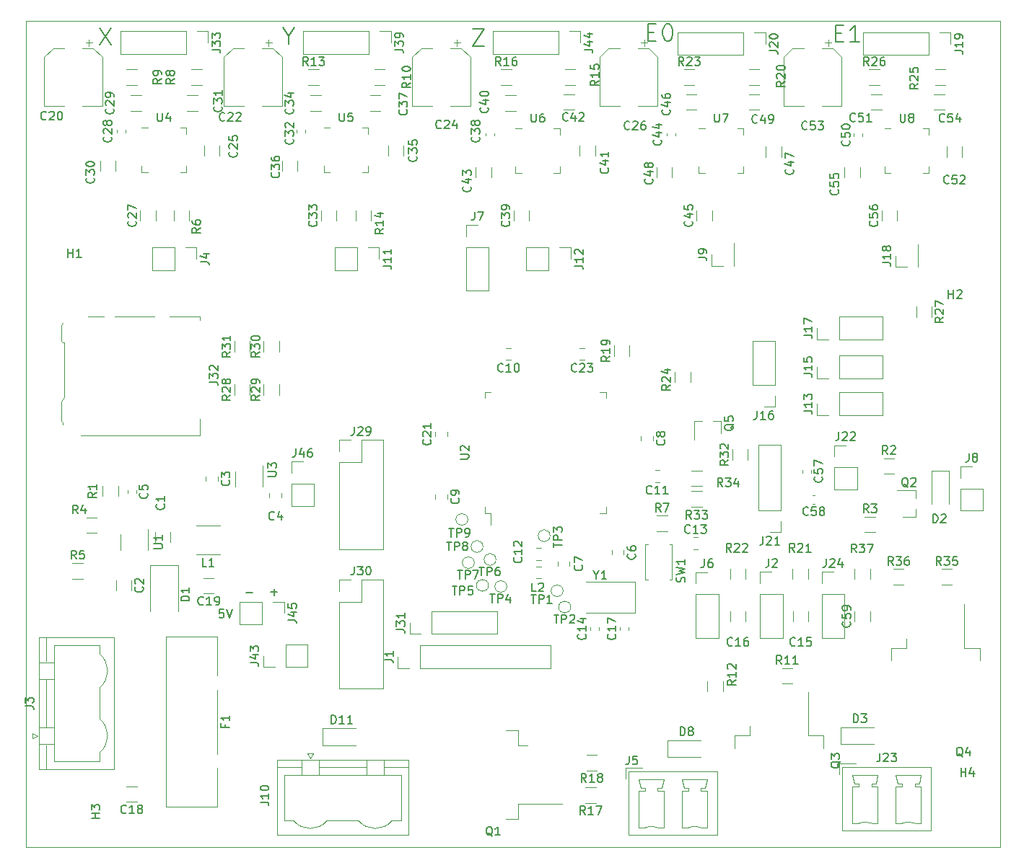
<source format=gbr>
G04 #@! TF.GenerationSoftware,KiCad,Pcbnew,(5.1.5)-3*
G04 #@! TF.CreationDate,2020-08-30T19:13:57+02:00*
G04 #@! TF.ProjectId,controller,636f6e74-726f-46c6-9c65-722e6b696361,rev?*
G04 #@! TF.SameCoordinates,Original*
G04 #@! TF.FileFunction,Legend,Top*
G04 #@! TF.FilePolarity,Positive*
%FSLAX46Y46*%
G04 Gerber Fmt 4.6, Leading zero omitted, Abs format (unit mm)*
G04 Created by KiCad (PCBNEW (5.1.5)-3) date 2020-08-30 19:13:57*
%MOMM*%
%LPD*%
G04 APERTURE LIST*
%ADD10C,0.150000*%
%ADD11C,0.050000*%
%ADD12C,0.120000*%
G04 APERTURE END LIST*
D10*
X115332047Y-18716642D02*
X115998714Y-18716642D01*
X116284428Y-19764261D02*
X115332047Y-19764261D01*
X115332047Y-17764261D01*
X116284428Y-17764261D01*
X118189190Y-19764261D02*
X117046333Y-19764261D01*
X117617761Y-19764261D02*
X117617761Y-17764261D01*
X117427285Y-18049976D01*
X117236809Y-18240452D01*
X117046333Y-18335690D01*
X93361047Y-18589642D02*
X94027714Y-18589642D01*
X94313428Y-19637261D02*
X93361047Y-19637261D01*
X93361047Y-17637261D01*
X94313428Y-17637261D01*
X95551523Y-17637261D02*
X95742000Y-17637261D01*
X95932476Y-17732500D01*
X96027714Y-17827738D01*
X96122952Y-18018214D01*
X96218190Y-18399166D01*
X96218190Y-18875357D01*
X96122952Y-19256309D01*
X96027714Y-19446785D01*
X95932476Y-19542023D01*
X95742000Y-19637261D01*
X95551523Y-19637261D01*
X95361047Y-19542023D01*
X95265809Y-19446785D01*
X95170571Y-19256309D01*
X95075333Y-18875357D01*
X95075333Y-18399166D01*
X95170571Y-18018214D01*
X95265809Y-17827738D01*
X95361047Y-17732500D01*
X95551523Y-17637261D01*
X72802833Y-18208761D02*
X74136166Y-18208761D01*
X72802833Y-20208761D01*
X74136166Y-20208761D01*
X51181000Y-19065880D02*
X51181000Y-20018261D01*
X50514333Y-18018261D02*
X51181000Y-19065880D01*
X51847666Y-18018261D01*
X28987833Y-18081761D02*
X30321166Y-20081761D01*
X30321166Y-18081761D02*
X28987833Y-20081761D01*
D11*
X134620000Y-17272000D02*
X134620000Y-114300000D01*
X20320000Y-114300000D02*
X134620000Y-114300000D01*
X20320000Y-17272000D02*
X20320000Y-114300000D01*
X134620000Y-17272000D02*
X20320000Y-17272000D01*
D10*
X49098247Y-84348628D02*
X49860152Y-84348628D01*
X49479200Y-84729580D02*
X49479200Y-83967676D01*
X46151847Y-84399428D02*
X46913752Y-84399428D01*
X43548323Y-86371180D02*
X43072133Y-86371180D01*
X43024514Y-86847371D01*
X43072133Y-86799752D01*
X43167371Y-86752133D01*
X43405466Y-86752133D01*
X43500704Y-86799752D01*
X43548323Y-86847371D01*
X43595942Y-86942609D01*
X43595942Y-87180704D01*
X43548323Y-87275942D01*
X43500704Y-87323561D01*
X43405466Y-87371180D01*
X43167371Y-87371180D01*
X43072133Y-87323561D01*
X43024514Y-87275942D01*
X43881657Y-86371180D02*
X44214990Y-87371180D01*
X44548323Y-86371180D01*
D12*
X63998800Y-93278000D02*
X63998800Y-91948000D01*
X65328800Y-93278000D02*
X63998800Y-93278000D01*
X66598800Y-93278000D02*
X66598800Y-90618000D01*
X66598800Y-90618000D02*
X81898800Y-90618000D01*
X66598800Y-93278000D02*
X81898800Y-93278000D01*
X81898800Y-93278000D02*
X81898800Y-90618000D01*
X32163936Y-24786000D02*
X33368064Y-24786000D01*
X32163936Y-22966000D02*
X33368064Y-22966000D01*
X117581000Y-81630436D02*
X117581000Y-82834564D01*
X119401000Y-81630436D02*
X119401000Y-82834564D01*
X113732000Y-81982000D02*
X115062000Y-81982000D01*
X113732000Y-83312000D02*
X113732000Y-81982000D01*
X113732000Y-84582000D02*
X116392000Y-84582000D01*
X116392000Y-84582000D02*
X116392000Y-89722000D01*
X113732000Y-84582000D02*
X113732000Y-89722000D01*
X113732000Y-89722000D02*
X116392000Y-89722000D01*
X119401000Y-87787564D02*
X119401000Y-86583436D01*
X117581000Y-87787564D02*
X117581000Y-86583436D01*
X91823000Y-83163000D02*
X86073000Y-83163000D01*
X91823000Y-86763000D02*
X91823000Y-83163000D01*
X86073000Y-86763000D02*
X91823000Y-86763000D01*
X121813000Y-29910000D02*
X121088000Y-29910000D01*
X126308000Y-35130000D02*
X126308000Y-34405000D01*
X125583000Y-35130000D02*
X126308000Y-35130000D01*
X121088000Y-35130000D02*
X121088000Y-34405000D01*
X121813000Y-35130000D02*
X121088000Y-35130000D01*
X126308000Y-29910000D02*
X126308000Y-30635000D01*
X125583000Y-29910000D02*
X126308000Y-29910000D01*
X100032500Y-29902000D02*
X99307500Y-29902000D01*
X104527500Y-35122000D02*
X104527500Y-34397000D01*
X103802500Y-35122000D02*
X104527500Y-35122000D01*
X99307500Y-35122000D02*
X99307500Y-34397000D01*
X100032500Y-35122000D02*
X99307500Y-35122000D01*
X104527500Y-29902000D02*
X104527500Y-30627000D01*
X103802500Y-29902000D02*
X104527500Y-29902000D01*
X78506000Y-29902000D02*
X77781000Y-29902000D01*
X83001000Y-35122000D02*
X83001000Y-34397000D01*
X82276000Y-35122000D02*
X83001000Y-35122000D01*
X77781000Y-35122000D02*
X77781000Y-34397000D01*
X78506000Y-35122000D02*
X77781000Y-35122000D01*
X83001000Y-29902000D02*
X83001000Y-30627000D01*
X82276000Y-29902000D02*
X83001000Y-29902000D01*
X56019000Y-29817100D02*
X55294000Y-29817100D01*
X60514000Y-35037100D02*
X60514000Y-34312100D01*
X59789000Y-35037100D02*
X60514000Y-35037100D01*
X55294000Y-35037100D02*
X55294000Y-34312100D01*
X56019000Y-35037100D02*
X55294000Y-35037100D01*
X60514000Y-29817100D02*
X60514000Y-30542100D01*
X59789000Y-29817100D02*
X60514000Y-29817100D01*
X34667000Y-29812000D02*
X33942000Y-29812000D01*
X39162000Y-35032000D02*
X39162000Y-34307000D01*
X38437000Y-35032000D02*
X39162000Y-35032000D01*
X33942000Y-35032000D02*
X33942000Y-34307000D01*
X34667000Y-35032000D02*
X33942000Y-35032000D01*
X39162000Y-29812000D02*
X39162000Y-30537000D01*
X38437000Y-29812000D02*
X39162000Y-29812000D01*
X74870000Y-75055000D02*
X74870000Y-76420000D01*
X74170000Y-75055000D02*
X74870000Y-75055000D01*
X74170000Y-74355000D02*
X74170000Y-75055000D01*
X74170000Y-60835000D02*
X74870000Y-60835000D01*
X74170000Y-61535000D02*
X74170000Y-60835000D01*
X88390000Y-75055000D02*
X87690000Y-75055000D01*
X88390000Y-74355000D02*
X88390000Y-75055000D01*
X88390000Y-60835000D02*
X87690000Y-60835000D01*
X88390000Y-61535000D02*
X88390000Y-60835000D01*
X34630000Y-79386000D02*
X34630000Y-76936000D01*
X31410000Y-77586000D02*
X31410000Y-79386000D01*
X93019600Y-78752800D02*
X93319600Y-78752800D01*
X96159600Y-82892800D02*
X95859600Y-82892800D01*
X93319600Y-82892800D02*
X93019600Y-82892800D01*
X96159600Y-78752800D02*
X96159600Y-82892800D01*
X95859600Y-78752800D02*
X96159600Y-78752800D01*
X93019600Y-82892800D02*
X93019600Y-78752800D01*
X99662064Y-70083000D02*
X98457936Y-70083000D01*
X99662064Y-71903000D02*
X98457936Y-71903000D01*
X98457936Y-74316000D02*
X99662064Y-74316000D01*
X98457936Y-72496000D02*
X99662064Y-72496000D01*
X105050000Y-68801064D02*
X105050000Y-67596936D01*
X103230000Y-68801064D02*
X103230000Y-67596936D01*
X46630000Y-56101064D02*
X46630000Y-54896936D01*
X44810000Y-56101064D02*
X44810000Y-54896936D01*
X50059000Y-56101064D02*
X50059000Y-54896936D01*
X48239000Y-56101064D02*
X48239000Y-54896936D01*
X50059000Y-61181064D02*
X50059000Y-59976936D01*
X48239000Y-61181064D02*
X48239000Y-59976936D01*
X46630000Y-61181064D02*
X46630000Y-59976936D01*
X44810000Y-61181064D02*
X44810000Y-59976936D01*
X124820000Y-50832936D02*
X124820000Y-52037064D01*
X126640000Y-50832936D02*
X126640000Y-52037064D01*
X119285936Y-24786000D02*
X120490064Y-24786000D01*
X119285936Y-22966000D02*
X120490064Y-22966000D01*
X128237064Y-22966000D02*
X127032936Y-22966000D01*
X128237064Y-24786000D02*
X127032936Y-24786000D01*
X96499000Y-58516436D02*
X96499000Y-59720564D01*
X98319000Y-58516436D02*
X98319000Y-59720564D01*
X97568936Y-24786000D02*
X98773064Y-24786000D01*
X97568936Y-22966000D02*
X98773064Y-22966000D01*
X102976000Y-81630436D02*
X102976000Y-82834564D01*
X104796000Y-81630436D02*
X104796000Y-82834564D01*
X110278500Y-81630436D02*
X110278500Y-82834564D01*
X112098500Y-81630436D02*
X112098500Y-82834564D01*
X106393064Y-22966000D02*
X105188936Y-22966000D01*
X106393064Y-24786000D02*
X105188936Y-24786000D01*
X91143500Y-56609064D02*
X91143500Y-55404936D01*
X89323500Y-56609064D02*
X89323500Y-55404936D01*
X87343064Y-103484000D02*
X86138936Y-103484000D01*
X87343064Y-105304000D02*
X86138936Y-105304000D01*
X87216064Y-107294000D02*
X86011936Y-107294000D01*
X87216064Y-109114000D02*
X86011936Y-109114000D01*
X76105936Y-24786000D02*
X77310064Y-24786000D01*
X76105936Y-22966000D02*
X77310064Y-22966000D01*
X84803064Y-22966000D02*
X83598936Y-22966000D01*
X84803064Y-24786000D02*
X83598936Y-24786000D01*
X60854000Y-40734064D02*
X60854000Y-39529936D01*
X59034000Y-40734064D02*
X59034000Y-39529936D01*
X53499936Y-24786000D02*
X54704064Y-24786000D01*
X53499936Y-22966000D02*
X54704064Y-22966000D01*
X100309000Y-94838436D02*
X100309000Y-96042564D01*
X102129000Y-94838436D02*
X102129000Y-96042564D01*
X109062436Y-95080500D02*
X110266564Y-95080500D01*
X109062436Y-93260500D02*
X110266564Y-93260500D01*
X62451064Y-22966000D02*
X61246936Y-22966000D01*
X62451064Y-24786000D02*
X61246936Y-24786000D01*
X40988064Y-22966000D02*
X39783936Y-22966000D01*
X40988064Y-24786000D02*
X39783936Y-24786000D01*
X94393936Y-77211600D02*
X95598064Y-77211600D01*
X94393936Y-75391600D02*
X95598064Y-75391600D01*
X39518000Y-40734064D02*
X39518000Y-39529936D01*
X37698000Y-40734064D02*
X37698000Y-39529936D01*
X118777936Y-77300500D02*
X119982064Y-77300500D01*
X118777936Y-75480500D02*
X119982064Y-75480500D01*
X121000436Y-70442500D02*
X122204564Y-70442500D01*
X121000436Y-68622500D02*
X122204564Y-68622500D01*
X101910000Y-64264000D02*
X101910000Y-65724000D01*
X98750000Y-64264000D02*
X98750000Y-66424000D01*
X98750000Y-64264000D02*
X99680000Y-64264000D01*
X101910000Y-64264000D02*
X100980000Y-64264000D01*
X105322000Y-101190000D02*
X105322000Y-100090000D01*
X103512000Y-101190000D02*
X105322000Y-101190000D01*
X103512000Y-102690000D02*
X103512000Y-101190000D01*
X112102000Y-101190000D02*
X112102000Y-96065000D01*
X113912000Y-101190000D02*
X112102000Y-101190000D01*
X113912000Y-102690000D02*
X113912000Y-101190000D01*
X124712000Y-75557500D02*
X123252000Y-75557500D01*
X124712000Y-72397500D02*
X122552000Y-72397500D01*
X124712000Y-72397500D02*
X124712000Y-73327500D01*
X124712000Y-75557500D02*
X124712000Y-74627500D01*
X78134000Y-102401000D02*
X79234000Y-102401000D01*
X78134000Y-100591000D02*
X78134000Y-102401000D01*
X76634000Y-100591000D02*
X78134000Y-100591000D01*
X78134000Y-109181000D02*
X83259000Y-109181000D01*
X78134000Y-110991000D02*
X78134000Y-109181000D01*
X76634000Y-110991000D02*
X78134000Y-110991000D01*
X80259422Y-82752000D02*
X80776578Y-82752000D01*
X80259422Y-81332000D02*
X80776578Y-81332000D01*
X107121000Y-18609000D02*
X107121000Y-19939000D01*
X105791000Y-18609000D02*
X107121000Y-18609000D01*
X104521000Y-18609000D02*
X104521000Y-21269000D01*
X104521000Y-21269000D02*
X96841000Y-21269000D01*
X104521000Y-18609000D02*
X96841000Y-18609000D01*
X96841000Y-18609000D02*
X96841000Y-21269000D01*
X85404000Y-18482000D02*
X85404000Y-19812000D01*
X84074000Y-18482000D02*
X85404000Y-18482000D01*
X82804000Y-18482000D02*
X82804000Y-21142000D01*
X82804000Y-21142000D02*
X75124000Y-21142000D01*
X82804000Y-18482000D02*
X75124000Y-18482000D01*
X75124000Y-18482000D02*
X75124000Y-21142000D01*
X48200000Y-93151000D02*
X48200000Y-91821000D01*
X49530000Y-93151000D02*
X48200000Y-93151000D01*
X50800000Y-93151000D02*
X50800000Y-90491000D01*
X50800000Y-90491000D02*
X53400000Y-90491000D01*
X50800000Y-93151000D02*
X53400000Y-93151000D01*
X53400000Y-93151000D02*
X53400000Y-90491000D01*
X63179000Y-18482000D02*
X63179000Y-19812000D01*
X61849000Y-18482000D02*
X63179000Y-18482000D01*
X60579000Y-18482000D02*
X60579000Y-21142000D01*
X60579000Y-21142000D02*
X52899000Y-21142000D01*
X60579000Y-18482000D02*
X52899000Y-18482000D01*
X52899000Y-18482000D02*
X52899000Y-21142000D01*
X41716000Y-18482000D02*
X41716000Y-19812000D01*
X40386000Y-18482000D02*
X41716000Y-18482000D01*
X39116000Y-18482000D02*
X39116000Y-21142000D01*
X39116000Y-21142000D02*
X31436000Y-21142000D01*
X39116000Y-18482000D02*
X31436000Y-18482000D01*
X31436000Y-18482000D02*
X31436000Y-21142000D01*
X40778000Y-64003000D02*
X40778000Y-65923000D01*
X40778000Y-65923000D02*
X26768000Y-65923000D01*
X40778000Y-52403000D02*
X40778000Y-51953000D01*
X40778000Y-51953000D02*
X37168000Y-51953000D01*
X24508000Y-64243000D02*
X24508000Y-61933000D01*
X24508000Y-52983000D02*
X24508000Y-54843000D01*
X24508000Y-52983000D02*
X24708000Y-52783000D01*
X35468000Y-51953000D02*
X30768000Y-51953000D01*
X29468000Y-51953000D02*
X27668000Y-51953000D01*
X24858000Y-55053000D02*
X24858000Y-61423000D01*
X24858000Y-55053000D02*
X24708000Y-55053000D01*
X24508000Y-54843000D02*
X24708000Y-55053000D01*
X24508000Y-64243000D02*
X24708000Y-64443000D01*
X24708000Y-64443000D02*
X24708000Y-64703000D01*
X24508000Y-61933000D02*
X24858000Y-61423000D01*
X65370400Y-89264800D02*
X65370400Y-87934800D01*
X66700400Y-89264800D02*
X65370400Y-89264800D01*
X67970400Y-89264800D02*
X67970400Y-86604800D01*
X67970400Y-86604800D02*
X75650400Y-86604800D01*
X67970400Y-89264800D02*
X75650400Y-89264800D01*
X75650400Y-89264800D02*
X75650400Y-86604800D01*
X57090000Y-82871000D02*
X58420000Y-82871000D01*
X57090000Y-84201000D02*
X57090000Y-82871000D01*
X59690000Y-82871000D02*
X62290000Y-82871000D01*
X59690000Y-85471000D02*
X59690000Y-82871000D01*
X57090000Y-85471000D02*
X59690000Y-85471000D01*
X62290000Y-82871000D02*
X62290000Y-95691000D01*
X57090000Y-85471000D02*
X57090000Y-95691000D01*
X57090000Y-95691000D02*
X62290000Y-95691000D01*
X57090000Y-66488000D02*
X58420000Y-66488000D01*
X57090000Y-67818000D02*
X57090000Y-66488000D01*
X59690000Y-66488000D02*
X62290000Y-66488000D01*
X59690000Y-69088000D02*
X59690000Y-66488000D01*
X57090000Y-69088000D02*
X59690000Y-69088000D01*
X62290000Y-66488000D02*
X62290000Y-79308000D01*
X57090000Y-69088000D02*
X57090000Y-79308000D01*
X57090000Y-79308000D02*
X62290000Y-79308000D01*
X115205200Y-67097600D02*
X116535200Y-67097600D01*
X115205200Y-68427600D02*
X115205200Y-67097600D01*
X115205200Y-69697600D02*
X117865200Y-69697600D01*
X117865200Y-69697600D02*
X117865200Y-72297600D01*
X115205200Y-69697600D02*
X115205200Y-72297600D01*
X115205200Y-72297600D02*
X117865200Y-72297600D01*
X108962500Y-77339500D02*
X107632500Y-77339500D01*
X108962500Y-76009500D02*
X108962500Y-77339500D01*
X108962500Y-74739500D02*
X106302500Y-74739500D01*
X106302500Y-74739500D02*
X106302500Y-67059500D01*
X108962500Y-74739500D02*
X108962500Y-67059500D01*
X108962500Y-67059500D02*
X106302500Y-67059500D01*
X128838000Y-18609000D02*
X128838000Y-19939000D01*
X127508000Y-18609000D02*
X128838000Y-18609000D01*
X126238000Y-18609000D02*
X126238000Y-21269000D01*
X126238000Y-21269000D02*
X118558000Y-21269000D01*
X126238000Y-18609000D02*
X118558000Y-18609000D01*
X118558000Y-18609000D02*
X118558000Y-21269000D01*
X122368000Y-46161000D02*
X122368000Y-44831000D01*
X123698000Y-46161000D02*
X122368000Y-46161000D01*
X124968000Y-46161000D02*
X124968000Y-43501000D01*
X124968000Y-43501000D02*
X125028000Y-43501000D01*
X124968000Y-46161000D02*
X125028000Y-46161000D01*
X125028000Y-46161000D02*
X125028000Y-43501000D01*
X113147800Y-54670000D02*
X113147800Y-53340000D01*
X114477800Y-54670000D02*
X113147800Y-54670000D01*
X115747800Y-54670000D02*
X115747800Y-52010000D01*
X115747800Y-52010000D02*
X120887800Y-52010000D01*
X115747800Y-54670000D02*
X120887800Y-54670000D01*
X120887800Y-54670000D02*
X120887800Y-52010000D01*
X108264000Y-62607500D02*
X106934000Y-62607500D01*
X108264000Y-61277500D02*
X108264000Y-62607500D01*
X108264000Y-60007500D02*
X105604000Y-60007500D01*
X105604000Y-60007500D02*
X105604000Y-54867500D01*
X108264000Y-60007500D02*
X108264000Y-54867500D01*
X108264000Y-54867500D02*
X105604000Y-54867500D01*
X113147000Y-59225000D02*
X113147000Y-57895000D01*
X114477000Y-59225000D02*
X113147000Y-59225000D01*
X115747000Y-59225000D02*
X115747000Y-56565000D01*
X115747000Y-56565000D02*
X120887000Y-56565000D01*
X115747000Y-59225000D02*
X120887000Y-59225000D01*
X120887000Y-59225000D02*
X120887000Y-56565000D01*
X113147800Y-63560000D02*
X113147800Y-62230000D01*
X114477800Y-63560000D02*
X113147800Y-63560000D01*
X115747800Y-63560000D02*
X115747800Y-60900000D01*
X115747800Y-60900000D02*
X120887800Y-60900000D01*
X115747800Y-63560000D02*
X120887800Y-63560000D01*
X120887800Y-63560000D02*
X120887800Y-60900000D01*
X84261000Y-43882000D02*
X84261000Y-45212000D01*
X82931000Y-43882000D02*
X84261000Y-43882000D01*
X81661000Y-43882000D02*
X81661000Y-46542000D01*
X81661000Y-46542000D02*
X79061000Y-46542000D01*
X81661000Y-43882000D02*
X79061000Y-43882000D01*
X79061000Y-43882000D02*
X79061000Y-46542000D01*
X61782000Y-43882000D02*
X61782000Y-45212000D01*
X60452000Y-43882000D02*
X61782000Y-43882000D01*
X59182000Y-43882000D02*
X59182000Y-46542000D01*
X59182000Y-46542000D02*
X56582000Y-46542000D01*
X59182000Y-43882000D02*
X56582000Y-43882000D01*
X56582000Y-43882000D02*
X56582000Y-46542000D01*
X53421000Y-103256000D02*
X54021000Y-103256000D01*
X53721000Y-103856000D02*
X53421000Y-103256000D01*
X54021000Y-103256000D02*
X53721000Y-103856000D01*
X64351000Y-111166000D02*
X63341000Y-111166000D01*
X64351000Y-105866000D02*
X64351000Y-111166000D01*
X50711000Y-105866000D02*
X64351000Y-105866000D01*
X50711000Y-111166000D02*
X50711000Y-105866000D01*
X51721000Y-111166000D02*
X50711000Y-111166000D01*
X55721000Y-111166000D02*
X59341000Y-111166000D01*
X62341000Y-105866000D02*
X60341000Y-105866000D01*
X62341000Y-104056000D02*
X62341000Y-105866000D01*
X60341000Y-104056000D02*
X62341000Y-104056000D01*
X60341000Y-105866000D02*
X60341000Y-104056000D01*
X54721000Y-105866000D02*
X52721000Y-105866000D01*
X54721000Y-104056000D02*
X54721000Y-105866000D01*
X52721000Y-104056000D02*
X54721000Y-104056000D01*
X52721000Y-105866000D02*
X52721000Y-104056000D01*
X54721000Y-104866000D02*
X60341000Y-104866000D01*
X65261000Y-104866000D02*
X62451000Y-104866000D01*
X49801000Y-104866000D02*
X52611000Y-104866000D01*
X65261000Y-104056000D02*
X49801000Y-104056000D01*
X65261000Y-112876000D02*
X65261000Y-104056000D01*
X49801000Y-112876000D02*
X65261000Y-112876000D01*
X49801000Y-104056000D02*
X49801000Y-112876000D01*
X63327841Y-111181821D02*
G75*
G02X59341000Y-111166000I-1986841J1665821D01*
G01*
X55707841Y-111181821D02*
G75*
G02X51721000Y-111166000I-1986841J1665821D01*
G01*
X100778000Y-46034000D02*
X100778000Y-44704000D01*
X102108000Y-46034000D02*
X100778000Y-46034000D01*
X103378000Y-46034000D02*
X103378000Y-43374000D01*
X103378000Y-43374000D02*
X103438000Y-43374000D01*
X103378000Y-46034000D02*
X103438000Y-46034000D01*
X103438000Y-46034000D02*
X103438000Y-43374000D01*
X129988000Y-69599500D02*
X131318000Y-69599500D01*
X129988000Y-70929500D02*
X129988000Y-69599500D01*
X129988000Y-72199500D02*
X132648000Y-72199500D01*
X132648000Y-72199500D02*
X132648000Y-74799500D01*
X129988000Y-72199500D02*
X129988000Y-74799500D01*
X129988000Y-74799500D02*
X132648000Y-74799500D01*
X72012500Y-41215000D02*
X73342500Y-41215000D01*
X72012500Y-42545000D02*
X72012500Y-41215000D01*
X72012500Y-43815000D02*
X74672500Y-43815000D01*
X74672500Y-43815000D02*
X74672500Y-48955000D01*
X72012500Y-43815000D02*
X72012500Y-48955000D01*
X72012500Y-48955000D02*
X74672500Y-48955000D01*
X98949200Y-82020100D02*
X100279200Y-82020100D01*
X98949200Y-83350100D02*
X98949200Y-82020100D01*
X98949200Y-84620100D02*
X101609200Y-84620100D01*
X101609200Y-84620100D02*
X101609200Y-89760100D01*
X98949200Y-84620100D02*
X98949200Y-89760100D01*
X98949200Y-89760100D02*
X101609200Y-89760100D01*
X90686000Y-105005000D02*
X92686000Y-105005000D01*
X90686000Y-106255000D02*
X90686000Y-105005000D01*
X100306000Y-112005000D02*
X99556000Y-112005000D01*
X100306000Y-107705000D02*
X100306000Y-112005000D01*
X99556000Y-107705000D02*
X100306000Y-107705000D01*
X99556000Y-107355000D02*
X99556000Y-107705000D01*
X100056000Y-107355000D02*
X99556000Y-107355000D01*
X100306000Y-106355000D02*
X100056000Y-107355000D01*
X97306000Y-106355000D02*
X100306000Y-106355000D01*
X97556000Y-107355000D02*
X97306000Y-106355000D01*
X98056000Y-107355000D02*
X97556000Y-107355000D01*
X98056000Y-107705000D02*
X98056000Y-107355000D01*
X97306000Y-107705000D02*
X98056000Y-107705000D01*
X97306000Y-112005000D02*
X97306000Y-107705000D01*
X98056000Y-112005000D02*
X97306000Y-112005000D01*
X95226000Y-112005000D02*
X94476000Y-112005000D01*
X95226000Y-107705000D02*
X95226000Y-112005000D01*
X94476000Y-107705000D02*
X95226000Y-107705000D01*
X94476000Y-107355000D02*
X94476000Y-107705000D01*
X94976000Y-107355000D02*
X94476000Y-107355000D01*
X95226000Y-106355000D02*
X94976000Y-107355000D01*
X92226000Y-106355000D02*
X95226000Y-106355000D01*
X92476000Y-107355000D02*
X92226000Y-106355000D01*
X92976000Y-107355000D02*
X92476000Y-107355000D01*
X92976000Y-107705000D02*
X92976000Y-107355000D01*
X92226000Y-107705000D02*
X92976000Y-107705000D01*
X92226000Y-112005000D02*
X92226000Y-107705000D01*
X92976000Y-112005000D02*
X92226000Y-112005000D01*
X101456000Y-105395000D02*
X91076000Y-105395000D01*
X101456000Y-112865000D02*
X101456000Y-105395000D01*
X91076000Y-112865000D02*
X101456000Y-112865000D01*
X91076000Y-105395000D02*
X91076000Y-112865000D01*
X99555647Y-112004845D02*
G75*
G03X98056000Y-112005000I-749647J-1700155D01*
G01*
X94475647Y-112004845D02*
G75*
G03X92976000Y-112005000I-749647J-1700155D01*
G01*
X40382500Y-43882000D02*
X40382500Y-45212000D01*
X39052500Y-43882000D02*
X40382500Y-43882000D01*
X37782500Y-43882000D02*
X37782500Y-46542000D01*
X37782500Y-46542000D02*
X35182500Y-46542000D01*
X37782500Y-43882000D02*
X35182500Y-43882000D01*
X35182500Y-43882000D02*
X35182500Y-46542000D01*
X21087000Y-101519000D02*
X21087000Y-100919000D01*
X21687000Y-101219000D02*
X21087000Y-101519000D01*
X21087000Y-100919000D02*
X21687000Y-101219000D01*
X28997000Y-90589000D02*
X28997000Y-91599000D01*
X23697000Y-90589000D02*
X28997000Y-90589000D01*
X23697000Y-104229000D02*
X23697000Y-90589000D01*
X28997000Y-104229000D02*
X23697000Y-104229000D01*
X28997000Y-103219000D02*
X28997000Y-104229000D01*
X28997000Y-99219000D02*
X28997000Y-95599000D01*
X23697000Y-92599000D02*
X23697000Y-94599000D01*
X21887000Y-92599000D02*
X23697000Y-92599000D01*
X21887000Y-94599000D02*
X21887000Y-92599000D01*
X23697000Y-94599000D02*
X21887000Y-94599000D01*
X23697000Y-100219000D02*
X23697000Y-102219000D01*
X21887000Y-100219000D02*
X23697000Y-100219000D01*
X21887000Y-102219000D02*
X21887000Y-100219000D01*
X23697000Y-102219000D02*
X21887000Y-102219000D01*
X22697000Y-100219000D02*
X22697000Y-94599000D01*
X22697000Y-89679000D02*
X22697000Y-92489000D01*
X22697000Y-105139000D02*
X22697000Y-102329000D01*
X21887000Y-89679000D02*
X21887000Y-105139000D01*
X30707000Y-89679000D02*
X21887000Y-89679000D01*
X30707000Y-105139000D02*
X30707000Y-89679000D01*
X21887000Y-105139000D02*
X30707000Y-105139000D01*
X29012821Y-91612159D02*
G75*
G02X28997000Y-95599000I-1665821J-1986841D01*
G01*
X29012821Y-99232159D02*
G75*
G02X28997000Y-103219000I-1665821J-1986841D01*
G01*
X106493000Y-81994700D02*
X107823000Y-81994700D01*
X106493000Y-83324700D02*
X106493000Y-81994700D01*
X106493000Y-84594700D02*
X109153000Y-84594700D01*
X109153000Y-84594700D02*
X109153000Y-89734700D01*
X106493000Y-84594700D02*
X106493000Y-89734700D01*
X106493000Y-89734700D02*
X109153000Y-89734700D01*
X42821000Y-105016000D02*
X42821000Y-109596000D01*
X42821000Y-95806000D02*
X42821000Y-103376000D01*
X36821000Y-89596000D02*
X42821000Y-89596000D01*
X36821000Y-109596000D02*
X36821000Y-89596000D01*
X42821000Y-109596000D02*
X36821000Y-109596000D01*
X42821000Y-89596000D02*
X42821000Y-94186000D01*
X55154000Y-100346000D02*
X59054000Y-100346000D01*
X55154000Y-102346000D02*
X59054000Y-102346000D01*
X55154000Y-100346000D02*
X55154000Y-102346000D01*
X95603500Y-101743000D02*
X99503500Y-101743000D01*
X95603500Y-103743000D02*
X99503500Y-103743000D01*
X95603500Y-101743000D02*
X95603500Y-103743000D01*
X128635000Y-70076500D02*
X128635000Y-73976500D01*
X126635000Y-70076500D02*
X126635000Y-73976500D01*
X128635000Y-70076500D02*
X126635000Y-70076500D01*
X112938779Y-72959500D02*
X112613221Y-72959500D01*
X112938779Y-73979500D02*
X112613221Y-73979500D01*
X111440500Y-70004721D02*
X111440500Y-70330279D01*
X112460500Y-70004721D02*
X112460500Y-70330279D01*
X122576000Y-40734064D02*
X122576000Y-39529936D01*
X120756000Y-40734064D02*
X120756000Y-39529936D01*
X116374500Y-34449936D02*
X116374500Y-35654064D01*
X118194500Y-34449936D02*
X118194500Y-35654064D01*
X126905936Y-27707000D02*
X128110064Y-27707000D01*
X126905936Y-25887000D02*
X128110064Y-25887000D01*
X114890250Y-19832250D02*
X114102750Y-19832250D01*
X114496500Y-19438500D02*
X114496500Y-20226000D01*
X110303437Y-20466000D02*
X109239000Y-21530437D01*
X114994563Y-20466000D02*
X116059000Y-21530437D01*
X114994563Y-20466000D02*
X113709000Y-20466000D01*
X110303437Y-20466000D02*
X111589000Y-20466000D01*
X109239000Y-21530437D02*
X109239000Y-27286000D01*
X116059000Y-21530437D02*
X116059000Y-27286000D01*
X116059000Y-27286000D02*
X113709000Y-27286000D01*
X109239000Y-27286000D02*
X111589000Y-27286000D01*
X130196000Y-33241064D02*
X130196000Y-32036936D01*
X128376000Y-33241064D02*
X128376000Y-32036936D01*
X120744064Y-25887000D02*
X119539936Y-25887000D01*
X120744064Y-27707000D02*
X119539936Y-27707000D01*
X118493000Y-30833279D02*
X118493000Y-30507721D01*
X117473000Y-30833279D02*
X117473000Y-30507721D01*
X105188936Y-27707000D02*
X106393064Y-27707000D01*
X105188936Y-25887000D02*
X106393064Y-25887000D01*
X94340000Y-34449936D02*
X94340000Y-35654064D01*
X96160000Y-34449936D02*
X96160000Y-35654064D01*
X108987000Y-33241064D02*
X108987000Y-32036936D01*
X107167000Y-33241064D02*
X107167000Y-32036936D01*
X99027064Y-25887000D02*
X97822936Y-25887000D01*
X99027064Y-27707000D02*
X97822936Y-27707000D01*
X100859000Y-40734064D02*
X100859000Y-39529936D01*
X99039000Y-40734064D02*
X99039000Y-39529936D01*
X96522000Y-30769779D02*
X96522000Y-30444221D01*
X95502000Y-30769779D02*
X95502000Y-30444221D01*
X73131000Y-34449936D02*
X73131000Y-35654064D01*
X74951000Y-34449936D02*
X74951000Y-35654064D01*
X83471936Y-27707000D02*
X84676064Y-27707000D01*
X83471936Y-25887000D02*
X84676064Y-25887000D01*
X87143000Y-33114064D02*
X87143000Y-31909936D01*
X85323000Y-33114064D02*
X85323000Y-31909936D01*
X77818064Y-26014000D02*
X76613936Y-26014000D01*
X77818064Y-27834000D02*
X76613936Y-27834000D01*
X79396000Y-40734064D02*
X79396000Y-39529936D01*
X77576000Y-40734064D02*
X77576000Y-39529936D01*
X75313000Y-30769779D02*
X75313000Y-30444221D01*
X74293000Y-30769779D02*
X74293000Y-30444221D01*
X60738936Y-27834000D02*
X61943064Y-27834000D01*
X60738936Y-26014000D02*
X61943064Y-26014000D01*
X50398000Y-33690936D02*
X50398000Y-34895064D01*
X52218000Y-33690936D02*
X52218000Y-34895064D01*
X64664000Y-33117064D02*
X64664000Y-31912936D01*
X62844000Y-33117064D02*
X62844000Y-31912936D01*
X54958064Y-26014000D02*
X53753936Y-26014000D01*
X54958064Y-27834000D02*
X53753936Y-27834000D01*
X56790000Y-40734064D02*
X56790000Y-39529936D01*
X54970000Y-40734064D02*
X54970000Y-39529936D01*
X53088000Y-30414279D02*
X53088000Y-30088721D01*
X52068000Y-30414279D02*
X52068000Y-30088721D01*
X39275936Y-27834000D02*
X40480064Y-27834000D01*
X39275936Y-26014000D02*
X40480064Y-26014000D01*
X29062000Y-33687936D02*
X29062000Y-34892064D01*
X30882000Y-33687936D02*
X30882000Y-34892064D01*
X33876064Y-26014000D02*
X32671936Y-26014000D01*
X33876064Y-27834000D02*
X32671936Y-27834000D01*
X32006000Y-30388779D02*
X32006000Y-30063221D01*
X30986000Y-30388779D02*
X30986000Y-30063221D01*
X35581000Y-40734064D02*
X35581000Y-39529936D01*
X33761000Y-40734064D02*
X33761000Y-39529936D01*
X93300250Y-19832250D02*
X92512750Y-19832250D01*
X92906500Y-19438500D02*
X92906500Y-20226000D01*
X88713437Y-20466000D02*
X87649000Y-21530437D01*
X93404563Y-20466000D02*
X94469000Y-21530437D01*
X93404563Y-20466000D02*
X92119000Y-20466000D01*
X88713437Y-20466000D02*
X89999000Y-20466000D01*
X87649000Y-21530437D02*
X87649000Y-27286000D01*
X94469000Y-21530437D02*
X94469000Y-27286000D01*
X94469000Y-27286000D02*
X92119000Y-27286000D01*
X87649000Y-27286000D02*
X89999000Y-27286000D01*
X43074000Y-33114064D02*
X43074000Y-31909936D01*
X41254000Y-33114064D02*
X41254000Y-31909936D01*
X71329250Y-19832250D02*
X70541750Y-19832250D01*
X70935500Y-19438500D02*
X70935500Y-20226000D01*
X66742437Y-20466000D02*
X65678000Y-21530437D01*
X71433563Y-20466000D02*
X72498000Y-21530437D01*
X71433563Y-20466000D02*
X70148000Y-20466000D01*
X66742437Y-20466000D02*
X68028000Y-20466000D01*
X65678000Y-21530437D02*
X65678000Y-27286000D01*
X72498000Y-21530437D02*
X72498000Y-27286000D01*
X72498000Y-27286000D02*
X70148000Y-27286000D01*
X65678000Y-27286000D02*
X68028000Y-27286000D01*
X85856578Y-55678000D02*
X85339422Y-55678000D01*
X85856578Y-57098000D02*
X85339422Y-57098000D01*
X49231250Y-19832250D02*
X48443750Y-19832250D01*
X48837500Y-19438500D02*
X48837500Y-20226000D01*
X44644437Y-20466000D02*
X43580000Y-21530437D01*
X49335563Y-20466000D02*
X50400000Y-21530437D01*
X49335563Y-20466000D02*
X48050000Y-20466000D01*
X44644437Y-20466000D02*
X45930000Y-20466000D01*
X43580000Y-21530437D02*
X43580000Y-27286000D01*
X50400000Y-21530437D02*
X50400000Y-27286000D01*
X50400000Y-27286000D02*
X48050000Y-27286000D01*
X43580000Y-27286000D02*
X45930000Y-27286000D01*
X69798000Y-66044578D02*
X69798000Y-65527422D01*
X68378000Y-66044578D02*
X68378000Y-65527422D01*
X28149250Y-19832250D02*
X27361750Y-19832250D01*
X27755500Y-19438500D02*
X27755500Y-20226000D01*
X23562437Y-20466000D02*
X22498000Y-21530437D01*
X28253563Y-20466000D02*
X29318000Y-21530437D01*
X28253563Y-20466000D02*
X26968000Y-20466000D01*
X23562437Y-20466000D02*
X24848000Y-20466000D01*
X22498000Y-21530437D02*
X22498000Y-27286000D01*
X29318000Y-21530437D02*
X29318000Y-27286000D01*
X29318000Y-27286000D02*
X26968000Y-27286000D01*
X22498000Y-27286000D02*
X24848000Y-27286000D01*
X33368064Y-107167000D02*
X32163936Y-107167000D01*
X33368064Y-108987000D02*
X32163936Y-108987000D01*
X91061000Y-88808779D02*
X91061000Y-88483221D01*
X90041000Y-88808779D02*
X90041000Y-88483221D01*
X104796000Y-87787564D02*
X104796000Y-86583436D01*
X102976000Y-87787564D02*
X102976000Y-86583436D01*
X112162000Y-87787564D02*
X112162000Y-86583436D01*
X110342000Y-87787564D02*
X110342000Y-86583436D01*
X87568500Y-88808779D02*
X87568500Y-88483221D01*
X86548500Y-88808779D02*
X86548500Y-88483221D01*
X98649022Y-79348400D02*
X99166178Y-79348400D01*
X98649022Y-77928400D02*
X99166178Y-77928400D01*
X80259422Y-80593000D02*
X80776578Y-80593000D01*
X80259422Y-79173000D02*
X80776578Y-79173000D01*
X94683078Y-70029000D02*
X94165922Y-70029000D01*
X94683078Y-71449000D02*
X94165922Y-71449000D01*
X77220578Y-55678000D02*
X76703422Y-55678000D01*
X77220578Y-57098000D02*
X76703422Y-57098000D01*
X68378000Y-72893422D02*
X68378000Y-73410578D01*
X69798000Y-72893422D02*
X69798000Y-73410578D01*
X92508000Y-66035422D02*
X92508000Y-66552578D01*
X93928000Y-66035422D02*
X93928000Y-66552578D01*
X84149000Y-81284578D02*
X84149000Y-80767422D01*
X82729000Y-81284578D02*
X82729000Y-80767422D01*
X89079000Y-79433922D02*
X89079000Y-79951078D01*
X90499000Y-79433922D02*
X90499000Y-79951078D01*
X51502000Y-69028000D02*
X52832000Y-69028000D01*
X51502000Y-70358000D02*
X51502000Y-69028000D01*
X51502000Y-71628000D02*
X54162000Y-71628000D01*
X54162000Y-71628000D02*
X54162000Y-74228000D01*
X51502000Y-71628000D02*
X51502000Y-74228000D01*
X51502000Y-74228000D02*
X54162000Y-74228000D01*
X50656800Y-85487200D02*
X50656800Y-86817200D01*
X49326800Y-85487200D02*
X50656800Y-85487200D01*
X48056800Y-85487200D02*
X48056800Y-88147200D01*
X48056800Y-88147200D02*
X45456800Y-88147200D01*
X48056800Y-85487200D02*
X45456800Y-85487200D01*
X45456800Y-85487200D02*
X45456800Y-88147200D01*
X37333600Y-78478464D02*
X37333600Y-77274336D01*
X35513600Y-78478464D02*
X35513600Y-77274336D01*
X32761600Y-82963936D02*
X32761600Y-84168064D01*
X30941600Y-82963936D02*
X30941600Y-84168064D01*
X41454000Y-70785222D02*
X41454000Y-71302378D01*
X42874000Y-70785222D02*
X42874000Y-71302378D01*
X50341600Y-72715622D02*
X50341600Y-73232778D01*
X48921600Y-72715622D02*
X48921600Y-73232778D01*
X33276000Y-72379621D02*
X33276000Y-72705179D01*
X32256000Y-72379621D02*
X32256000Y-72705179D01*
X42410464Y-84526800D02*
X41206336Y-84526800D01*
X42410464Y-82706800D02*
X41206336Y-82706800D01*
X38226000Y-81232800D02*
X34926000Y-81232800D01*
X34926000Y-81232800D02*
X34926000Y-86632800D01*
X38226000Y-81232800D02*
X38226000Y-86632800D01*
X43093052Y-79942000D02*
X40320548Y-79942000D01*
X43093052Y-76522000D02*
X40320548Y-76522000D01*
X31186800Y-71889536D02*
X31186800Y-73093664D01*
X29366800Y-71889536D02*
X29366800Y-73093664D01*
X28643664Y-75594800D02*
X27439536Y-75594800D01*
X28643664Y-77414800D02*
X27439536Y-77414800D01*
X44872000Y-70194600D02*
X44872000Y-71994600D01*
X48092000Y-71994600D02*
X48092000Y-69544600D01*
X27018064Y-80979600D02*
X25813936Y-80979600D01*
X27018064Y-82799600D02*
X25813936Y-82799600D01*
X115923500Y-100219000D02*
X115923500Y-102219000D01*
X115923500Y-102219000D02*
X119823500Y-102219000D01*
X115923500Y-100219000D02*
X119823500Y-100219000D01*
X119558147Y-111496845D02*
G75*
G03X118058500Y-111497000I-749647J-1700155D01*
G01*
X124638147Y-111496845D02*
G75*
G03X123138500Y-111497000I-749647J-1700155D01*
G01*
X116158500Y-104887000D02*
X116158500Y-112357000D01*
X116158500Y-112357000D02*
X126538500Y-112357000D01*
X126538500Y-112357000D02*
X126538500Y-104887000D01*
X126538500Y-104887000D02*
X116158500Y-104887000D01*
X118058500Y-111497000D02*
X117308500Y-111497000D01*
X117308500Y-111497000D02*
X117308500Y-107197000D01*
X117308500Y-107197000D02*
X118058500Y-107197000D01*
X118058500Y-107197000D02*
X118058500Y-106847000D01*
X118058500Y-106847000D02*
X117558500Y-106847000D01*
X117558500Y-106847000D02*
X117308500Y-105847000D01*
X117308500Y-105847000D02*
X120308500Y-105847000D01*
X120308500Y-105847000D02*
X120058500Y-106847000D01*
X120058500Y-106847000D02*
X119558500Y-106847000D01*
X119558500Y-106847000D02*
X119558500Y-107197000D01*
X119558500Y-107197000D02*
X120308500Y-107197000D01*
X120308500Y-107197000D02*
X120308500Y-111497000D01*
X120308500Y-111497000D02*
X119558500Y-111497000D01*
X123138500Y-111497000D02*
X122388500Y-111497000D01*
X122388500Y-111497000D02*
X122388500Y-107197000D01*
X122388500Y-107197000D02*
X123138500Y-107197000D01*
X123138500Y-107197000D02*
X123138500Y-106847000D01*
X123138500Y-106847000D02*
X122638500Y-106847000D01*
X122638500Y-106847000D02*
X122388500Y-105847000D01*
X122388500Y-105847000D02*
X125388500Y-105847000D01*
X125388500Y-105847000D02*
X125138500Y-106847000D01*
X125138500Y-106847000D02*
X124638500Y-106847000D01*
X124638500Y-106847000D02*
X124638500Y-107197000D01*
X124638500Y-107197000D02*
X125388500Y-107197000D01*
X125388500Y-107197000D02*
X125388500Y-111497000D01*
X125388500Y-111497000D02*
X124638500Y-111497000D01*
X115768500Y-105747000D02*
X115768500Y-104497000D01*
X115768500Y-104497000D02*
X117768500Y-104497000D01*
X132263500Y-92403000D02*
X132263500Y-90903000D01*
X132263500Y-90903000D02*
X130453500Y-90903000D01*
X130453500Y-90903000D02*
X130453500Y-85778000D01*
X121863500Y-92403000D02*
X121863500Y-90903000D01*
X121863500Y-90903000D02*
X123673500Y-90903000D01*
X123673500Y-90903000D02*
X123673500Y-89803000D01*
X127794936Y-81640000D02*
X128999064Y-81640000D01*
X127794936Y-83460000D02*
X128999064Y-83460000D01*
X122143436Y-83460000D02*
X123347564Y-83460000D01*
X122143436Y-81640000D02*
X123347564Y-81640000D01*
X83377000Y-84201000D02*
G75*
G03X83377000Y-84201000I-700000J0D01*
G01*
X84266000Y-86106000D02*
G75*
G03X84266000Y-86106000I-700000J0D01*
G01*
X81853000Y-77724000D02*
G75*
G03X81853000Y-77724000I-700000J0D01*
G01*
X76773000Y-83693000D02*
G75*
G03X76773000Y-83693000I-700000J0D01*
G01*
X74614000Y-83566000D02*
G75*
G03X74614000Y-83566000I-700000J0D01*
G01*
X75503000Y-80518000D02*
G75*
G03X75503000Y-80518000I-700000J0D01*
G01*
X72963000Y-80899000D02*
G75*
G03X72963000Y-80899000I-700000J0D01*
G01*
X73979000Y-78994000D02*
G75*
G03X73979000Y-78994000I-700000J0D01*
G01*
X72201000Y-75819000D02*
G75*
G03X72201000Y-75819000I-700000J0D01*
G01*
D10*
X62451180Y-92281333D02*
X63165466Y-92281333D01*
X63308323Y-92328952D01*
X63403561Y-92424190D01*
X63451180Y-92567047D01*
X63451180Y-92662285D01*
X63451180Y-91281333D02*
X63451180Y-91852761D01*
X63451180Y-91567047D02*
X62451180Y-91567047D01*
X62594038Y-91662285D01*
X62689276Y-91757523D01*
X62736895Y-91852761D01*
X36266380Y-24042666D02*
X35790190Y-24376000D01*
X36266380Y-24614095D02*
X35266380Y-24614095D01*
X35266380Y-24233142D01*
X35314000Y-24137904D01*
X35361619Y-24090285D01*
X35456857Y-24042666D01*
X35599714Y-24042666D01*
X35694952Y-24090285D01*
X35742571Y-24137904D01*
X35790190Y-24233142D01*
X35790190Y-24614095D01*
X36266380Y-23566476D02*
X36266380Y-23376000D01*
X36218761Y-23280761D01*
X36171142Y-23233142D01*
X36028285Y-23137904D01*
X35837809Y-23090285D01*
X35456857Y-23090285D01*
X35361619Y-23137904D01*
X35314000Y-23185523D01*
X35266380Y-23280761D01*
X35266380Y-23471238D01*
X35314000Y-23566476D01*
X35361619Y-23614095D01*
X35456857Y-23661714D01*
X35694952Y-23661714D01*
X35790190Y-23614095D01*
X35837809Y-23566476D01*
X35885428Y-23471238D01*
X35885428Y-23280761D01*
X35837809Y-23185523D01*
X35790190Y-23137904D01*
X35694952Y-23090285D01*
X117784642Y-79700380D02*
X117451309Y-79224190D01*
X117213214Y-79700380D02*
X117213214Y-78700380D01*
X117594166Y-78700380D01*
X117689404Y-78748000D01*
X117737023Y-78795619D01*
X117784642Y-78890857D01*
X117784642Y-79033714D01*
X117737023Y-79128952D01*
X117689404Y-79176571D01*
X117594166Y-79224190D01*
X117213214Y-79224190D01*
X118117976Y-78700380D02*
X118737023Y-78700380D01*
X118403690Y-79081333D01*
X118546547Y-79081333D01*
X118641785Y-79128952D01*
X118689404Y-79176571D01*
X118737023Y-79271809D01*
X118737023Y-79509904D01*
X118689404Y-79605142D01*
X118641785Y-79652761D01*
X118546547Y-79700380D01*
X118260833Y-79700380D01*
X118165595Y-79652761D01*
X118117976Y-79605142D01*
X119070357Y-78700380D02*
X119737023Y-78700380D01*
X119308452Y-79700380D01*
X114252476Y-80434380D02*
X114252476Y-81148666D01*
X114204857Y-81291523D01*
X114109619Y-81386761D01*
X113966761Y-81434380D01*
X113871523Y-81434380D01*
X114681047Y-80529619D02*
X114728666Y-80482000D01*
X114823904Y-80434380D01*
X115062000Y-80434380D01*
X115157238Y-80482000D01*
X115204857Y-80529619D01*
X115252476Y-80624857D01*
X115252476Y-80720095D01*
X115204857Y-80862952D01*
X114633428Y-81434380D01*
X115252476Y-81434380D01*
X116109619Y-80767714D02*
X116109619Y-81434380D01*
X115871523Y-80386761D02*
X115633428Y-81101047D01*
X116252476Y-81101047D01*
X117028142Y-87828357D02*
X117075761Y-87875976D01*
X117123380Y-88018833D01*
X117123380Y-88114071D01*
X117075761Y-88256928D01*
X116980523Y-88352166D01*
X116885285Y-88399785D01*
X116694809Y-88447404D01*
X116551952Y-88447404D01*
X116361476Y-88399785D01*
X116266238Y-88352166D01*
X116171000Y-88256928D01*
X116123380Y-88114071D01*
X116123380Y-88018833D01*
X116171000Y-87875976D01*
X116218619Y-87828357D01*
X116123380Y-86923595D02*
X116123380Y-87399785D01*
X116599571Y-87447404D01*
X116551952Y-87399785D01*
X116504333Y-87304547D01*
X116504333Y-87066452D01*
X116551952Y-86971214D01*
X116599571Y-86923595D01*
X116694809Y-86875976D01*
X116932904Y-86875976D01*
X117028142Y-86923595D01*
X117075761Y-86971214D01*
X117123380Y-87066452D01*
X117123380Y-87304547D01*
X117075761Y-87399785D01*
X117028142Y-87447404D01*
X117123380Y-86399785D02*
X117123380Y-86209309D01*
X117075761Y-86114071D01*
X117028142Y-86066452D01*
X116885285Y-85971214D01*
X116694809Y-85923595D01*
X116313857Y-85923595D01*
X116218619Y-85971214D01*
X116171000Y-86018833D01*
X116123380Y-86114071D01*
X116123380Y-86304547D01*
X116171000Y-86399785D01*
X116218619Y-86447404D01*
X116313857Y-86495023D01*
X116551952Y-86495023D01*
X116647190Y-86447404D01*
X116694809Y-86399785D01*
X116742428Y-86304547D01*
X116742428Y-86114071D01*
X116694809Y-86018833D01*
X116647190Y-85971214D01*
X116551952Y-85923595D01*
X87280809Y-82335690D02*
X87280809Y-82811880D01*
X86947476Y-81811880D02*
X87280809Y-82335690D01*
X87614142Y-81811880D01*
X88471285Y-82811880D02*
X87899857Y-82811880D01*
X88185571Y-82811880D02*
X88185571Y-81811880D01*
X88090333Y-81954738D01*
X87995095Y-82049976D01*
X87899857Y-82097595D01*
X122936095Y-28172380D02*
X122936095Y-28981904D01*
X122983714Y-29077142D01*
X123031333Y-29124761D01*
X123126571Y-29172380D01*
X123317047Y-29172380D01*
X123412285Y-29124761D01*
X123459904Y-29077142D01*
X123507523Y-28981904D01*
X123507523Y-28172380D01*
X124126571Y-28600952D02*
X124031333Y-28553333D01*
X123983714Y-28505714D01*
X123936095Y-28410476D01*
X123936095Y-28362857D01*
X123983714Y-28267619D01*
X124031333Y-28220000D01*
X124126571Y-28172380D01*
X124317047Y-28172380D01*
X124412285Y-28220000D01*
X124459904Y-28267619D01*
X124507523Y-28362857D01*
X124507523Y-28410476D01*
X124459904Y-28505714D01*
X124412285Y-28553333D01*
X124317047Y-28600952D01*
X124126571Y-28600952D01*
X124031333Y-28648571D01*
X123983714Y-28696190D01*
X123936095Y-28791428D01*
X123936095Y-28981904D01*
X123983714Y-29077142D01*
X124031333Y-29124761D01*
X124126571Y-29172380D01*
X124317047Y-29172380D01*
X124412285Y-29124761D01*
X124459904Y-29077142D01*
X124507523Y-28981904D01*
X124507523Y-28791428D01*
X124459904Y-28696190D01*
X124412285Y-28648571D01*
X124317047Y-28600952D01*
X101155595Y-28164380D02*
X101155595Y-28973904D01*
X101203214Y-29069142D01*
X101250833Y-29116761D01*
X101346071Y-29164380D01*
X101536547Y-29164380D01*
X101631785Y-29116761D01*
X101679404Y-29069142D01*
X101727023Y-28973904D01*
X101727023Y-28164380D01*
X102107976Y-28164380D02*
X102774642Y-28164380D01*
X102346071Y-29164380D01*
X79629095Y-28164380D02*
X79629095Y-28973904D01*
X79676714Y-29069142D01*
X79724333Y-29116761D01*
X79819571Y-29164380D01*
X80010047Y-29164380D01*
X80105285Y-29116761D01*
X80152904Y-29069142D01*
X80200523Y-28973904D01*
X80200523Y-28164380D01*
X81105285Y-28164380D02*
X80914809Y-28164380D01*
X80819571Y-28212000D01*
X80771952Y-28259619D01*
X80676714Y-28402476D01*
X80629095Y-28592952D01*
X80629095Y-28973904D01*
X80676714Y-29069142D01*
X80724333Y-29116761D01*
X80819571Y-29164380D01*
X81010047Y-29164380D01*
X81105285Y-29116761D01*
X81152904Y-29069142D01*
X81200523Y-28973904D01*
X81200523Y-28735809D01*
X81152904Y-28640571D01*
X81105285Y-28592952D01*
X81010047Y-28545333D01*
X80819571Y-28545333D01*
X80724333Y-28592952D01*
X80676714Y-28640571D01*
X80629095Y-28735809D01*
X57142095Y-28079480D02*
X57142095Y-28889004D01*
X57189714Y-28984242D01*
X57237333Y-29031861D01*
X57332571Y-29079480D01*
X57523047Y-29079480D01*
X57618285Y-29031861D01*
X57665904Y-28984242D01*
X57713523Y-28889004D01*
X57713523Y-28079480D01*
X58665904Y-28079480D02*
X58189714Y-28079480D01*
X58142095Y-28555671D01*
X58189714Y-28508052D01*
X58284952Y-28460433D01*
X58523047Y-28460433D01*
X58618285Y-28508052D01*
X58665904Y-28555671D01*
X58713523Y-28650909D01*
X58713523Y-28889004D01*
X58665904Y-28984242D01*
X58618285Y-29031861D01*
X58523047Y-29079480D01*
X58284952Y-29079480D01*
X58189714Y-29031861D01*
X58142095Y-28984242D01*
X35790095Y-28074380D02*
X35790095Y-28883904D01*
X35837714Y-28979142D01*
X35885333Y-29026761D01*
X35980571Y-29074380D01*
X36171047Y-29074380D01*
X36266285Y-29026761D01*
X36313904Y-28979142D01*
X36361523Y-28883904D01*
X36361523Y-28074380D01*
X37266285Y-28407714D02*
X37266285Y-29074380D01*
X37028190Y-28026761D02*
X36790095Y-28741047D01*
X37409142Y-28741047D01*
X71312380Y-68706904D02*
X72121904Y-68706904D01*
X72217142Y-68659285D01*
X72264761Y-68611666D01*
X72312380Y-68516428D01*
X72312380Y-68325952D01*
X72264761Y-68230714D01*
X72217142Y-68183095D01*
X72121904Y-68135476D01*
X71312380Y-68135476D01*
X71407619Y-67706904D02*
X71360000Y-67659285D01*
X71312380Y-67564047D01*
X71312380Y-67325952D01*
X71360000Y-67230714D01*
X71407619Y-67183095D01*
X71502857Y-67135476D01*
X71598095Y-67135476D01*
X71740952Y-67183095D01*
X72312380Y-67754523D01*
X72312380Y-67135476D01*
X35372380Y-79247904D02*
X36181904Y-79247904D01*
X36277142Y-79200285D01*
X36324761Y-79152666D01*
X36372380Y-79057428D01*
X36372380Y-78866952D01*
X36324761Y-78771714D01*
X36277142Y-78724095D01*
X36181904Y-78676476D01*
X35372380Y-78676476D01*
X36372380Y-77676476D02*
X36372380Y-78247904D01*
X36372380Y-77962190D02*
X35372380Y-77962190D01*
X35515238Y-78057428D01*
X35610476Y-78152666D01*
X35658095Y-78247904D01*
X97635961Y-83172133D02*
X97683580Y-83029276D01*
X97683580Y-82791180D01*
X97635961Y-82695942D01*
X97588342Y-82648323D01*
X97493104Y-82600704D01*
X97397866Y-82600704D01*
X97302628Y-82648323D01*
X97255009Y-82695942D01*
X97207390Y-82791180D01*
X97159771Y-82981657D01*
X97112152Y-83076895D01*
X97064533Y-83124514D01*
X96969295Y-83172133D01*
X96874057Y-83172133D01*
X96778819Y-83124514D01*
X96731200Y-83076895D01*
X96683580Y-82981657D01*
X96683580Y-82743561D01*
X96731200Y-82600704D01*
X96683580Y-82267371D02*
X97683580Y-82029276D01*
X96969295Y-81838800D01*
X97683580Y-81648323D01*
X96683580Y-81410228D01*
X97683580Y-80505466D02*
X97683580Y-81076895D01*
X97683580Y-80791180D02*
X96683580Y-80791180D01*
X96826438Y-80886419D01*
X96921676Y-80981657D01*
X96969295Y-81076895D01*
X102100142Y-71953380D02*
X101766809Y-71477190D01*
X101528714Y-71953380D02*
X101528714Y-70953380D01*
X101909666Y-70953380D01*
X102004904Y-71001000D01*
X102052523Y-71048619D01*
X102100142Y-71143857D01*
X102100142Y-71286714D01*
X102052523Y-71381952D01*
X102004904Y-71429571D01*
X101909666Y-71477190D01*
X101528714Y-71477190D01*
X102433476Y-70953380D02*
X103052523Y-70953380D01*
X102719190Y-71334333D01*
X102862047Y-71334333D01*
X102957285Y-71381952D01*
X103004904Y-71429571D01*
X103052523Y-71524809D01*
X103052523Y-71762904D01*
X103004904Y-71858142D01*
X102957285Y-71905761D01*
X102862047Y-71953380D01*
X102576333Y-71953380D01*
X102481095Y-71905761D01*
X102433476Y-71858142D01*
X103909666Y-71286714D02*
X103909666Y-71953380D01*
X103671571Y-70905761D02*
X103433476Y-71620047D01*
X104052523Y-71620047D01*
X98417142Y-75763380D02*
X98083809Y-75287190D01*
X97845714Y-75763380D02*
X97845714Y-74763380D01*
X98226666Y-74763380D01*
X98321904Y-74811000D01*
X98369523Y-74858619D01*
X98417142Y-74953857D01*
X98417142Y-75096714D01*
X98369523Y-75191952D01*
X98321904Y-75239571D01*
X98226666Y-75287190D01*
X97845714Y-75287190D01*
X98750476Y-74763380D02*
X99369523Y-74763380D01*
X99036190Y-75144333D01*
X99179047Y-75144333D01*
X99274285Y-75191952D01*
X99321904Y-75239571D01*
X99369523Y-75334809D01*
X99369523Y-75572904D01*
X99321904Y-75668142D01*
X99274285Y-75715761D01*
X99179047Y-75763380D01*
X98893333Y-75763380D01*
X98798095Y-75715761D01*
X98750476Y-75668142D01*
X99702857Y-74763380D02*
X100321904Y-74763380D01*
X99988571Y-75144333D01*
X100131428Y-75144333D01*
X100226666Y-75191952D01*
X100274285Y-75239571D01*
X100321904Y-75334809D01*
X100321904Y-75572904D01*
X100274285Y-75668142D01*
X100226666Y-75715761D01*
X100131428Y-75763380D01*
X99845714Y-75763380D01*
X99750476Y-75715761D01*
X99702857Y-75668142D01*
X102772380Y-68841857D02*
X102296190Y-69175190D01*
X102772380Y-69413285D02*
X101772380Y-69413285D01*
X101772380Y-69032333D01*
X101820000Y-68937095D01*
X101867619Y-68889476D01*
X101962857Y-68841857D01*
X102105714Y-68841857D01*
X102200952Y-68889476D01*
X102248571Y-68937095D01*
X102296190Y-69032333D01*
X102296190Y-69413285D01*
X101772380Y-68508523D02*
X101772380Y-67889476D01*
X102153333Y-68222809D01*
X102153333Y-68079952D01*
X102200952Y-67984714D01*
X102248571Y-67937095D01*
X102343809Y-67889476D01*
X102581904Y-67889476D01*
X102677142Y-67937095D01*
X102724761Y-67984714D01*
X102772380Y-68079952D01*
X102772380Y-68365666D01*
X102724761Y-68460904D01*
X102677142Y-68508523D01*
X101867619Y-67508523D02*
X101820000Y-67460904D01*
X101772380Y-67365666D01*
X101772380Y-67127571D01*
X101820000Y-67032333D01*
X101867619Y-66984714D01*
X101962857Y-66937095D01*
X102058095Y-66937095D01*
X102200952Y-66984714D01*
X102772380Y-67556142D01*
X102772380Y-66937095D01*
X44352380Y-56141857D02*
X43876190Y-56475190D01*
X44352380Y-56713285D02*
X43352380Y-56713285D01*
X43352380Y-56332333D01*
X43400000Y-56237095D01*
X43447619Y-56189476D01*
X43542857Y-56141857D01*
X43685714Y-56141857D01*
X43780952Y-56189476D01*
X43828571Y-56237095D01*
X43876190Y-56332333D01*
X43876190Y-56713285D01*
X43352380Y-55808523D02*
X43352380Y-55189476D01*
X43733333Y-55522809D01*
X43733333Y-55379952D01*
X43780952Y-55284714D01*
X43828571Y-55237095D01*
X43923809Y-55189476D01*
X44161904Y-55189476D01*
X44257142Y-55237095D01*
X44304761Y-55284714D01*
X44352380Y-55379952D01*
X44352380Y-55665666D01*
X44304761Y-55760904D01*
X44257142Y-55808523D01*
X44352380Y-54237095D02*
X44352380Y-54808523D01*
X44352380Y-54522809D02*
X43352380Y-54522809D01*
X43495238Y-54618047D01*
X43590476Y-54713285D01*
X43638095Y-54808523D01*
X47781380Y-56141857D02*
X47305190Y-56475190D01*
X47781380Y-56713285D02*
X46781380Y-56713285D01*
X46781380Y-56332333D01*
X46829000Y-56237095D01*
X46876619Y-56189476D01*
X46971857Y-56141857D01*
X47114714Y-56141857D01*
X47209952Y-56189476D01*
X47257571Y-56237095D01*
X47305190Y-56332333D01*
X47305190Y-56713285D01*
X46781380Y-55808523D02*
X46781380Y-55189476D01*
X47162333Y-55522809D01*
X47162333Y-55379952D01*
X47209952Y-55284714D01*
X47257571Y-55237095D01*
X47352809Y-55189476D01*
X47590904Y-55189476D01*
X47686142Y-55237095D01*
X47733761Y-55284714D01*
X47781380Y-55379952D01*
X47781380Y-55665666D01*
X47733761Y-55760904D01*
X47686142Y-55808523D01*
X46781380Y-54570428D02*
X46781380Y-54475190D01*
X46829000Y-54379952D01*
X46876619Y-54332333D01*
X46971857Y-54284714D01*
X47162333Y-54237095D01*
X47400428Y-54237095D01*
X47590904Y-54284714D01*
X47686142Y-54332333D01*
X47733761Y-54379952D01*
X47781380Y-54475190D01*
X47781380Y-54570428D01*
X47733761Y-54665666D01*
X47686142Y-54713285D01*
X47590904Y-54760904D01*
X47400428Y-54808523D01*
X47162333Y-54808523D01*
X46971857Y-54760904D01*
X46876619Y-54713285D01*
X46829000Y-54665666D01*
X46781380Y-54570428D01*
X47781380Y-61221857D02*
X47305190Y-61555190D01*
X47781380Y-61793285D02*
X46781380Y-61793285D01*
X46781380Y-61412333D01*
X46829000Y-61317095D01*
X46876619Y-61269476D01*
X46971857Y-61221857D01*
X47114714Y-61221857D01*
X47209952Y-61269476D01*
X47257571Y-61317095D01*
X47305190Y-61412333D01*
X47305190Y-61793285D01*
X46876619Y-60840904D02*
X46829000Y-60793285D01*
X46781380Y-60698047D01*
X46781380Y-60459952D01*
X46829000Y-60364714D01*
X46876619Y-60317095D01*
X46971857Y-60269476D01*
X47067095Y-60269476D01*
X47209952Y-60317095D01*
X47781380Y-60888523D01*
X47781380Y-60269476D01*
X47781380Y-59793285D02*
X47781380Y-59602809D01*
X47733761Y-59507571D01*
X47686142Y-59459952D01*
X47543285Y-59364714D01*
X47352809Y-59317095D01*
X46971857Y-59317095D01*
X46876619Y-59364714D01*
X46829000Y-59412333D01*
X46781380Y-59507571D01*
X46781380Y-59698047D01*
X46829000Y-59793285D01*
X46876619Y-59840904D01*
X46971857Y-59888523D01*
X47209952Y-59888523D01*
X47305190Y-59840904D01*
X47352809Y-59793285D01*
X47400428Y-59698047D01*
X47400428Y-59507571D01*
X47352809Y-59412333D01*
X47305190Y-59364714D01*
X47209952Y-59317095D01*
X44352380Y-61221857D02*
X43876190Y-61555190D01*
X44352380Y-61793285D02*
X43352380Y-61793285D01*
X43352380Y-61412333D01*
X43400000Y-61317095D01*
X43447619Y-61269476D01*
X43542857Y-61221857D01*
X43685714Y-61221857D01*
X43780952Y-61269476D01*
X43828571Y-61317095D01*
X43876190Y-61412333D01*
X43876190Y-61793285D01*
X43447619Y-60840904D02*
X43400000Y-60793285D01*
X43352380Y-60698047D01*
X43352380Y-60459952D01*
X43400000Y-60364714D01*
X43447619Y-60317095D01*
X43542857Y-60269476D01*
X43638095Y-60269476D01*
X43780952Y-60317095D01*
X44352380Y-60888523D01*
X44352380Y-60269476D01*
X43780952Y-59698047D02*
X43733333Y-59793285D01*
X43685714Y-59840904D01*
X43590476Y-59888523D01*
X43542857Y-59888523D01*
X43447619Y-59840904D01*
X43400000Y-59793285D01*
X43352380Y-59698047D01*
X43352380Y-59507571D01*
X43400000Y-59412333D01*
X43447619Y-59364714D01*
X43542857Y-59317095D01*
X43590476Y-59317095D01*
X43685714Y-59364714D01*
X43733333Y-59412333D01*
X43780952Y-59507571D01*
X43780952Y-59698047D01*
X43828571Y-59793285D01*
X43876190Y-59840904D01*
X43971428Y-59888523D01*
X44161904Y-59888523D01*
X44257142Y-59840904D01*
X44304761Y-59793285D01*
X44352380Y-59698047D01*
X44352380Y-59507571D01*
X44304761Y-59412333D01*
X44257142Y-59364714D01*
X44161904Y-59317095D01*
X43971428Y-59317095D01*
X43876190Y-59364714D01*
X43828571Y-59412333D01*
X43780952Y-59507571D01*
X128002380Y-52077857D02*
X127526190Y-52411190D01*
X128002380Y-52649285D02*
X127002380Y-52649285D01*
X127002380Y-52268333D01*
X127050000Y-52173095D01*
X127097619Y-52125476D01*
X127192857Y-52077857D01*
X127335714Y-52077857D01*
X127430952Y-52125476D01*
X127478571Y-52173095D01*
X127526190Y-52268333D01*
X127526190Y-52649285D01*
X127097619Y-51696904D02*
X127050000Y-51649285D01*
X127002380Y-51554047D01*
X127002380Y-51315952D01*
X127050000Y-51220714D01*
X127097619Y-51173095D01*
X127192857Y-51125476D01*
X127288095Y-51125476D01*
X127430952Y-51173095D01*
X128002380Y-51744523D01*
X128002380Y-51125476D01*
X127002380Y-50792142D02*
X127002380Y-50125476D01*
X128002380Y-50554047D01*
X119245142Y-22508380D02*
X118911809Y-22032190D01*
X118673714Y-22508380D02*
X118673714Y-21508380D01*
X119054666Y-21508380D01*
X119149904Y-21556000D01*
X119197523Y-21603619D01*
X119245142Y-21698857D01*
X119245142Y-21841714D01*
X119197523Y-21936952D01*
X119149904Y-21984571D01*
X119054666Y-22032190D01*
X118673714Y-22032190D01*
X119626095Y-21603619D02*
X119673714Y-21556000D01*
X119768952Y-21508380D01*
X120007047Y-21508380D01*
X120102285Y-21556000D01*
X120149904Y-21603619D01*
X120197523Y-21698857D01*
X120197523Y-21794095D01*
X120149904Y-21936952D01*
X119578476Y-22508380D01*
X120197523Y-22508380D01*
X121054666Y-21508380D02*
X120864190Y-21508380D01*
X120768952Y-21556000D01*
X120721333Y-21603619D01*
X120626095Y-21746476D01*
X120578476Y-21936952D01*
X120578476Y-22317904D01*
X120626095Y-22413142D01*
X120673714Y-22460761D01*
X120768952Y-22508380D01*
X120959428Y-22508380D01*
X121054666Y-22460761D01*
X121102285Y-22413142D01*
X121149904Y-22317904D01*
X121149904Y-22079809D01*
X121102285Y-21984571D01*
X121054666Y-21936952D01*
X120959428Y-21889333D01*
X120768952Y-21889333D01*
X120673714Y-21936952D01*
X120626095Y-21984571D01*
X120578476Y-22079809D01*
X125039380Y-24645857D02*
X124563190Y-24979190D01*
X125039380Y-25217285D02*
X124039380Y-25217285D01*
X124039380Y-24836333D01*
X124087000Y-24741095D01*
X124134619Y-24693476D01*
X124229857Y-24645857D01*
X124372714Y-24645857D01*
X124467952Y-24693476D01*
X124515571Y-24741095D01*
X124563190Y-24836333D01*
X124563190Y-25217285D01*
X124134619Y-24264904D02*
X124087000Y-24217285D01*
X124039380Y-24122047D01*
X124039380Y-23883952D01*
X124087000Y-23788714D01*
X124134619Y-23741095D01*
X124229857Y-23693476D01*
X124325095Y-23693476D01*
X124467952Y-23741095D01*
X125039380Y-24312523D01*
X125039380Y-23693476D01*
X124039380Y-22788714D02*
X124039380Y-23264904D01*
X124515571Y-23312523D01*
X124467952Y-23264904D01*
X124420333Y-23169666D01*
X124420333Y-22931571D01*
X124467952Y-22836333D01*
X124515571Y-22788714D01*
X124610809Y-22741095D01*
X124848904Y-22741095D01*
X124944142Y-22788714D01*
X124991761Y-22836333D01*
X125039380Y-22931571D01*
X125039380Y-23169666D01*
X124991761Y-23264904D01*
X124944142Y-23312523D01*
X95956380Y-60015357D02*
X95480190Y-60348690D01*
X95956380Y-60586785D02*
X94956380Y-60586785D01*
X94956380Y-60205833D01*
X95004000Y-60110595D01*
X95051619Y-60062976D01*
X95146857Y-60015357D01*
X95289714Y-60015357D01*
X95384952Y-60062976D01*
X95432571Y-60110595D01*
X95480190Y-60205833D01*
X95480190Y-60586785D01*
X95051619Y-59634404D02*
X95004000Y-59586785D01*
X94956380Y-59491547D01*
X94956380Y-59253452D01*
X95004000Y-59158214D01*
X95051619Y-59110595D01*
X95146857Y-59062976D01*
X95242095Y-59062976D01*
X95384952Y-59110595D01*
X95956380Y-59682023D01*
X95956380Y-59062976D01*
X95289714Y-58205833D02*
X95956380Y-58205833D01*
X94908761Y-58443928D02*
X95623047Y-58682023D01*
X95623047Y-58062976D01*
X97528142Y-22508380D02*
X97194809Y-22032190D01*
X96956714Y-22508380D02*
X96956714Y-21508380D01*
X97337666Y-21508380D01*
X97432904Y-21556000D01*
X97480523Y-21603619D01*
X97528142Y-21698857D01*
X97528142Y-21841714D01*
X97480523Y-21936952D01*
X97432904Y-21984571D01*
X97337666Y-22032190D01*
X96956714Y-22032190D01*
X97909095Y-21603619D02*
X97956714Y-21556000D01*
X98051952Y-21508380D01*
X98290047Y-21508380D01*
X98385285Y-21556000D01*
X98432904Y-21603619D01*
X98480523Y-21698857D01*
X98480523Y-21794095D01*
X98432904Y-21936952D01*
X97861476Y-22508380D01*
X98480523Y-22508380D01*
X98813857Y-21508380D02*
X99432904Y-21508380D01*
X99099571Y-21889333D01*
X99242428Y-21889333D01*
X99337666Y-21936952D01*
X99385285Y-21984571D01*
X99432904Y-22079809D01*
X99432904Y-22317904D01*
X99385285Y-22413142D01*
X99337666Y-22460761D01*
X99242428Y-22508380D01*
X98956714Y-22508380D01*
X98861476Y-22460761D01*
X98813857Y-22413142D01*
X103116142Y-79636880D02*
X102782809Y-79160690D01*
X102544714Y-79636880D02*
X102544714Y-78636880D01*
X102925666Y-78636880D01*
X103020904Y-78684500D01*
X103068523Y-78732119D01*
X103116142Y-78827357D01*
X103116142Y-78970214D01*
X103068523Y-79065452D01*
X103020904Y-79113071D01*
X102925666Y-79160690D01*
X102544714Y-79160690D01*
X103497095Y-78732119D02*
X103544714Y-78684500D01*
X103639952Y-78636880D01*
X103878047Y-78636880D01*
X103973285Y-78684500D01*
X104020904Y-78732119D01*
X104068523Y-78827357D01*
X104068523Y-78922595D01*
X104020904Y-79065452D01*
X103449476Y-79636880D01*
X104068523Y-79636880D01*
X104449476Y-78732119D02*
X104497095Y-78684500D01*
X104592333Y-78636880D01*
X104830428Y-78636880D01*
X104925666Y-78684500D01*
X104973285Y-78732119D01*
X105020904Y-78827357D01*
X105020904Y-78922595D01*
X104973285Y-79065452D01*
X104401857Y-79636880D01*
X105020904Y-79636880D01*
X110545642Y-79636880D02*
X110212309Y-79160690D01*
X109974214Y-79636880D02*
X109974214Y-78636880D01*
X110355166Y-78636880D01*
X110450404Y-78684500D01*
X110498023Y-78732119D01*
X110545642Y-78827357D01*
X110545642Y-78970214D01*
X110498023Y-79065452D01*
X110450404Y-79113071D01*
X110355166Y-79160690D01*
X109974214Y-79160690D01*
X110926595Y-78732119D02*
X110974214Y-78684500D01*
X111069452Y-78636880D01*
X111307547Y-78636880D01*
X111402785Y-78684500D01*
X111450404Y-78732119D01*
X111498023Y-78827357D01*
X111498023Y-78922595D01*
X111450404Y-79065452D01*
X110878976Y-79636880D01*
X111498023Y-79636880D01*
X112450404Y-79636880D02*
X111878976Y-79636880D01*
X112164690Y-79636880D02*
X112164690Y-78636880D01*
X112069452Y-78779738D01*
X111974214Y-78874976D01*
X111878976Y-78922595D01*
X109418380Y-24391857D02*
X108942190Y-24725190D01*
X109418380Y-24963285D02*
X108418380Y-24963285D01*
X108418380Y-24582333D01*
X108466000Y-24487095D01*
X108513619Y-24439476D01*
X108608857Y-24391857D01*
X108751714Y-24391857D01*
X108846952Y-24439476D01*
X108894571Y-24487095D01*
X108942190Y-24582333D01*
X108942190Y-24963285D01*
X108513619Y-24010904D02*
X108466000Y-23963285D01*
X108418380Y-23868047D01*
X108418380Y-23629952D01*
X108466000Y-23534714D01*
X108513619Y-23487095D01*
X108608857Y-23439476D01*
X108704095Y-23439476D01*
X108846952Y-23487095D01*
X109418380Y-24058523D01*
X109418380Y-23439476D01*
X108418380Y-22820428D02*
X108418380Y-22725190D01*
X108466000Y-22629952D01*
X108513619Y-22582333D01*
X108608857Y-22534714D01*
X108799333Y-22487095D01*
X109037428Y-22487095D01*
X109227904Y-22534714D01*
X109323142Y-22582333D01*
X109370761Y-22629952D01*
X109418380Y-22725190D01*
X109418380Y-22820428D01*
X109370761Y-22915666D01*
X109323142Y-22963285D01*
X109227904Y-23010904D01*
X109037428Y-23058523D01*
X108799333Y-23058523D01*
X108608857Y-23010904D01*
X108513619Y-22963285D01*
X108466000Y-22915666D01*
X108418380Y-22820428D01*
X88865880Y-56649857D02*
X88389690Y-56983190D01*
X88865880Y-57221285D02*
X87865880Y-57221285D01*
X87865880Y-56840333D01*
X87913500Y-56745095D01*
X87961119Y-56697476D01*
X88056357Y-56649857D01*
X88199214Y-56649857D01*
X88294452Y-56697476D01*
X88342071Y-56745095D01*
X88389690Y-56840333D01*
X88389690Y-57221285D01*
X88865880Y-55697476D02*
X88865880Y-56268904D01*
X88865880Y-55983190D02*
X87865880Y-55983190D01*
X88008738Y-56078428D01*
X88103976Y-56173666D01*
X88151595Y-56268904D01*
X88865880Y-55221285D02*
X88865880Y-55030809D01*
X88818261Y-54935571D01*
X88770642Y-54887952D01*
X88627785Y-54792714D01*
X88437309Y-54745095D01*
X88056357Y-54745095D01*
X87961119Y-54792714D01*
X87913500Y-54840333D01*
X87865880Y-54935571D01*
X87865880Y-55126047D01*
X87913500Y-55221285D01*
X87961119Y-55268904D01*
X88056357Y-55316523D01*
X88294452Y-55316523D01*
X88389690Y-55268904D01*
X88437309Y-55221285D01*
X88484928Y-55126047D01*
X88484928Y-54935571D01*
X88437309Y-54840333D01*
X88389690Y-54792714D01*
X88294452Y-54745095D01*
X86098142Y-106666380D02*
X85764809Y-106190190D01*
X85526714Y-106666380D02*
X85526714Y-105666380D01*
X85907666Y-105666380D01*
X86002904Y-105714000D01*
X86050523Y-105761619D01*
X86098142Y-105856857D01*
X86098142Y-105999714D01*
X86050523Y-106094952D01*
X86002904Y-106142571D01*
X85907666Y-106190190D01*
X85526714Y-106190190D01*
X87050523Y-106666380D02*
X86479095Y-106666380D01*
X86764809Y-106666380D02*
X86764809Y-105666380D01*
X86669571Y-105809238D01*
X86574333Y-105904476D01*
X86479095Y-105952095D01*
X87621952Y-106094952D02*
X87526714Y-106047333D01*
X87479095Y-105999714D01*
X87431476Y-105904476D01*
X87431476Y-105856857D01*
X87479095Y-105761619D01*
X87526714Y-105714000D01*
X87621952Y-105666380D01*
X87812428Y-105666380D01*
X87907666Y-105714000D01*
X87955285Y-105761619D01*
X88002904Y-105856857D01*
X88002904Y-105904476D01*
X87955285Y-105999714D01*
X87907666Y-106047333D01*
X87812428Y-106094952D01*
X87621952Y-106094952D01*
X87526714Y-106142571D01*
X87479095Y-106190190D01*
X87431476Y-106285428D01*
X87431476Y-106475904D01*
X87479095Y-106571142D01*
X87526714Y-106618761D01*
X87621952Y-106666380D01*
X87812428Y-106666380D01*
X87907666Y-106618761D01*
X87955285Y-106571142D01*
X88002904Y-106475904D01*
X88002904Y-106285428D01*
X87955285Y-106190190D01*
X87907666Y-106142571D01*
X87812428Y-106094952D01*
X85971142Y-110476380D02*
X85637809Y-110000190D01*
X85399714Y-110476380D02*
X85399714Y-109476380D01*
X85780666Y-109476380D01*
X85875904Y-109524000D01*
X85923523Y-109571619D01*
X85971142Y-109666857D01*
X85971142Y-109809714D01*
X85923523Y-109904952D01*
X85875904Y-109952571D01*
X85780666Y-110000190D01*
X85399714Y-110000190D01*
X86923523Y-110476380D02*
X86352095Y-110476380D01*
X86637809Y-110476380D02*
X86637809Y-109476380D01*
X86542571Y-109619238D01*
X86447333Y-109714476D01*
X86352095Y-109762095D01*
X87256857Y-109476380D02*
X87923523Y-109476380D01*
X87494952Y-110476380D01*
X76065142Y-22508380D02*
X75731809Y-22032190D01*
X75493714Y-22508380D02*
X75493714Y-21508380D01*
X75874666Y-21508380D01*
X75969904Y-21556000D01*
X76017523Y-21603619D01*
X76065142Y-21698857D01*
X76065142Y-21841714D01*
X76017523Y-21936952D01*
X75969904Y-21984571D01*
X75874666Y-22032190D01*
X75493714Y-22032190D01*
X77017523Y-22508380D02*
X76446095Y-22508380D01*
X76731809Y-22508380D02*
X76731809Y-21508380D01*
X76636571Y-21651238D01*
X76541333Y-21746476D01*
X76446095Y-21794095D01*
X77874666Y-21508380D02*
X77684190Y-21508380D01*
X77588952Y-21556000D01*
X77541333Y-21603619D01*
X77446095Y-21746476D01*
X77398476Y-21936952D01*
X77398476Y-22317904D01*
X77446095Y-22413142D01*
X77493714Y-22460761D01*
X77588952Y-22508380D01*
X77779428Y-22508380D01*
X77874666Y-22460761D01*
X77922285Y-22413142D01*
X77969904Y-22317904D01*
X77969904Y-22079809D01*
X77922285Y-21984571D01*
X77874666Y-21936952D01*
X77779428Y-21889333D01*
X77588952Y-21889333D01*
X77493714Y-21936952D01*
X77446095Y-21984571D01*
X77398476Y-22079809D01*
X87574380Y-24264857D02*
X87098190Y-24598190D01*
X87574380Y-24836285D02*
X86574380Y-24836285D01*
X86574380Y-24455333D01*
X86622000Y-24360095D01*
X86669619Y-24312476D01*
X86764857Y-24264857D01*
X86907714Y-24264857D01*
X87002952Y-24312476D01*
X87050571Y-24360095D01*
X87098190Y-24455333D01*
X87098190Y-24836285D01*
X87574380Y-23312476D02*
X87574380Y-23883904D01*
X87574380Y-23598190D02*
X86574380Y-23598190D01*
X86717238Y-23693428D01*
X86812476Y-23788666D01*
X86860095Y-23883904D01*
X86574380Y-22407714D02*
X86574380Y-22883904D01*
X87050571Y-22931523D01*
X87002952Y-22883904D01*
X86955333Y-22788666D01*
X86955333Y-22550571D01*
X87002952Y-22455333D01*
X87050571Y-22407714D01*
X87145809Y-22360095D01*
X87383904Y-22360095D01*
X87479142Y-22407714D01*
X87526761Y-22455333D01*
X87574380Y-22550571D01*
X87574380Y-22788666D01*
X87526761Y-22883904D01*
X87479142Y-22931523D01*
X62301380Y-41663857D02*
X61825190Y-41997190D01*
X62301380Y-42235285D02*
X61301380Y-42235285D01*
X61301380Y-41854333D01*
X61349000Y-41759095D01*
X61396619Y-41711476D01*
X61491857Y-41663857D01*
X61634714Y-41663857D01*
X61729952Y-41711476D01*
X61777571Y-41759095D01*
X61825190Y-41854333D01*
X61825190Y-42235285D01*
X62301380Y-40711476D02*
X62301380Y-41282904D01*
X62301380Y-40997190D02*
X61301380Y-40997190D01*
X61444238Y-41092428D01*
X61539476Y-41187666D01*
X61587095Y-41282904D01*
X61634714Y-39854333D02*
X62301380Y-39854333D01*
X61253761Y-40092428D02*
X61968047Y-40330523D01*
X61968047Y-39711476D01*
X53459142Y-22508380D02*
X53125809Y-22032190D01*
X52887714Y-22508380D02*
X52887714Y-21508380D01*
X53268666Y-21508380D01*
X53363904Y-21556000D01*
X53411523Y-21603619D01*
X53459142Y-21698857D01*
X53459142Y-21841714D01*
X53411523Y-21936952D01*
X53363904Y-21984571D01*
X53268666Y-22032190D01*
X52887714Y-22032190D01*
X54411523Y-22508380D02*
X53840095Y-22508380D01*
X54125809Y-22508380D02*
X54125809Y-21508380D01*
X54030571Y-21651238D01*
X53935333Y-21746476D01*
X53840095Y-21794095D01*
X54744857Y-21508380D02*
X55363904Y-21508380D01*
X55030571Y-21889333D01*
X55173428Y-21889333D01*
X55268666Y-21936952D01*
X55316285Y-21984571D01*
X55363904Y-22079809D01*
X55363904Y-22317904D01*
X55316285Y-22413142D01*
X55268666Y-22460761D01*
X55173428Y-22508380D01*
X54887714Y-22508380D01*
X54792476Y-22460761D01*
X54744857Y-22413142D01*
X103639880Y-94686357D02*
X103163690Y-95019690D01*
X103639880Y-95257785D02*
X102639880Y-95257785D01*
X102639880Y-94876833D01*
X102687500Y-94781595D01*
X102735119Y-94733976D01*
X102830357Y-94686357D01*
X102973214Y-94686357D01*
X103068452Y-94733976D01*
X103116071Y-94781595D01*
X103163690Y-94876833D01*
X103163690Y-95257785D01*
X103639880Y-93733976D02*
X103639880Y-94305404D01*
X103639880Y-94019690D02*
X102639880Y-94019690D01*
X102782738Y-94114928D01*
X102877976Y-94210166D01*
X102925595Y-94305404D01*
X102735119Y-93353023D02*
X102687500Y-93305404D01*
X102639880Y-93210166D01*
X102639880Y-92972071D01*
X102687500Y-92876833D01*
X102735119Y-92829214D01*
X102830357Y-92781595D01*
X102925595Y-92781595D01*
X103068452Y-92829214D01*
X103639880Y-93400642D01*
X103639880Y-92781595D01*
X109021642Y-92802880D02*
X108688309Y-92326690D01*
X108450214Y-92802880D02*
X108450214Y-91802880D01*
X108831166Y-91802880D01*
X108926404Y-91850500D01*
X108974023Y-91898119D01*
X109021642Y-91993357D01*
X109021642Y-92136214D01*
X108974023Y-92231452D01*
X108926404Y-92279071D01*
X108831166Y-92326690D01*
X108450214Y-92326690D01*
X109974023Y-92802880D02*
X109402595Y-92802880D01*
X109688309Y-92802880D02*
X109688309Y-91802880D01*
X109593071Y-91945738D01*
X109497833Y-92040976D01*
X109402595Y-92088595D01*
X110926404Y-92802880D02*
X110354976Y-92802880D01*
X110640690Y-92802880D02*
X110640690Y-91802880D01*
X110545452Y-91945738D01*
X110450214Y-92040976D01*
X110354976Y-92088595D01*
X65476380Y-24518857D02*
X65000190Y-24852190D01*
X65476380Y-25090285D02*
X64476380Y-25090285D01*
X64476380Y-24709333D01*
X64524000Y-24614095D01*
X64571619Y-24566476D01*
X64666857Y-24518857D01*
X64809714Y-24518857D01*
X64904952Y-24566476D01*
X64952571Y-24614095D01*
X65000190Y-24709333D01*
X65000190Y-25090285D01*
X65476380Y-23566476D02*
X65476380Y-24137904D01*
X65476380Y-23852190D02*
X64476380Y-23852190D01*
X64619238Y-23947428D01*
X64714476Y-24042666D01*
X64762095Y-24137904D01*
X64476380Y-22947428D02*
X64476380Y-22852190D01*
X64524000Y-22756952D01*
X64571619Y-22709333D01*
X64666857Y-22661714D01*
X64857333Y-22614095D01*
X65095428Y-22614095D01*
X65285904Y-22661714D01*
X65381142Y-22709333D01*
X65428761Y-22756952D01*
X65476380Y-22852190D01*
X65476380Y-22947428D01*
X65428761Y-23042666D01*
X65381142Y-23090285D01*
X65285904Y-23137904D01*
X65095428Y-23185523D01*
X64857333Y-23185523D01*
X64666857Y-23137904D01*
X64571619Y-23090285D01*
X64524000Y-23042666D01*
X64476380Y-22947428D01*
X37790380Y-24042666D02*
X37314190Y-24376000D01*
X37790380Y-24614095D02*
X36790380Y-24614095D01*
X36790380Y-24233142D01*
X36838000Y-24137904D01*
X36885619Y-24090285D01*
X36980857Y-24042666D01*
X37123714Y-24042666D01*
X37218952Y-24090285D01*
X37266571Y-24137904D01*
X37314190Y-24233142D01*
X37314190Y-24614095D01*
X37218952Y-23471238D02*
X37171333Y-23566476D01*
X37123714Y-23614095D01*
X37028476Y-23661714D01*
X36980857Y-23661714D01*
X36885619Y-23614095D01*
X36838000Y-23566476D01*
X36790380Y-23471238D01*
X36790380Y-23280761D01*
X36838000Y-23185523D01*
X36885619Y-23137904D01*
X36980857Y-23090285D01*
X37028476Y-23090285D01*
X37123714Y-23137904D01*
X37171333Y-23185523D01*
X37218952Y-23280761D01*
X37218952Y-23471238D01*
X37266571Y-23566476D01*
X37314190Y-23614095D01*
X37409428Y-23661714D01*
X37599904Y-23661714D01*
X37695142Y-23614095D01*
X37742761Y-23566476D01*
X37790380Y-23471238D01*
X37790380Y-23280761D01*
X37742761Y-23185523D01*
X37695142Y-23137904D01*
X37599904Y-23090285D01*
X37409428Y-23090285D01*
X37314190Y-23137904D01*
X37266571Y-23185523D01*
X37218952Y-23280761D01*
X94829333Y-74933980D02*
X94496000Y-74457790D01*
X94257904Y-74933980D02*
X94257904Y-73933980D01*
X94638857Y-73933980D01*
X94734095Y-73981600D01*
X94781714Y-74029219D01*
X94829333Y-74124457D01*
X94829333Y-74267314D01*
X94781714Y-74362552D01*
X94734095Y-74410171D01*
X94638857Y-74457790D01*
X94257904Y-74457790D01*
X95162666Y-73933980D02*
X95829333Y-73933980D01*
X95400761Y-74933980D01*
X40838380Y-41568666D02*
X40362190Y-41902000D01*
X40838380Y-42140095D02*
X39838380Y-42140095D01*
X39838380Y-41759142D01*
X39886000Y-41663904D01*
X39933619Y-41616285D01*
X40028857Y-41568666D01*
X40171714Y-41568666D01*
X40266952Y-41616285D01*
X40314571Y-41663904D01*
X40362190Y-41759142D01*
X40362190Y-42140095D01*
X39838380Y-40711523D02*
X39838380Y-40902000D01*
X39886000Y-40997238D01*
X39933619Y-41044857D01*
X40076476Y-41140095D01*
X40266952Y-41187714D01*
X40647904Y-41187714D01*
X40743142Y-41140095D01*
X40790761Y-41092476D01*
X40838380Y-40997238D01*
X40838380Y-40806761D01*
X40790761Y-40711523D01*
X40743142Y-40663904D01*
X40647904Y-40616285D01*
X40409809Y-40616285D01*
X40314571Y-40663904D01*
X40266952Y-40711523D01*
X40219333Y-40806761D01*
X40219333Y-40997238D01*
X40266952Y-41092476D01*
X40314571Y-41140095D01*
X40409809Y-41187714D01*
X119213333Y-75022880D02*
X118880000Y-74546690D01*
X118641904Y-75022880D02*
X118641904Y-74022880D01*
X119022857Y-74022880D01*
X119118095Y-74070500D01*
X119165714Y-74118119D01*
X119213333Y-74213357D01*
X119213333Y-74356214D01*
X119165714Y-74451452D01*
X119118095Y-74499071D01*
X119022857Y-74546690D01*
X118641904Y-74546690D01*
X119546666Y-74022880D02*
X120165714Y-74022880D01*
X119832380Y-74403833D01*
X119975238Y-74403833D01*
X120070476Y-74451452D01*
X120118095Y-74499071D01*
X120165714Y-74594309D01*
X120165714Y-74832404D01*
X120118095Y-74927642D01*
X120070476Y-74975261D01*
X119975238Y-75022880D01*
X119689523Y-75022880D01*
X119594285Y-74975261D01*
X119546666Y-74927642D01*
X121435833Y-68164880D02*
X121102500Y-67688690D01*
X120864404Y-68164880D02*
X120864404Y-67164880D01*
X121245357Y-67164880D01*
X121340595Y-67212500D01*
X121388214Y-67260119D01*
X121435833Y-67355357D01*
X121435833Y-67498214D01*
X121388214Y-67593452D01*
X121340595Y-67641071D01*
X121245357Y-67688690D01*
X120864404Y-67688690D01*
X121816785Y-67260119D02*
X121864404Y-67212500D01*
X121959642Y-67164880D01*
X122197738Y-67164880D01*
X122292976Y-67212500D01*
X122340595Y-67260119D01*
X122388214Y-67355357D01*
X122388214Y-67450595D01*
X122340595Y-67593452D01*
X121769166Y-68164880D01*
X122388214Y-68164880D01*
X103417619Y-64611238D02*
X103370000Y-64706476D01*
X103274761Y-64801714D01*
X103131904Y-64944571D01*
X103084285Y-65039809D01*
X103084285Y-65135047D01*
X103322380Y-65087428D02*
X103274761Y-65182666D01*
X103179523Y-65277904D01*
X102989047Y-65325523D01*
X102655714Y-65325523D01*
X102465238Y-65277904D01*
X102370000Y-65182666D01*
X102322380Y-65087428D01*
X102322380Y-64896952D01*
X102370000Y-64801714D01*
X102465238Y-64706476D01*
X102655714Y-64658857D01*
X102989047Y-64658857D01*
X103179523Y-64706476D01*
X103274761Y-64801714D01*
X103322380Y-64896952D01*
X103322380Y-65087428D01*
X102322380Y-63754095D02*
X102322380Y-64230285D01*
X102798571Y-64277904D01*
X102750952Y-64230285D01*
X102703333Y-64135047D01*
X102703333Y-63896952D01*
X102750952Y-63801714D01*
X102798571Y-63754095D01*
X102893809Y-63706476D01*
X103131904Y-63706476D01*
X103227142Y-63754095D01*
X103274761Y-63801714D01*
X103322380Y-63896952D01*
X103322380Y-64135047D01*
X103274761Y-64230285D01*
X103227142Y-64277904D01*
X115909619Y-104235238D02*
X115862000Y-104330476D01*
X115766761Y-104425714D01*
X115623904Y-104568571D01*
X115576285Y-104663809D01*
X115576285Y-104759047D01*
X115814380Y-104711428D02*
X115766761Y-104806666D01*
X115671523Y-104901904D01*
X115481047Y-104949523D01*
X115147714Y-104949523D01*
X114957238Y-104901904D01*
X114862000Y-104806666D01*
X114814380Y-104711428D01*
X114814380Y-104520952D01*
X114862000Y-104425714D01*
X114957238Y-104330476D01*
X115147714Y-104282857D01*
X115481047Y-104282857D01*
X115671523Y-104330476D01*
X115766761Y-104425714D01*
X115814380Y-104520952D01*
X115814380Y-104711428D01*
X114814380Y-103949523D02*
X114814380Y-103330476D01*
X115195333Y-103663809D01*
X115195333Y-103520952D01*
X115242952Y-103425714D01*
X115290571Y-103378095D01*
X115385809Y-103330476D01*
X115623904Y-103330476D01*
X115719142Y-103378095D01*
X115766761Y-103425714D01*
X115814380Y-103520952D01*
X115814380Y-103806666D01*
X115766761Y-103901904D01*
X115719142Y-103949523D01*
X123856761Y-72025119D02*
X123761523Y-71977500D01*
X123666285Y-71882261D01*
X123523428Y-71739404D01*
X123428190Y-71691785D01*
X123332952Y-71691785D01*
X123380571Y-71929880D02*
X123285333Y-71882261D01*
X123190095Y-71787023D01*
X123142476Y-71596547D01*
X123142476Y-71263214D01*
X123190095Y-71072738D01*
X123285333Y-70977500D01*
X123380571Y-70929880D01*
X123571047Y-70929880D01*
X123666285Y-70977500D01*
X123761523Y-71072738D01*
X123809142Y-71263214D01*
X123809142Y-71596547D01*
X123761523Y-71787023D01*
X123666285Y-71882261D01*
X123571047Y-71929880D01*
X123380571Y-71929880D01*
X124190095Y-71025119D02*
X124237714Y-70977500D01*
X124332952Y-70929880D01*
X124571047Y-70929880D01*
X124666285Y-70977500D01*
X124713904Y-71025119D01*
X124761523Y-71120357D01*
X124761523Y-71215595D01*
X124713904Y-71358452D01*
X124142476Y-71929880D01*
X124761523Y-71929880D01*
X75088761Y-112988619D02*
X74993523Y-112941000D01*
X74898285Y-112845761D01*
X74755428Y-112702904D01*
X74660190Y-112655285D01*
X74564952Y-112655285D01*
X74612571Y-112893380D02*
X74517333Y-112845761D01*
X74422095Y-112750523D01*
X74374476Y-112560047D01*
X74374476Y-112226714D01*
X74422095Y-112036238D01*
X74517333Y-111941000D01*
X74612571Y-111893380D01*
X74803047Y-111893380D01*
X74898285Y-111941000D01*
X74993523Y-112036238D01*
X75041142Y-112226714D01*
X75041142Y-112560047D01*
X74993523Y-112750523D01*
X74898285Y-112845761D01*
X74803047Y-112893380D01*
X74612571Y-112893380D01*
X75993523Y-112893380D02*
X75422095Y-112893380D01*
X75707809Y-112893380D02*
X75707809Y-111893380D01*
X75612571Y-112036238D01*
X75517333Y-112131476D01*
X75422095Y-112179095D01*
X80224333Y-84272380D02*
X79748142Y-84272380D01*
X79748142Y-83272380D01*
X80510047Y-83367619D02*
X80557666Y-83320000D01*
X80652904Y-83272380D01*
X80891000Y-83272380D01*
X80986238Y-83320000D01*
X81033857Y-83367619D01*
X81081476Y-83462857D01*
X81081476Y-83558095D01*
X81033857Y-83700952D01*
X80462428Y-84272380D01*
X81081476Y-84272380D01*
X107573380Y-20748523D02*
X108287666Y-20748523D01*
X108430523Y-20796142D01*
X108525761Y-20891380D01*
X108573380Y-21034238D01*
X108573380Y-21129476D01*
X107668619Y-20319952D02*
X107621000Y-20272333D01*
X107573380Y-20177095D01*
X107573380Y-19939000D01*
X107621000Y-19843761D01*
X107668619Y-19796142D01*
X107763857Y-19748523D01*
X107859095Y-19748523D01*
X108001952Y-19796142D01*
X108573380Y-20367571D01*
X108573380Y-19748523D01*
X107573380Y-19129476D02*
X107573380Y-19034238D01*
X107621000Y-18939000D01*
X107668619Y-18891380D01*
X107763857Y-18843761D01*
X107954333Y-18796142D01*
X108192428Y-18796142D01*
X108382904Y-18843761D01*
X108478142Y-18891380D01*
X108525761Y-18939000D01*
X108573380Y-19034238D01*
X108573380Y-19129476D01*
X108525761Y-19224714D01*
X108478142Y-19272333D01*
X108382904Y-19319952D01*
X108192428Y-19367571D01*
X107954333Y-19367571D01*
X107763857Y-19319952D01*
X107668619Y-19272333D01*
X107621000Y-19224714D01*
X107573380Y-19129476D01*
X85856380Y-20621523D02*
X86570666Y-20621523D01*
X86713523Y-20669142D01*
X86808761Y-20764380D01*
X86856380Y-20907238D01*
X86856380Y-21002476D01*
X86189714Y-19716761D02*
X86856380Y-19716761D01*
X85808761Y-19954857D02*
X86523047Y-20192952D01*
X86523047Y-19573904D01*
X86189714Y-18764380D02*
X86856380Y-18764380D01*
X85808761Y-19002476D02*
X86523047Y-19240571D01*
X86523047Y-18621523D01*
X46652380Y-92630523D02*
X47366666Y-92630523D01*
X47509523Y-92678142D01*
X47604761Y-92773380D01*
X47652380Y-92916238D01*
X47652380Y-93011476D01*
X46985714Y-91725761D02*
X47652380Y-91725761D01*
X46604761Y-91963857D02*
X47319047Y-92201952D01*
X47319047Y-91582904D01*
X46652380Y-91297190D02*
X46652380Y-90678142D01*
X47033333Y-91011476D01*
X47033333Y-90868619D01*
X47080952Y-90773380D01*
X47128571Y-90725761D01*
X47223809Y-90678142D01*
X47461904Y-90678142D01*
X47557142Y-90725761D01*
X47604761Y-90773380D01*
X47652380Y-90868619D01*
X47652380Y-91154333D01*
X47604761Y-91249571D01*
X47557142Y-91297190D01*
X63631380Y-20621523D02*
X64345666Y-20621523D01*
X64488523Y-20669142D01*
X64583761Y-20764380D01*
X64631380Y-20907238D01*
X64631380Y-21002476D01*
X63631380Y-20240571D02*
X63631380Y-19621523D01*
X64012333Y-19954857D01*
X64012333Y-19812000D01*
X64059952Y-19716761D01*
X64107571Y-19669142D01*
X64202809Y-19621523D01*
X64440904Y-19621523D01*
X64536142Y-19669142D01*
X64583761Y-19716761D01*
X64631380Y-19812000D01*
X64631380Y-20097714D01*
X64583761Y-20192952D01*
X64536142Y-20240571D01*
X64631380Y-19145333D02*
X64631380Y-18954857D01*
X64583761Y-18859619D01*
X64536142Y-18812000D01*
X64393285Y-18716761D01*
X64202809Y-18669142D01*
X63821857Y-18669142D01*
X63726619Y-18716761D01*
X63679000Y-18764380D01*
X63631380Y-18859619D01*
X63631380Y-19050095D01*
X63679000Y-19145333D01*
X63726619Y-19192952D01*
X63821857Y-19240571D01*
X64059952Y-19240571D01*
X64155190Y-19192952D01*
X64202809Y-19145333D01*
X64250428Y-19050095D01*
X64250428Y-18859619D01*
X64202809Y-18764380D01*
X64155190Y-18716761D01*
X64059952Y-18669142D01*
X42168380Y-20621523D02*
X42882666Y-20621523D01*
X43025523Y-20669142D01*
X43120761Y-20764380D01*
X43168380Y-20907238D01*
X43168380Y-21002476D01*
X42168380Y-20240571D02*
X42168380Y-19621523D01*
X42549333Y-19954857D01*
X42549333Y-19812000D01*
X42596952Y-19716761D01*
X42644571Y-19669142D01*
X42739809Y-19621523D01*
X42977904Y-19621523D01*
X43073142Y-19669142D01*
X43120761Y-19716761D01*
X43168380Y-19812000D01*
X43168380Y-20097714D01*
X43120761Y-20192952D01*
X43073142Y-20240571D01*
X42168380Y-19288190D02*
X42168380Y-18669142D01*
X42549333Y-19002476D01*
X42549333Y-18859619D01*
X42596952Y-18764380D01*
X42644571Y-18716761D01*
X42739809Y-18669142D01*
X42977904Y-18669142D01*
X43073142Y-18716761D01*
X43120761Y-18764380D01*
X43168380Y-18859619D01*
X43168380Y-19145333D01*
X43120761Y-19240571D01*
X43073142Y-19288190D01*
X41870380Y-59662523D02*
X42584666Y-59662523D01*
X42727523Y-59710142D01*
X42822761Y-59805380D01*
X42870380Y-59948238D01*
X42870380Y-60043476D01*
X41870380Y-59281571D02*
X41870380Y-58662523D01*
X42251333Y-58995857D01*
X42251333Y-58853000D01*
X42298952Y-58757761D01*
X42346571Y-58710142D01*
X42441809Y-58662523D01*
X42679904Y-58662523D01*
X42775142Y-58710142D01*
X42822761Y-58757761D01*
X42870380Y-58853000D01*
X42870380Y-59138714D01*
X42822761Y-59233952D01*
X42775142Y-59281571D01*
X41965619Y-58281571D02*
X41918000Y-58233952D01*
X41870380Y-58138714D01*
X41870380Y-57900619D01*
X41918000Y-57805380D01*
X41965619Y-57757761D01*
X42060857Y-57710142D01*
X42156095Y-57710142D01*
X42298952Y-57757761D01*
X42870380Y-58329190D01*
X42870380Y-57710142D01*
X63822780Y-88744323D02*
X64537066Y-88744323D01*
X64679923Y-88791942D01*
X64775161Y-88887180D01*
X64822780Y-89030038D01*
X64822780Y-89125276D01*
X63822780Y-88363371D02*
X63822780Y-87744323D01*
X64203733Y-88077657D01*
X64203733Y-87934800D01*
X64251352Y-87839561D01*
X64298971Y-87791942D01*
X64394209Y-87744323D01*
X64632304Y-87744323D01*
X64727542Y-87791942D01*
X64775161Y-87839561D01*
X64822780Y-87934800D01*
X64822780Y-88220514D01*
X64775161Y-88315752D01*
X64727542Y-88363371D01*
X64822780Y-86791942D02*
X64822780Y-87363371D01*
X64822780Y-87077657D02*
X63822780Y-87077657D01*
X63965638Y-87172895D01*
X64060876Y-87268133D01*
X64108495Y-87363371D01*
X58880476Y-81323380D02*
X58880476Y-82037666D01*
X58832857Y-82180523D01*
X58737619Y-82275761D01*
X58594761Y-82323380D01*
X58499523Y-82323380D01*
X59261428Y-81323380D02*
X59880476Y-81323380D01*
X59547142Y-81704333D01*
X59690000Y-81704333D01*
X59785238Y-81751952D01*
X59832857Y-81799571D01*
X59880476Y-81894809D01*
X59880476Y-82132904D01*
X59832857Y-82228142D01*
X59785238Y-82275761D01*
X59690000Y-82323380D01*
X59404285Y-82323380D01*
X59309047Y-82275761D01*
X59261428Y-82228142D01*
X60499523Y-81323380D02*
X60594761Y-81323380D01*
X60690000Y-81371000D01*
X60737619Y-81418619D01*
X60785238Y-81513857D01*
X60832857Y-81704333D01*
X60832857Y-81942428D01*
X60785238Y-82132904D01*
X60737619Y-82228142D01*
X60690000Y-82275761D01*
X60594761Y-82323380D01*
X60499523Y-82323380D01*
X60404285Y-82275761D01*
X60356666Y-82228142D01*
X60309047Y-82132904D01*
X60261428Y-81942428D01*
X60261428Y-81704333D01*
X60309047Y-81513857D01*
X60356666Y-81418619D01*
X60404285Y-81371000D01*
X60499523Y-81323380D01*
X58880476Y-64940380D02*
X58880476Y-65654666D01*
X58832857Y-65797523D01*
X58737619Y-65892761D01*
X58594761Y-65940380D01*
X58499523Y-65940380D01*
X59309047Y-65035619D02*
X59356666Y-64988000D01*
X59451904Y-64940380D01*
X59690000Y-64940380D01*
X59785238Y-64988000D01*
X59832857Y-65035619D01*
X59880476Y-65130857D01*
X59880476Y-65226095D01*
X59832857Y-65368952D01*
X59261428Y-65940380D01*
X59880476Y-65940380D01*
X60356666Y-65940380D02*
X60547142Y-65940380D01*
X60642380Y-65892761D01*
X60690000Y-65845142D01*
X60785238Y-65702285D01*
X60832857Y-65511809D01*
X60832857Y-65130857D01*
X60785238Y-65035619D01*
X60737619Y-64988000D01*
X60642380Y-64940380D01*
X60451904Y-64940380D01*
X60356666Y-64988000D01*
X60309047Y-65035619D01*
X60261428Y-65130857D01*
X60261428Y-65368952D01*
X60309047Y-65464190D01*
X60356666Y-65511809D01*
X60451904Y-65559428D01*
X60642380Y-65559428D01*
X60737619Y-65511809D01*
X60785238Y-65464190D01*
X60832857Y-65368952D01*
X115725676Y-65549980D02*
X115725676Y-66264266D01*
X115678057Y-66407123D01*
X115582819Y-66502361D01*
X115439961Y-66549980D01*
X115344723Y-66549980D01*
X116154247Y-65645219D02*
X116201866Y-65597600D01*
X116297104Y-65549980D01*
X116535200Y-65549980D01*
X116630438Y-65597600D01*
X116678057Y-65645219D01*
X116725676Y-65740457D01*
X116725676Y-65835695D01*
X116678057Y-65978552D01*
X116106628Y-66549980D01*
X116725676Y-66549980D01*
X117106628Y-65645219D02*
X117154247Y-65597600D01*
X117249485Y-65549980D01*
X117487580Y-65549980D01*
X117582819Y-65597600D01*
X117630438Y-65645219D01*
X117678057Y-65740457D01*
X117678057Y-65835695D01*
X117630438Y-65978552D01*
X117059009Y-66549980D01*
X117678057Y-66549980D01*
X106822976Y-77791880D02*
X106822976Y-78506166D01*
X106775357Y-78649023D01*
X106680119Y-78744261D01*
X106537261Y-78791880D01*
X106442023Y-78791880D01*
X107251547Y-77887119D02*
X107299166Y-77839500D01*
X107394404Y-77791880D01*
X107632500Y-77791880D01*
X107727738Y-77839500D01*
X107775357Y-77887119D01*
X107822976Y-77982357D01*
X107822976Y-78077595D01*
X107775357Y-78220452D01*
X107203928Y-78791880D01*
X107822976Y-78791880D01*
X108775357Y-78791880D02*
X108203928Y-78791880D01*
X108489642Y-78791880D02*
X108489642Y-77791880D01*
X108394404Y-77934738D01*
X108299166Y-78029976D01*
X108203928Y-78077595D01*
X129290380Y-20748523D02*
X130004666Y-20748523D01*
X130147523Y-20796142D01*
X130242761Y-20891380D01*
X130290380Y-21034238D01*
X130290380Y-21129476D01*
X130290380Y-19748523D02*
X130290380Y-20319952D01*
X130290380Y-20034238D02*
X129290380Y-20034238D01*
X129433238Y-20129476D01*
X129528476Y-20224714D01*
X129576095Y-20319952D01*
X130290380Y-19272333D02*
X130290380Y-19081857D01*
X130242761Y-18986619D01*
X130195142Y-18939000D01*
X130052285Y-18843761D01*
X129861809Y-18796142D01*
X129480857Y-18796142D01*
X129385619Y-18843761D01*
X129338000Y-18891380D01*
X129290380Y-18986619D01*
X129290380Y-19177095D01*
X129338000Y-19272333D01*
X129385619Y-19319952D01*
X129480857Y-19367571D01*
X129718952Y-19367571D01*
X129814190Y-19319952D01*
X129861809Y-19272333D01*
X129909428Y-19177095D01*
X129909428Y-18986619D01*
X129861809Y-18891380D01*
X129814190Y-18843761D01*
X129718952Y-18796142D01*
X120820380Y-45640523D02*
X121534666Y-45640523D01*
X121677523Y-45688142D01*
X121772761Y-45783380D01*
X121820380Y-45926238D01*
X121820380Y-46021476D01*
X121820380Y-44640523D02*
X121820380Y-45211952D01*
X121820380Y-44926238D02*
X120820380Y-44926238D01*
X120963238Y-45021476D01*
X121058476Y-45116714D01*
X121106095Y-45211952D01*
X121248952Y-44069095D02*
X121201333Y-44164333D01*
X121153714Y-44211952D01*
X121058476Y-44259571D01*
X121010857Y-44259571D01*
X120915619Y-44211952D01*
X120868000Y-44164333D01*
X120820380Y-44069095D01*
X120820380Y-43878619D01*
X120868000Y-43783380D01*
X120915619Y-43735761D01*
X121010857Y-43688142D01*
X121058476Y-43688142D01*
X121153714Y-43735761D01*
X121201333Y-43783380D01*
X121248952Y-43878619D01*
X121248952Y-44069095D01*
X121296571Y-44164333D01*
X121344190Y-44211952D01*
X121439428Y-44259571D01*
X121629904Y-44259571D01*
X121725142Y-44211952D01*
X121772761Y-44164333D01*
X121820380Y-44069095D01*
X121820380Y-43878619D01*
X121772761Y-43783380D01*
X121725142Y-43735761D01*
X121629904Y-43688142D01*
X121439428Y-43688142D01*
X121344190Y-43735761D01*
X121296571Y-43783380D01*
X121248952Y-43878619D01*
X111600180Y-54149523D02*
X112314466Y-54149523D01*
X112457323Y-54197142D01*
X112552561Y-54292380D01*
X112600180Y-54435238D01*
X112600180Y-54530476D01*
X112600180Y-53149523D02*
X112600180Y-53720952D01*
X112600180Y-53435238D02*
X111600180Y-53435238D01*
X111743038Y-53530476D01*
X111838276Y-53625714D01*
X111885895Y-53720952D01*
X111600180Y-52816190D02*
X111600180Y-52149523D01*
X112600180Y-52578095D01*
X106124476Y-63059880D02*
X106124476Y-63774166D01*
X106076857Y-63917023D01*
X105981619Y-64012261D01*
X105838761Y-64059880D01*
X105743523Y-64059880D01*
X107124476Y-64059880D02*
X106553047Y-64059880D01*
X106838761Y-64059880D02*
X106838761Y-63059880D01*
X106743523Y-63202738D01*
X106648285Y-63297976D01*
X106553047Y-63345595D01*
X107981619Y-63059880D02*
X107791142Y-63059880D01*
X107695904Y-63107500D01*
X107648285Y-63155119D01*
X107553047Y-63297976D01*
X107505428Y-63488452D01*
X107505428Y-63869404D01*
X107553047Y-63964642D01*
X107600666Y-64012261D01*
X107695904Y-64059880D01*
X107886380Y-64059880D01*
X107981619Y-64012261D01*
X108029238Y-63964642D01*
X108076857Y-63869404D01*
X108076857Y-63631309D01*
X108029238Y-63536071D01*
X107981619Y-63488452D01*
X107886380Y-63440833D01*
X107695904Y-63440833D01*
X107600666Y-63488452D01*
X107553047Y-63536071D01*
X107505428Y-63631309D01*
X111599380Y-58704523D02*
X112313666Y-58704523D01*
X112456523Y-58752142D01*
X112551761Y-58847380D01*
X112599380Y-58990238D01*
X112599380Y-59085476D01*
X112599380Y-57704523D02*
X112599380Y-58275952D01*
X112599380Y-57990238D02*
X111599380Y-57990238D01*
X111742238Y-58085476D01*
X111837476Y-58180714D01*
X111885095Y-58275952D01*
X111599380Y-56799761D02*
X111599380Y-57275952D01*
X112075571Y-57323571D01*
X112027952Y-57275952D01*
X111980333Y-57180714D01*
X111980333Y-56942619D01*
X112027952Y-56847380D01*
X112075571Y-56799761D01*
X112170809Y-56752142D01*
X112408904Y-56752142D01*
X112504142Y-56799761D01*
X112551761Y-56847380D01*
X112599380Y-56942619D01*
X112599380Y-57180714D01*
X112551761Y-57275952D01*
X112504142Y-57323571D01*
X111600180Y-63039523D02*
X112314466Y-63039523D01*
X112457323Y-63087142D01*
X112552561Y-63182380D01*
X112600180Y-63325238D01*
X112600180Y-63420476D01*
X112600180Y-62039523D02*
X112600180Y-62610952D01*
X112600180Y-62325238D02*
X111600180Y-62325238D01*
X111743038Y-62420476D01*
X111838276Y-62515714D01*
X111885895Y-62610952D01*
X111600180Y-61706190D02*
X111600180Y-61087142D01*
X111981133Y-61420476D01*
X111981133Y-61277619D01*
X112028752Y-61182380D01*
X112076371Y-61134761D01*
X112171609Y-61087142D01*
X112409704Y-61087142D01*
X112504942Y-61134761D01*
X112552561Y-61182380D01*
X112600180Y-61277619D01*
X112600180Y-61563333D01*
X112552561Y-61658571D01*
X112504942Y-61706190D01*
X84713380Y-46021523D02*
X85427666Y-46021523D01*
X85570523Y-46069142D01*
X85665761Y-46164380D01*
X85713380Y-46307238D01*
X85713380Y-46402476D01*
X85713380Y-45021523D02*
X85713380Y-45592952D01*
X85713380Y-45307238D02*
X84713380Y-45307238D01*
X84856238Y-45402476D01*
X84951476Y-45497714D01*
X84999095Y-45592952D01*
X84808619Y-44640571D02*
X84761000Y-44592952D01*
X84713380Y-44497714D01*
X84713380Y-44259619D01*
X84761000Y-44164380D01*
X84808619Y-44116761D01*
X84903857Y-44069142D01*
X84999095Y-44069142D01*
X85141952Y-44116761D01*
X85713380Y-44688190D01*
X85713380Y-44069142D01*
X62234380Y-46021523D02*
X62948666Y-46021523D01*
X63091523Y-46069142D01*
X63186761Y-46164380D01*
X63234380Y-46307238D01*
X63234380Y-46402476D01*
X63234380Y-45021523D02*
X63234380Y-45592952D01*
X63234380Y-45307238D02*
X62234380Y-45307238D01*
X62377238Y-45402476D01*
X62472476Y-45497714D01*
X62520095Y-45592952D01*
X63234380Y-44069142D02*
X63234380Y-44640571D01*
X63234380Y-44354857D02*
X62234380Y-44354857D01*
X62377238Y-44450095D01*
X62472476Y-44545333D01*
X62520095Y-44640571D01*
X47839380Y-109013523D02*
X48553666Y-109013523D01*
X48696523Y-109061142D01*
X48791761Y-109156380D01*
X48839380Y-109299238D01*
X48839380Y-109394476D01*
X48839380Y-108013523D02*
X48839380Y-108584952D01*
X48839380Y-108299238D02*
X47839380Y-108299238D01*
X47982238Y-108394476D01*
X48077476Y-108489714D01*
X48125095Y-108584952D01*
X47839380Y-107394476D02*
X47839380Y-107299238D01*
X47887000Y-107204000D01*
X47934619Y-107156380D01*
X48029857Y-107108761D01*
X48220333Y-107061142D01*
X48458428Y-107061142D01*
X48648904Y-107108761D01*
X48744142Y-107156380D01*
X48791761Y-107204000D01*
X48839380Y-107299238D01*
X48839380Y-107394476D01*
X48791761Y-107489714D01*
X48744142Y-107537333D01*
X48648904Y-107584952D01*
X48458428Y-107632571D01*
X48220333Y-107632571D01*
X48029857Y-107584952D01*
X47934619Y-107537333D01*
X47887000Y-107489714D01*
X47839380Y-107394476D01*
X99230380Y-45037333D02*
X99944666Y-45037333D01*
X100087523Y-45084952D01*
X100182761Y-45180190D01*
X100230380Y-45323047D01*
X100230380Y-45418285D01*
X100230380Y-44513523D02*
X100230380Y-44323047D01*
X100182761Y-44227809D01*
X100135142Y-44180190D01*
X99992285Y-44084952D01*
X99801809Y-44037333D01*
X99420857Y-44037333D01*
X99325619Y-44084952D01*
X99278000Y-44132571D01*
X99230380Y-44227809D01*
X99230380Y-44418285D01*
X99278000Y-44513523D01*
X99325619Y-44561142D01*
X99420857Y-44608761D01*
X99658952Y-44608761D01*
X99754190Y-44561142D01*
X99801809Y-44513523D01*
X99849428Y-44418285D01*
X99849428Y-44227809D01*
X99801809Y-44132571D01*
X99754190Y-44084952D01*
X99658952Y-44037333D01*
X130984666Y-68051880D02*
X130984666Y-68766166D01*
X130937047Y-68909023D01*
X130841809Y-69004261D01*
X130698952Y-69051880D01*
X130603714Y-69051880D01*
X131603714Y-68480452D02*
X131508476Y-68432833D01*
X131460857Y-68385214D01*
X131413238Y-68289976D01*
X131413238Y-68242357D01*
X131460857Y-68147119D01*
X131508476Y-68099500D01*
X131603714Y-68051880D01*
X131794190Y-68051880D01*
X131889428Y-68099500D01*
X131937047Y-68147119D01*
X131984666Y-68242357D01*
X131984666Y-68289976D01*
X131937047Y-68385214D01*
X131889428Y-68432833D01*
X131794190Y-68480452D01*
X131603714Y-68480452D01*
X131508476Y-68528071D01*
X131460857Y-68575690D01*
X131413238Y-68670928D01*
X131413238Y-68861404D01*
X131460857Y-68956642D01*
X131508476Y-69004261D01*
X131603714Y-69051880D01*
X131794190Y-69051880D01*
X131889428Y-69004261D01*
X131937047Y-68956642D01*
X131984666Y-68861404D01*
X131984666Y-68670928D01*
X131937047Y-68575690D01*
X131889428Y-68528071D01*
X131794190Y-68480452D01*
X73009166Y-39667380D02*
X73009166Y-40381666D01*
X72961547Y-40524523D01*
X72866309Y-40619761D01*
X72723452Y-40667380D01*
X72628214Y-40667380D01*
X73390119Y-39667380D02*
X74056785Y-39667380D01*
X73628214Y-40667380D01*
X99945866Y-80472480D02*
X99945866Y-81186766D01*
X99898247Y-81329623D01*
X99803009Y-81424861D01*
X99660152Y-81472480D01*
X99564914Y-81472480D01*
X100850628Y-80472480D02*
X100660152Y-80472480D01*
X100564914Y-80520100D01*
X100517295Y-80567719D01*
X100422057Y-80710576D01*
X100374438Y-80901052D01*
X100374438Y-81282004D01*
X100422057Y-81377242D01*
X100469676Y-81424861D01*
X100564914Y-81472480D01*
X100755390Y-81472480D01*
X100850628Y-81424861D01*
X100898247Y-81377242D01*
X100945866Y-81282004D01*
X100945866Y-81043909D01*
X100898247Y-80948671D01*
X100850628Y-80901052D01*
X100755390Y-80853433D01*
X100564914Y-80853433D01*
X100469676Y-80901052D01*
X100422057Y-80948671D01*
X100374438Y-81043909D01*
X91106666Y-103592380D02*
X91106666Y-104306666D01*
X91059047Y-104449523D01*
X90963809Y-104544761D01*
X90820952Y-104592380D01*
X90725714Y-104592380D01*
X92059047Y-103592380D02*
X91582857Y-103592380D01*
X91535238Y-104068571D01*
X91582857Y-104020952D01*
X91678095Y-103973333D01*
X91916190Y-103973333D01*
X92011428Y-104020952D01*
X92059047Y-104068571D01*
X92106666Y-104163809D01*
X92106666Y-104401904D01*
X92059047Y-104497142D01*
X92011428Y-104544761D01*
X91916190Y-104592380D01*
X91678095Y-104592380D01*
X91582857Y-104544761D01*
X91535238Y-104497142D01*
X40834880Y-45545333D02*
X41549166Y-45545333D01*
X41692023Y-45592952D01*
X41787261Y-45688190D01*
X41834880Y-45831047D01*
X41834880Y-45926285D01*
X41168214Y-44640571D02*
X41834880Y-44640571D01*
X40787261Y-44878666D02*
X41501547Y-45116761D01*
X41501547Y-44497714D01*
X20249380Y-97742333D02*
X20963666Y-97742333D01*
X21106523Y-97789952D01*
X21201761Y-97885190D01*
X21249380Y-98028047D01*
X21249380Y-98123285D01*
X20249380Y-97361380D02*
X20249380Y-96742333D01*
X20630333Y-97075666D01*
X20630333Y-96932809D01*
X20677952Y-96837571D01*
X20725571Y-96789952D01*
X20820809Y-96742333D01*
X21058904Y-96742333D01*
X21154142Y-96789952D01*
X21201761Y-96837571D01*
X21249380Y-96932809D01*
X21249380Y-97218523D01*
X21201761Y-97313761D01*
X21154142Y-97361380D01*
X107489666Y-80447080D02*
X107489666Y-81161366D01*
X107442047Y-81304223D01*
X107346809Y-81399461D01*
X107203952Y-81447080D01*
X107108714Y-81447080D01*
X107918238Y-80542319D02*
X107965857Y-80494700D01*
X108061095Y-80447080D01*
X108299190Y-80447080D01*
X108394428Y-80494700D01*
X108442047Y-80542319D01*
X108489666Y-80637557D01*
X108489666Y-80732795D01*
X108442047Y-80875652D01*
X107870619Y-81447080D01*
X108489666Y-81447080D01*
X130048095Y-105980380D02*
X130048095Y-104980380D01*
X130048095Y-105456571D02*
X130619523Y-105456571D01*
X130619523Y-105980380D02*
X130619523Y-104980380D01*
X131524285Y-105313714D02*
X131524285Y-105980380D01*
X131286190Y-104932761D02*
X131048095Y-105647047D01*
X131667142Y-105647047D01*
X29036380Y-110870904D02*
X28036380Y-110870904D01*
X28512571Y-110870904D02*
X28512571Y-110299476D01*
X29036380Y-110299476D02*
X28036380Y-110299476D01*
X28036380Y-109918523D02*
X28036380Y-109299476D01*
X28417333Y-109632809D01*
X28417333Y-109489952D01*
X28464952Y-109394714D01*
X28512571Y-109347095D01*
X28607809Y-109299476D01*
X28845904Y-109299476D01*
X28941142Y-109347095D01*
X28988761Y-109394714D01*
X29036380Y-109489952D01*
X29036380Y-109775666D01*
X28988761Y-109870904D01*
X28941142Y-109918523D01*
X128587595Y-49855380D02*
X128587595Y-48855380D01*
X128587595Y-49331571D02*
X129159023Y-49331571D01*
X129159023Y-49855380D02*
X129159023Y-48855380D01*
X129587595Y-48950619D02*
X129635214Y-48903000D01*
X129730452Y-48855380D01*
X129968547Y-48855380D01*
X130063785Y-48903000D01*
X130111404Y-48950619D01*
X130159023Y-49045857D01*
X130159023Y-49141095D01*
X130111404Y-49283952D01*
X129539976Y-49855380D01*
X130159023Y-49855380D01*
X25273095Y-45029380D02*
X25273095Y-44029380D01*
X25273095Y-44505571D02*
X25844523Y-44505571D01*
X25844523Y-45029380D02*
X25844523Y-44029380D01*
X26844523Y-45029380D02*
X26273095Y-45029380D01*
X26558809Y-45029380D02*
X26558809Y-44029380D01*
X26463571Y-44172238D01*
X26368333Y-44267476D01*
X26273095Y-44315095D01*
X43729571Y-99899333D02*
X43729571Y-100232666D01*
X44253380Y-100232666D02*
X43253380Y-100232666D01*
X43253380Y-99756476D01*
X44253380Y-98851714D02*
X44253380Y-99423142D01*
X44253380Y-99137428D02*
X43253380Y-99137428D01*
X43396238Y-99232666D01*
X43491476Y-99327904D01*
X43539095Y-99423142D01*
X56189714Y-99798380D02*
X56189714Y-98798380D01*
X56427809Y-98798380D01*
X56570666Y-98846000D01*
X56665904Y-98941238D01*
X56713523Y-99036476D01*
X56761142Y-99226952D01*
X56761142Y-99369809D01*
X56713523Y-99560285D01*
X56665904Y-99655523D01*
X56570666Y-99750761D01*
X56427809Y-99798380D01*
X56189714Y-99798380D01*
X57713523Y-99798380D02*
X57142095Y-99798380D01*
X57427809Y-99798380D02*
X57427809Y-98798380D01*
X57332571Y-98941238D01*
X57237333Y-99036476D01*
X57142095Y-99084095D01*
X58665904Y-99798380D02*
X58094476Y-99798380D01*
X58380190Y-99798380D02*
X58380190Y-98798380D01*
X58284952Y-98941238D01*
X58189714Y-99036476D01*
X58094476Y-99084095D01*
X97115404Y-101195380D02*
X97115404Y-100195380D01*
X97353500Y-100195380D01*
X97496357Y-100243000D01*
X97591595Y-100338238D01*
X97639214Y-100433476D01*
X97686833Y-100623952D01*
X97686833Y-100766809D01*
X97639214Y-100957285D01*
X97591595Y-101052523D01*
X97496357Y-101147761D01*
X97353500Y-101195380D01*
X97115404Y-101195380D01*
X98258261Y-100623952D02*
X98163023Y-100576333D01*
X98115404Y-100528714D01*
X98067785Y-100433476D01*
X98067785Y-100385857D01*
X98115404Y-100290619D01*
X98163023Y-100243000D01*
X98258261Y-100195380D01*
X98448738Y-100195380D01*
X98543976Y-100243000D01*
X98591595Y-100290619D01*
X98639214Y-100385857D01*
X98639214Y-100433476D01*
X98591595Y-100528714D01*
X98543976Y-100576333D01*
X98448738Y-100623952D01*
X98258261Y-100623952D01*
X98163023Y-100671571D01*
X98115404Y-100719190D01*
X98067785Y-100814428D01*
X98067785Y-101004904D01*
X98115404Y-101100142D01*
X98163023Y-101147761D01*
X98258261Y-101195380D01*
X98448738Y-101195380D01*
X98543976Y-101147761D01*
X98591595Y-101100142D01*
X98639214Y-101004904D01*
X98639214Y-100814428D01*
X98591595Y-100719190D01*
X98543976Y-100671571D01*
X98448738Y-100623952D01*
X126769904Y-76207880D02*
X126769904Y-75207880D01*
X127008000Y-75207880D01*
X127150857Y-75255500D01*
X127246095Y-75350738D01*
X127293714Y-75445976D01*
X127341333Y-75636452D01*
X127341333Y-75779309D01*
X127293714Y-75969785D01*
X127246095Y-76065023D01*
X127150857Y-76160261D01*
X127008000Y-76207880D01*
X126769904Y-76207880D01*
X127722285Y-75303119D02*
X127769904Y-75255500D01*
X127865142Y-75207880D01*
X128103238Y-75207880D01*
X128198476Y-75255500D01*
X128246095Y-75303119D01*
X128293714Y-75398357D01*
X128293714Y-75493595D01*
X128246095Y-75636452D01*
X127674666Y-76207880D01*
X128293714Y-76207880D01*
X112133142Y-75256642D02*
X112085523Y-75304261D01*
X111942666Y-75351880D01*
X111847428Y-75351880D01*
X111704571Y-75304261D01*
X111609333Y-75209023D01*
X111561714Y-75113785D01*
X111514095Y-74923309D01*
X111514095Y-74780452D01*
X111561714Y-74589976D01*
X111609333Y-74494738D01*
X111704571Y-74399500D01*
X111847428Y-74351880D01*
X111942666Y-74351880D01*
X112085523Y-74399500D01*
X112133142Y-74447119D01*
X113037904Y-74351880D02*
X112561714Y-74351880D01*
X112514095Y-74828071D01*
X112561714Y-74780452D01*
X112656952Y-74732833D01*
X112895047Y-74732833D01*
X112990285Y-74780452D01*
X113037904Y-74828071D01*
X113085523Y-74923309D01*
X113085523Y-75161404D01*
X113037904Y-75256642D01*
X112990285Y-75304261D01*
X112895047Y-75351880D01*
X112656952Y-75351880D01*
X112561714Y-75304261D01*
X112514095Y-75256642D01*
X113656952Y-74780452D02*
X113561714Y-74732833D01*
X113514095Y-74685214D01*
X113466476Y-74589976D01*
X113466476Y-74542357D01*
X113514095Y-74447119D01*
X113561714Y-74399500D01*
X113656952Y-74351880D01*
X113847428Y-74351880D01*
X113942666Y-74399500D01*
X113990285Y-74447119D01*
X114037904Y-74542357D01*
X114037904Y-74589976D01*
X113990285Y-74685214D01*
X113942666Y-74732833D01*
X113847428Y-74780452D01*
X113656952Y-74780452D01*
X113561714Y-74828071D01*
X113514095Y-74875690D01*
X113466476Y-74970928D01*
X113466476Y-75161404D01*
X113514095Y-75256642D01*
X113561714Y-75304261D01*
X113656952Y-75351880D01*
X113847428Y-75351880D01*
X113942666Y-75304261D01*
X113990285Y-75256642D01*
X114037904Y-75161404D01*
X114037904Y-74970928D01*
X113990285Y-74875690D01*
X113942666Y-74828071D01*
X113847428Y-74780452D01*
X113737642Y-70810357D02*
X113785261Y-70857976D01*
X113832880Y-71000833D01*
X113832880Y-71096071D01*
X113785261Y-71238928D01*
X113690023Y-71334166D01*
X113594785Y-71381785D01*
X113404309Y-71429404D01*
X113261452Y-71429404D01*
X113070976Y-71381785D01*
X112975738Y-71334166D01*
X112880500Y-71238928D01*
X112832880Y-71096071D01*
X112832880Y-71000833D01*
X112880500Y-70857976D01*
X112928119Y-70810357D01*
X112832880Y-69905595D02*
X112832880Y-70381785D01*
X113309071Y-70429404D01*
X113261452Y-70381785D01*
X113213833Y-70286547D01*
X113213833Y-70048452D01*
X113261452Y-69953214D01*
X113309071Y-69905595D01*
X113404309Y-69857976D01*
X113642404Y-69857976D01*
X113737642Y-69905595D01*
X113785261Y-69953214D01*
X113832880Y-70048452D01*
X113832880Y-70286547D01*
X113785261Y-70381785D01*
X113737642Y-70429404D01*
X112832880Y-69524642D02*
X112832880Y-68857976D01*
X113832880Y-69286547D01*
X120203142Y-40774857D02*
X120250761Y-40822476D01*
X120298380Y-40965333D01*
X120298380Y-41060571D01*
X120250761Y-41203428D01*
X120155523Y-41298666D01*
X120060285Y-41346285D01*
X119869809Y-41393904D01*
X119726952Y-41393904D01*
X119536476Y-41346285D01*
X119441238Y-41298666D01*
X119346000Y-41203428D01*
X119298380Y-41060571D01*
X119298380Y-40965333D01*
X119346000Y-40822476D01*
X119393619Y-40774857D01*
X119298380Y-39870095D02*
X119298380Y-40346285D01*
X119774571Y-40393904D01*
X119726952Y-40346285D01*
X119679333Y-40251047D01*
X119679333Y-40012952D01*
X119726952Y-39917714D01*
X119774571Y-39870095D01*
X119869809Y-39822476D01*
X120107904Y-39822476D01*
X120203142Y-39870095D01*
X120250761Y-39917714D01*
X120298380Y-40012952D01*
X120298380Y-40251047D01*
X120250761Y-40346285D01*
X120203142Y-40393904D01*
X119298380Y-38965333D02*
X119298380Y-39155809D01*
X119346000Y-39251047D01*
X119393619Y-39298666D01*
X119536476Y-39393904D01*
X119726952Y-39441523D01*
X120107904Y-39441523D01*
X120203142Y-39393904D01*
X120250761Y-39346285D01*
X120298380Y-39251047D01*
X120298380Y-39060571D01*
X120250761Y-38965333D01*
X120203142Y-38917714D01*
X120107904Y-38870095D01*
X119869809Y-38870095D01*
X119774571Y-38917714D01*
X119726952Y-38965333D01*
X119679333Y-39060571D01*
X119679333Y-39251047D01*
X119726952Y-39346285D01*
X119774571Y-39393904D01*
X119869809Y-39441523D01*
X115609642Y-37091857D02*
X115657261Y-37139476D01*
X115704880Y-37282333D01*
X115704880Y-37377571D01*
X115657261Y-37520428D01*
X115562023Y-37615666D01*
X115466785Y-37663285D01*
X115276309Y-37710904D01*
X115133452Y-37710904D01*
X114942976Y-37663285D01*
X114847738Y-37615666D01*
X114752500Y-37520428D01*
X114704880Y-37377571D01*
X114704880Y-37282333D01*
X114752500Y-37139476D01*
X114800119Y-37091857D01*
X114704880Y-36187095D02*
X114704880Y-36663285D01*
X115181071Y-36710904D01*
X115133452Y-36663285D01*
X115085833Y-36568047D01*
X115085833Y-36329952D01*
X115133452Y-36234714D01*
X115181071Y-36187095D01*
X115276309Y-36139476D01*
X115514404Y-36139476D01*
X115609642Y-36187095D01*
X115657261Y-36234714D01*
X115704880Y-36329952D01*
X115704880Y-36568047D01*
X115657261Y-36663285D01*
X115609642Y-36710904D01*
X114704880Y-35234714D02*
X114704880Y-35710904D01*
X115181071Y-35758523D01*
X115133452Y-35710904D01*
X115085833Y-35615666D01*
X115085833Y-35377571D01*
X115133452Y-35282333D01*
X115181071Y-35234714D01*
X115276309Y-35187095D01*
X115514404Y-35187095D01*
X115609642Y-35234714D01*
X115657261Y-35282333D01*
X115704880Y-35377571D01*
X115704880Y-35615666D01*
X115657261Y-35710904D01*
X115609642Y-35758523D01*
X128135142Y-29059142D02*
X128087523Y-29106761D01*
X127944666Y-29154380D01*
X127849428Y-29154380D01*
X127706571Y-29106761D01*
X127611333Y-29011523D01*
X127563714Y-28916285D01*
X127516095Y-28725809D01*
X127516095Y-28582952D01*
X127563714Y-28392476D01*
X127611333Y-28297238D01*
X127706571Y-28202000D01*
X127849428Y-28154380D01*
X127944666Y-28154380D01*
X128087523Y-28202000D01*
X128135142Y-28249619D01*
X129039904Y-28154380D02*
X128563714Y-28154380D01*
X128516095Y-28630571D01*
X128563714Y-28582952D01*
X128658952Y-28535333D01*
X128897047Y-28535333D01*
X128992285Y-28582952D01*
X129039904Y-28630571D01*
X129087523Y-28725809D01*
X129087523Y-28963904D01*
X129039904Y-29059142D01*
X128992285Y-29106761D01*
X128897047Y-29154380D01*
X128658952Y-29154380D01*
X128563714Y-29106761D01*
X128516095Y-29059142D01*
X129944666Y-28487714D02*
X129944666Y-29154380D01*
X129706571Y-28106761D02*
X129468476Y-28821047D01*
X130087523Y-28821047D01*
X112006142Y-29948142D02*
X111958523Y-29995761D01*
X111815666Y-30043380D01*
X111720428Y-30043380D01*
X111577571Y-29995761D01*
X111482333Y-29900523D01*
X111434714Y-29805285D01*
X111387095Y-29614809D01*
X111387095Y-29471952D01*
X111434714Y-29281476D01*
X111482333Y-29186238D01*
X111577571Y-29091000D01*
X111720428Y-29043380D01*
X111815666Y-29043380D01*
X111958523Y-29091000D01*
X112006142Y-29138619D01*
X112910904Y-29043380D02*
X112434714Y-29043380D01*
X112387095Y-29519571D01*
X112434714Y-29471952D01*
X112529952Y-29424333D01*
X112768047Y-29424333D01*
X112863285Y-29471952D01*
X112910904Y-29519571D01*
X112958523Y-29614809D01*
X112958523Y-29852904D01*
X112910904Y-29948142D01*
X112863285Y-29995761D01*
X112768047Y-30043380D01*
X112529952Y-30043380D01*
X112434714Y-29995761D01*
X112387095Y-29948142D01*
X113291857Y-29043380D02*
X113910904Y-29043380D01*
X113577571Y-29424333D01*
X113720428Y-29424333D01*
X113815666Y-29471952D01*
X113863285Y-29519571D01*
X113910904Y-29614809D01*
X113910904Y-29852904D01*
X113863285Y-29948142D01*
X113815666Y-29995761D01*
X113720428Y-30043380D01*
X113434714Y-30043380D01*
X113339476Y-29995761D01*
X113291857Y-29948142D01*
X128643142Y-36298142D02*
X128595523Y-36345761D01*
X128452666Y-36393380D01*
X128357428Y-36393380D01*
X128214571Y-36345761D01*
X128119333Y-36250523D01*
X128071714Y-36155285D01*
X128024095Y-35964809D01*
X128024095Y-35821952D01*
X128071714Y-35631476D01*
X128119333Y-35536238D01*
X128214571Y-35441000D01*
X128357428Y-35393380D01*
X128452666Y-35393380D01*
X128595523Y-35441000D01*
X128643142Y-35488619D01*
X129547904Y-35393380D02*
X129071714Y-35393380D01*
X129024095Y-35869571D01*
X129071714Y-35821952D01*
X129166952Y-35774333D01*
X129405047Y-35774333D01*
X129500285Y-35821952D01*
X129547904Y-35869571D01*
X129595523Y-35964809D01*
X129595523Y-36202904D01*
X129547904Y-36298142D01*
X129500285Y-36345761D01*
X129405047Y-36393380D01*
X129166952Y-36393380D01*
X129071714Y-36345761D01*
X129024095Y-36298142D01*
X129976476Y-35488619D02*
X130024095Y-35441000D01*
X130119333Y-35393380D01*
X130357428Y-35393380D01*
X130452666Y-35441000D01*
X130500285Y-35488619D01*
X130547904Y-35583857D01*
X130547904Y-35679095D01*
X130500285Y-35821952D01*
X129928857Y-36393380D01*
X130547904Y-36393380D01*
X117657642Y-28995642D02*
X117610023Y-29043261D01*
X117467166Y-29090880D01*
X117371928Y-29090880D01*
X117229071Y-29043261D01*
X117133833Y-28948023D01*
X117086214Y-28852785D01*
X117038595Y-28662309D01*
X117038595Y-28519452D01*
X117086214Y-28328976D01*
X117133833Y-28233738D01*
X117229071Y-28138500D01*
X117371928Y-28090880D01*
X117467166Y-28090880D01*
X117610023Y-28138500D01*
X117657642Y-28186119D01*
X118562404Y-28090880D02*
X118086214Y-28090880D01*
X118038595Y-28567071D01*
X118086214Y-28519452D01*
X118181452Y-28471833D01*
X118419547Y-28471833D01*
X118514785Y-28519452D01*
X118562404Y-28567071D01*
X118610023Y-28662309D01*
X118610023Y-28900404D01*
X118562404Y-28995642D01*
X118514785Y-29043261D01*
X118419547Y-29090880D01*
X118181452Y-29090880D01*
X118086214Y-29043261D01*
X118038595Y-28995642D01*
X119562404Y-29090880D02*
X118990976Y-29090880D01*
X119276690Y-29090880D02*
X119276690Y-28090880D01*
X119181452Y-28233738D01*
X119086214Y-28328976D01*
X118990976Y-28376595D01*
X116943142Y-31313357D02*
X116990761Y-31360976D01*
X117038380Y-31503833D01*
X117038380Y-31599071D01*
X116990761Y-31741928D01*
X116895523Y-31837166D01*
X116800285Y-31884785D01*
X116609809Y-31932404D01*
X116466952Y-31932404D01*
X116276476Y-31884785D01*
X116181238Y-31837166D01*
X116086000Y-31741928D01*
X116038380Y-31599071D01*
X116038380Y-31503833D01*
X116086000Y-31360976D01*
X116133619Y-31313357D01*
X116038380Y-30408595D02*
X116038380Y-30884785D01*
X116514571Y-30932404D01*
X116466952Y-30884785D01*
X116419333Y-30789547D01*
X116419333Y-30551452D01*
X116466952Y-30456214D01*
X116514571Y-30408595D01*
X116609809Y-30360976D01*
X116847904Y-30360976D01*
X116943142Y-30408595D01*
X116990761Y-30456214D01*
X117038380Y-30551452D01*
X117038380Y-30789547D01*
X116990761Y-30884785D01*
X116943142Y-30932404D01*
X116038380Y-29741928D02*
X116038380Y-29646690D01*
X116086000Y-29551452D01*
X116133619Y-29503833D01*
X116228857Y-29456214D01*
X116419333Y-29408595D01*
X116657428Y-29408595D01*
X116847904Y-29456214D01*
X116943142Y-29503833D01*
X116990761Y-29551452D01*
X117038380Y-29646690D01*
X117038380Y-29741928D01*
X116990761Y-29837166D01*
X116943142Y-29884785D01*
X116847904Y-29932404D01*
X116657428Y-29980023D01*
X116419333Y-29980023D01*
X116228857Y-29932404D01*
X116133619Y-29884785D01*
X116086000Y-29837166D01*
X116038380Y-29741928D01*
X106164142Y-29186142D02*
X106116523Y-29233761D01*
X105973666Y-29281380D01*
X105878428Y-29281380D01*
X105735571Y-29233761D01*
X105640333Y-29138523D01*
X105592714Y-29043285D01*
X105545095Y-28852809D01*
X105545095Y-28709952D01*
X105592714Y-28519476D01*
X105640333Y-28424238D01*
X105735571Y-28329000D01*
X105878428Y-28281380D01*
X105973666Y-28281380D01*
X106116523Y-28329000D01*
X106164142Y-28376619D01*
X107021285Y-28614714D02*
X107021285Y-29281380D01*
X106783190Y-28233761D02*
X106545095Y-28948047D01*
X107164142Y-28948047D01*
X107592714Y-29281380D02*
X107783190Y-29281380D01*
X107878428Y-29233761D01*
X107926047Y-29186142D01*
X108021285Y-29043285D01*
X108068904Y-28852809D01*
X108068904Y-28471857D01*
X108021285Y-28376619D01*
X107973666Y-28329000D01*
X107878428Y-28281380D01*
X107687952Y-28281380D01*
X107592714Y-28329000D01*
X107545095Y-28376619D01*
X107497476Y-28471857D01*
X107497476Y-28709952D01*
X107545095Y-28805190D01*
X107592714Y-28852809D01*
X107687952Y-28900428D01*
X107878428Y-28900428D01*
X107973666Y-28852809D01*
X108021285Y-28805190D01*
X108068904Y-28709952D01*
X93829142Y-35821857D02*
X93876761Y-35869476D01*
X93924380Y-36012333D01*
X93924380Y-36107571D01*
X93876761Y-36250428D01*
X93781523Y-36345666D01*
X93686285Y-36393285D01*
X93495809Y-36440904D01*
X93352952Y-36440904D01*
X93162476Y-36393285D01*
X93067238Y-36345666D01*
X92972000Y-36250428D01*
X92924380Y-36107571D01*
X92924380Y-36012333D01*
X92972000Y-35869476D01*
X93019619Y-35821857D01*
X93257714Y-34964714D02*
X93924380Y-34964714D01*
X92876761Y-35202809D02*
X93591047Y-35440904D01*
X93591047Y-34821857D01*
X93352952Y-34298047D02*
X93305333Y-34393285D01*
X93257714Y-34440904D01*
X93162476Y-34488523D01*
X93114857Y-34488523D01*
X93019619Y-34440904D01*
X92972000Y-34393285D01*
X92924380Y-34298047D01*
X92924380Y-34107571D01*
X92972000Y-34012333D01*
X93019619Y-33964714D01*
X93114857Y-33917095D01*
X93162476Y-33917095D01*
X93257714Y-33964714D01*
X93305333Y-34012333D01*
X93352952Y-34107571D01*
X93352952Y-34298047D01*
X93400571Y-34393285D01*
X93448190Y-34440904D01*
X93543428Y-34488523D01*
X93733904Y-34488523D01*
X93829142Y-34440904D01*
X93876761Y-34393285D01*
X93924380Y-34298047D01*
X93924380Y-34107571D01*
X93876761Y-34012333D01*
X93829142Y-33964714D01*
X93733904Y-33917095D01*
X93543428Y-33917095D01*
X93448190Y-33964714D01*
X93400571Y-34012333D01*
X93352952Y-34107571D01*
X110339142Y-34678857D02*
X110386761Y-34726476D01*
X110434380Y-34869333D01*
X110434380Y-34964571D01*
X110386761Y-35107428D01*
X110291523Y-35202666D01*
X110196285Y-35250285D01*
X110005809Y-35297904D01*
X109862952Y-35297904D01*
X109672476Y-35250285D01*
X109577238Y-35202666D01*
X109482000Y-35107428D01*
X109434380Y-34964571D01*
X109434380Y-34869333D01*
X109482000Y-34726476D01*
X109529619Y-34678857D01*
X109767714Y-33821714D02*
X110434380Y-33821714D01*
X109386761Y-34059809D02*
X110101047Y-34297904D01*
X110101047Y-33678857D01*
X109434380Y-33393142D02*
X109434380Y-32726476D01*
X110434380Y-33155047D01*
X95861142Y-27693857D02*
X95908761Y-27741476D01*
X95956380Y-27884333D01*
X95956380Y-27979571D01*
X95908761Y-28122428D01*
X95813523Y-28217666D01*
X95718285Y-28265285D01*
X95527809Y-28312904D01*
X95384952Y-28312904D01*
X95194476Y-28265285D01*
X95099238Y-28217666D01*
X95004000Y-28122428D01*
X94956380Y-27979571D01*
X94956380Y-27884333D01*
X95004000Y-27741476D01*
X95051619Y-27693857D01*
X95289714Y-26836714D02*
X95956380Y-26836714D01*
X94908761Y-27074809D02*
X95623047Y-27312904D01*
X95623047Y-26693857D01*
X94956380Y-25884333D02*
X94956380Y-26074809D01*
X95004000Y-26170047D01*
X95051619Y-26217666D01*
X95194476Y-26312904D01*
X95384952Y-26360523D01*
X95765904Y-26360523D01*
X95861142Y-26312904D01*
X95908761Y-26265285D01*
X95956380Y-26170047D01*
X95956380Y-25979571D01*
X95908761Y-25884333D01*
X95861142Y-25836714D01*
X95765904Y-25789095D01*
X95527809Y-25789095D01*
X95432571Y-25836714D01*
X95384952Y-25884333D01*
X95337333Y-25979571D01*
X95337333Y-26170047D01*
X95384952Y-26265285D01*
X95432571Y-26312904D01*
X95527809Y-26360523D01*
X98486142Y-40774857D02*
X98533761Y-40822476D01*
X98581380Y-40965333D01*
X98581380Y-41060571D01*
X98533761Y-41203428D01*
X98438523Y-41298666D01*
X98343285Y-41346285D01*
X98152809Y-41393904D01*
X98009952Y-41393904D01*
X97819476Y-41346285D01*
X97724238Y-41298666D01*
X97629000Y-41203428D01*
X97581380Y-41060571D01*
X97581380Y-40965333D01*
X97629000Y-40822476D01*
X97676619Y-40774857D01*
X97914714Y-39917714D02*
X98581380Y-39917714D01*
X97533761Y-40155809D02*
X98248047Y-40393904D01*
X98248047Y-39774857D01*
X97581380Y-38917714D02*
X97581380Y-39393904D01*
X98057571Y-39441523D01*
X98009952Y-39393904D01*
X97962333Y-39298666D01*
X97962333Y-39060571D01*
X98009952Y-38965333D01*
X98057571Y-38917714D01*
X98152809Y-38870095D01*
X98390904Y-38870095D01*
X98486142Y-38917714D01*
X98533761Y-38965333D01*
X98581380Y-39060571D01*
X98581380Y-39298666D01*
X98533761Y-39393904D01*
X98486142Y-39441523D01*
X94845142Y-31249857D02*
X94892761Y-31297476D01*
X94940380Y-31440333D01*
X94940380Y-31535571D01*
X94892761Y-31678428D01*
X94797523Y-31773666D01*
X94702285Y-31821285D01*
X94511809Y-31868904D01*
X94368952Y-31868904D01*
X94178476Y-31821285D01*
X94083238Y-31773666D01*
X93988000Y-31678428D01*
X93940380Y-31535571D01*
X93940380Y-31440333D01*
X93988000Y-31297476D01*
X94035619Y-31249857D01*
X94273714Y-30392714D02*
X94940380Y-30392714D01*
X93892761Y-30630809D02*
X94607047Y-30868904D01*
X94607047Y-30249857D01*
X94273714Y-29440333D02*
X94940380Y-29440333D01*
X93892761Y-29678428D02*
X94607047Y-29916523D01*
X94607047Y-29297476D01*
X72490142Y-36710857D02*
X72537761Y-36758476D01*
X72585380Y-36901333D01*
X72585380Y-36996571D01*
X72537761Y-37139428D01*
X72442523Y-37234666D01*
X72347285Y-37282285D01*
X72156809Y-37329904D01*
X72013952Y-37329904D01*
X71823476Y-37282285D01*
X71728238Y-37234666D01*
X71633000Y-37139428D01*
X71585380Y-36996571D01*
X71585380Y-36901333D01*
X71633000Y-36758476D01*
X71680619Y-36710857D01*
X71918714Y-35853714D02*
X72585380Y-35853714D01*
X71537761Y-36091809D02*
X72252047Y-36329904D01*
X72252047Y-35710857D01*
X71585380Y-35425142D02*
X71585380Y-34806095D01*
X71966333Y-35139428D01*
X71966333Y-34996571D01*
X72013952Y-34901333D01*
X72061571Y-34853714D01*
X72156809Y-34806095D01*
X72394904Y-34806095D01*
X72490142Y-34853714D01*
X72537761Y-34901333D01*
X72585380Y-34996571D01*
X72585380Y-35282285D01*
X72537761Y-35377523D01*
X72490142Y-35425142D01*
X83939142Y-28932142D02*
X83891523Y-28979761D01*
X83748666Y-29027380D01*
X83653428Y-29027380D01*
X83510571Y-28979761D01*
X83415333Y-28884523D01*
X83367714Y-28789285D01*
X83320095Y-28598809D01*
X83320095Y-28455952D01*
X83367714Y-28265476D01*
X83415333Y-28170238D01*
X83510571Y-28075000D01*
X83653428Y-28027380D01*
X83748666Y-28027380D01*
X83891523Y-28075000D01*
X83939142Y-28122619D01*
X84796285Y-28360714D02*
X84796285Y-29027380D01*
X84558190Y-27979761D02*
X84320095Y-28694047D01*
X84939142Y-28694047D01*
X85272476Y-28122619D02*
X85320095Y-28075000D01*
X85415333Y-28027380D01*
X85653428Y-28027380D01*
X85748666Y-28075000D01*
X85796285Y-28122619D01*
X85843904Y-28217857D01*
X85843904Y-28313095D01*
X85796285Y-28455952D01*
X85224857Y-29027380D01*
X85843904Y-29027380D01*
X88622142Y-34551857D02*
X88669761Y-34599476D01*
X88717380Y-34742333D01*
X88717380Y-34837571D01*
X88669761Y-34980428D01*
X88574523Y-35075666D01*
X88479285Y-35123285D01*
X88288809Y-35170904D01*
X88145952Y-35170904D01*
X87955476Y-35123285D01*
X87860238Y-35075666D01*
X87765000Y-34980428D01*
X87717380Y-34837571D01*
X87717380Y-34742333D01*
X87765000Y-34599476D01*
X87812619Y-34551857D01*
X88050714Y-33694714D02*
X88717380Y-33694714D01*
X87669761Y-33932809D02*
X88384047Y-34170904D01*
X88384047Y-33551857D01*
X88717380Y-32647095D02*
X88717380Y-33218523D01*
X88717380Y-32932809D02*
X87717380Y-32932809D01*
X87860238Y-33028047D01*
X87955476Y-33123285D01*
X88003095Y-33218523D01*
X74525142Y-27439857D02*
X74572761Y-27487476D01*
X74620380Y-27630333D01*
X74620380Y-27725571D01*
X74572761Y-27868428D01*
X74477523Y-27963666D01*
X74382285Y-28011285D01*
X74191809Y-28058904D01*
X74048952Y-28058904D01*
X73858476Y-28011285D01*
X73763238Y-27963666D01*
X73668000Y-27868428D01*
X73620380Y-27725571D01*
X73620380Y-27630333D01*
X73668000Y-27487476D01*
X73715619Y-27439857D01*
X73953714Y-26582714D02*
X74620380Y-26582714D01*
X73572761Y-26820809D02*
X74287047Y-27058904D01*
X74287047Y-26439857D01*
X73620380Y-25868428D02*
X73620380Y-25773190D01*
X73668000Y-25677952D01*
X73715619Y-25630333D01*
X73810857Y-25582714D01*
X74001333Y-25535095D01*
X74239428Y-25535095D01*
X74429904Y-25582714D01*
X74525142Y-25630333D01*
X74572761Y-25677952D01*
X74620380Y-25773190D01*
X74620380Y-25868428D01*
X74572761Y-25963666D01*
X74525142Y-26011285D01*
X74429904Y-26058904D01*
X74239428Y-26106523D01*
X74001333Y-26106523D01*
X73810857Y-26058904D01*
X73715619Y-26011285D01*
X73668000Y-25963666D01*
X73620380Y-25868428D01*
X77023142Y-40774857D02*
X77070761Y-40822476D01*
X77118380Y-40965333D01*
X77118380Y-41060571D01*
X77070761Y-41203428D01*
X76975523Y-41298666D01*
X76880285Y-41346285D01*
X76689809Y-41393904D01*
X76546952Y-41393904D01*
X76356476Y-41346285D01*
X76261238Y-41298666D01*
X76166000Y-41203428D01*
X76118380Y-41060571D01*
X76118380Y-40965333D01*
X76166000Y-40822476D01*
X76213619Y-40774857D01*
X76118380Y-40441523D02*
X76118380Y-39822476D01*
X76499333Y-40155809D01*
X76499333Y-40012952D01*
X76546952Y-39917714D01*
X76594571Y-39870095D01*
X76689809Y-39822476D01*
X76927904Y-39822476D01*
X77023142Y-39870095D01*
X77070761Y-39917714D01*
X77118380Y-40012952D01*
X77118380Y-40298666D01*
X77070761Y-40393904D01*
X77023142Y-40441523D01*
X77118380Y-39346285D02*
X77118380Y-39155809D01*
X77070761Y-39060571D01*
X77023142Y-39012952D01*
X76880285Y-38917714D01*
X76689809Y-38870095D01*
X76308857Y-38870095D01*
X76213619Y-38917714D01*
X76166000Y-38965333D01*
X76118380Y-39060571D01*
X76118380Y-39251047D01*
X76166000Y-39346285D01*
X76213619Y-39393904D01*
X76308857Y-39441523D01*
X76546952Y-39441523D01*
X76642190Y-39393904D01*
X76689809Y-39346285D01*
X76737428Y-39251047D01*
X76737428Y-39060571D01*
X76689809Y-38965333D01*
X76642190Y-38917714D01*
X76546952Y-38870095D01*
X73509142Y-30868857D02*
X73556761Y-30916476D01*
X73604380Y-31059333D01*
X73604380Y-31154571D01*
X73556761Y-31297428D01*
X73461523Y-31392666D01*
X73366285Y-31440285D01*
X73175809Y-31487904D01*
X73032952Y-31487904D01*
X72842476Y-31440285D01*
X72747238Y-31392666D01*
X72652000Y-31297428D01*
X72604380Y-31154571D01*
X72604380Y-31059333D01*
X72652000Y-30916476D01*
X72699619Y-30868857D01*
X72604380Y-30535523D02*
X72604380Y-29916476D01*
X72985333Y-30249809D01*
X72985333Y-30106952D01*
X73032952Y-30011714D01*
X73080571Y-29964095D01*
X73175809Y-29916476D01*
X73413904Y-29916476D01*
X73509142Y-29964095D01*
X73556761Y-30011714D01*
X73604380Y-30106952D01*
X73604380Y-30392666D01*
X73556761Y-30487904D01*
X73509142Y-30535523D01*
X73032952Y-29345047D02*
X72985333Y-29440285D01*
X72937714Y-29487904D01*
X72842476Y-29535523D01*
X72794857Y-29535523D01*
X72699619Y-29487904D01*
X72652000Y-29440285D01*
X72604380Y-29345047D01*
X72604380Y-29154571D01*
X72652000Y-29059333D01*
X72699619Y-29011714D01*
X72794857Y-28964095D01*
X72842476Y-28964095D01*
X72937714Y-29011714D01*
X72985333Y-29059333D01*
X73032952Y-29154571D01*
X73032952Y-29345047D01*
X73080571Y-29440285D01*
X73128190Y-29487904D01*
X73223428Y-29535523D01*
X73413904Y-29535523D01*
X73509142Y-29487904D01*
X73556761Y-29440285D01*
X73604380Y-29345047D01*
X73604380Y-29154571D01*
X73556761Y-29059333D01*
X73509142Y-29011714D01*
X73413904Y-28964095D01*
X73223428Y-28964095D01*
X73128190Y-29011714D01*
X73080571Y-29059333D01*
X73032952Y-29154571D01*
X65000142Y-27693857D02*
X65047761Y-27741476D01*
X65095380Y-27884333D01*
X65095380Y-27979571D01*
X65047761Y-28122428D01*
X64952523Y-28217666D01*
X64857285Y-28265285D01*
X64666809Y-28312904D01*
X64523952Y-28312904D01*
X64333476Y-28265285D01*
X64238238Y-28217666D01*
X64143000Y-28122428D01*
X64095380Y-27979571D01*
X64095380Y-27884333D01*
X64143000Y-27741476D01*
X64190619Y-27693857D01*
X64095380Y-27360523D02*
X64095380Y-26741476D01*
X64476333Y-27074809D01*
X64476333Y-26931952D01*
X64523952Y-26836714D01*
X64571571Y-26789095D01*
X64666809Y-26741476D01*
X64904904Y-26741476D01*
X65000142Y-26789095D01*
X65047761Y-26836714D01*
X65095380Y-26931952D01*
X65095380Y-27217666D01*
X65047761Y-27312904D01*
X65000142Y-27360523D01*
X64095380Y-26408142D02*
X64095380Y-25741476D01*
X65095380Y-26170047D01*
X50014142Y-35062857D02*
X50061761Y-35110476D01*
X50109380Y-35253333D01*
X50109380Y-35348571D01*
X50061761Y-35491428D01*
X49966523Y-35586666D01*
X49871285Y-35634285D01*
X49680809Y-35681904D01*
X49537952Y-35681904D01*
X49347476Y-35634285D01*
X49252238Y-35586666D01*
X49157000Y-35491428D01*
X49109380Y-35348571D01*
X49109380Y-35253333D01*
X49157000Y-35110476D01*
X49204619Y-35062857D01*
X49109380Y-34729523D02*
X49109380Y-34110476D01*
X49490333Y-34443809D01*
X49490333Y-34300952D01*
X49537952Y-34205714D01*
X49585571Y-34158095D01*
X49680809Y-34110476D01*
X49918904Y-34110476D01*
X50014142Y-34158095D01*
X50061761Y-34205714D01*
X50109380Y-34300952D01*
X50109380Y-34586666D01*
X50061761Y-34681904D01*
X50014142Y-34729523D01*
X49109380Y-33253333D02*
X49109380Y-33443809D01*
X49157000Y-33539047D01*
X49204619Y-33586666D01*
X49347476Y-33681904D01*
X49537952Y-33729523D01*
X49918904Y-33729523D01*
X50014142Y-33681904D01*
X50061761Y-33634285D01*
X50109380Y-33539047D01*
X50109380Y-33348571D01*
X50061761Y-33253333D01*
X50014142Y-33205714D01*
X49918904Y-33158095D01*
X49680809Y-33158095D01*
X49585571Y-33205714D01*
X49537952Y-33253333D01*
X49490333Y-33348571D01*
X49490333Y-33539047D01*
X49537952Y-33634285D01*
X49585571Y-33681904D01*
X49680809Y-33729523D01*
X66143142Y-33157857D02*
X66190761Y-33205476D01*
X66238380Y-33348333D01*
X66238380Y-33443571D01*
X66190761Y-33586428D01*
X66095523Y-33681666D01*
X66000285Y-33729285D01*
X65809809Y-33776904D01*
X65666952Y-33776904D01*
X65476476Y-33729285D01*
X65381238Y-33681666D01*
X65286000Y-33586428D01*
X65238380Y-33443571D01*
X65238380Y-33348333D01*
X65286000Y-33205476D01*
X65333619Y-33157857D01*
X65238380Y-32824523D02*
X65238380Y-32205476D01*
X65619333Y-32538809D01*
X65619333Y-32395952D01*
X65666952Y-32300714D01*
X65714571Y-32253095D01*
X65809809Y-32205476D01*
X66047904Y-32205476D01*
X66143142Y-32253095D01*
X66190761Y-32300714D01*
X66238380Y-32395952D01*
X66238380Y-32681666D01*
X66190761Y-32776904D01*
X66143142Y-32824523D01*
X65238380Y-31300714D02*
X65238380Y-31776904D01*
X65714571Y-31824523D01*
X65666952Y-31776904D01*
X65619333Y-31681666D01*
X65619333Y-31443571D01*
X65666952Y-31348333D01*
X65714571Y-31300714D01*
X65809809Y-31253095D01*
X66047904Y-31253095D01*
X66143142Y-31300714D01*
X66190761Y-31348333D01*
X66238380Y-31443571D01*
X66238380Y-31681666D01*
X66190761Y-31776904D01*
X66143142Y-31824523D01*
X51665142Y-27566857D02*
X51712761Y-27614476D01*
X51760380Y-27757333D01*
X51760380Y-27852571D01*
X51712761Y-27995428D01*
X51617523Y-28090666D01*
X51522285Y-28138285D01*
X51331809Y-28185904D01*
X51188952Y-28185904D01*
X50998476Y-28138285D01*
X50903238Y-28090666D01*
X50808000Y-27995428D01*
X50760380Y-27852571D01*
X50760380Y-27757333D01*
X50808000Y-27614476D01*
X50855619Y-27566857D01*
X50760380Y-27233523D02*
X50760380Y-26614476D01*
X51141333Y-26947809D01*
X51141333Y-26804952D01*
X51188952Y-26709714D01*
X51236571Y-26662095D01*
X51331809Y-26614476D01*
X51569904Y-26614476D01*
X51665142Y-26662095D01*
X51712761Y-26709714D01*
X51760380Y-26804952D01*
X51760380Y-27090666D01*
X51712761Y-27185904D01*
X51665142Y-27233523D01*
X51093714Y-25757333D02*
X51760380Y-25757333D01*
X50712761Y-25995428D02*
X51427047Y-26233523D01*
X51427047Y-25614476D01*
X54417142Y-40774857D02*
X54464761Y-40822476D01*
X54512380Y-40965333D01*
X54512380Y-41060571D01*
X54464761Y-41203428D01*
X54369523Y-41298666D01*
X54274285Y-41346285D01*
X54083809Y-41393904D01*
X53940952Y-41393904D01*
X53750476Y-41346285D01*
X53655238Y-41298666D01*
X53560000Y-41203428D01*
X53512380Y-41060571D01*
X53512380Y-40965333D01*
X53560000Y-40822476D01*
X53607619Y-40774857D01*
X53512380Y-40441523D02*
X53512380Y-39822476D01*
X53893333Y-40155809D01*
X53893333Y-40012952D01*
X53940952Y-39917714D01*
X53988571Y-39870095D01*
X54083809Y-39822476D01*
X54321904Y-39822476D01*
X54417142Y-39870095D01*
X54464761Y-39917714D01*
X54512380Y-40012952D01*
X54512380Y-40298666D01*
X54464761Y-40393904D01*
X54417142Y-40441523D01*
X53512380Y-39489142D02*
X53512380Y-38870095D01*
X53893333Y-39203428D01*
X53893333Y-39060571D01*
X53940952Y-38965333D01*
X53988571Y-38917714D01*
X54083809Y-38870095D01*
X54321904Y-38870095D01*
X54417142Y-38917714D01*
X54464761Y-38965333D01*
X54512380Y-39060571D01*
X54512380Y-39346285D01*
X54464761Y-39441523D01*
X54417142Y-39489142D01*
X51665142Y-31122857D02*
X51712761Y-31170476D01*
X51760380Y-31313333D01*
X51760380Y-31408571D01*
X51712761Y-31551428D01*
X51617523Y-31646666D01*
X51522285Y-31694285D01*
X51331809Y-31741904D01*
X51188952Y-31741904D01*
X50998476Y-31694285D01*
X50903238Y-31646666D01*
X50808000Y-31551428D01*
X50760380Y-31408571D01*
X50760380Y-31313333D01*
X50808000Y-31170476D01*
X50855619Y-31122857D01*
X50760380Y-30789523D02*
X50760380Y-30170476D01*
X51141333Y-30503809D01*
X51141333Y-30360952D01*
X51188952Y-30265714D01*
X51236571Y-30218095D01*
X51331809Y-30170476D01*
X51569904Y-30170476D01*
X51665142Y-30218095D01*
X51712761Y-30265714D01*
X51760380Y-30360952D01*
X51760380Y-30646666D01*
X51712761Y-30741904D01*
X51665142Y-30789523D01*
X50855619Y-29789523D02*
X50808000Y-29741904D01*
X50760380Y-29646666D01*
X50760380Y-29408571D01*
X50808000Y-29313333D01*
X50855619Y-29265714D01*
X50950857Y-29218095D01*
X51046095Y-29218095D01*
X51188952Y-29265714D01*
X51760380Y-29837142D01*
X51760380Y-29218095D01*
X43283142Y-27312857D02*
X43330761Y-27360476D01*
X43378380Y-27503333D01*
X43378380Y-27598571D01*
X43330761Y-27741428D01*
X43235523Y-27836666D01*
X43140285Y-27884285D01*
X42949809Y-27931904D01*
X42806952Y-27931904D01*
X42616476Y-27884285D01*
X42521238Y-27836666D01*
X42426000Y-27741428D01*
X42378380Y-27598571D01*
X42378380Y-27503333D01*
X42426000Y-27360476D01*
X42473619Y-27312857D01*
X42378380Y-26979523D02*
X42378380Y-26360476D01*
X42759333Y-26693809D01*
X42759333Y-26550952D01*
X42806952Y-26455714D01*
X42854571Y-26408095D01*
X42949809Y-26360476D01*
X43187904Y-26360476D01*
X43283142Y-26408095D01*
X43330761Y-26455714D01*
X43378380Y-26550952D01*
X43378380Y-26836666D01*
X43330761Y-26931904D01*
X43283142Y-26979523D01*
X43378380Y-25408095D02*
X43378380Y-25979523D01*
X43378380Y-25693809D02*
X42378380Y-25693809D01*
X42521238Y-25789047D01*
X42616476Y-25884285D01*
X42664095Y-25979523D01*
X28297142Y-35694857D02*
X28344761Y-35742476D01*
X28392380Y-35885333D01*
X28392380Y-35980571D01*
X28344761Y-36123428D01*
X28249523Y-36218666D01*
X28154285Y-36266285D01*
X27963809Y-36313904D01*
X27820952Y-36313904D01*
X27630476Y-36266285D01*
X27535238Y-36218666D01*
X27440000Y-36123428D01*
X27392380Y-35980571D01*
X27392380Y-35885333D01*
X27440000Y-35742476D01*
X27487619Y-35694857D01*
X27392380Y-35361523D02*
X27392380Y-34742476D01*
X27773333Y-35075809D01*
X27773333Y-34932952D01*
X27820952Y-34837714D01*
X27868571Y-34790095D01*
X27963809Y-34742476D01*
X28201904Y-34742476D01*
X28297142Y-34790095D01*
X28344761Y-34837714D01*
X28392380Y-34932952D01*
X28392380Y-35218666D01*
X28344761Y-35313904D01*
X28297142Y-35361523D01*
X27392380Y-34123428D02*
X27392380Y-34028190D01*
X27440000Y-33932952D01*
X27487619Y-33885333D01*
X27582857Y-33837714D01*
X27773333Y-33790095D01*
X28011428Y-33790095D01*
X28201904Y-33837714D01*
X28297142Y-33885333D01*
X28344761Y-33932952D01*
X28392380Y-34028190D01*
X28392380Y-34123428D01*
X28344761Y-34218666D01*
X28297142Y-34266285D01*
X28201904Y-34313904D01*
X28011428Y-34361523D01*
X27773333Y-34361523D01*
X27582857Y-34313904D01*
X27487619Y-34266285D01*
X27440000Y-34218666D01*
X27392380Y-34123428D01*
X30583142Y-27566857D02*
X30630761Y-27614476D01*
X30678380Y-27757333D01*
X30678380Y-27852571D01*
X30630761Y-27995428D01*
X30535523Y-28090666D01*
X30440285Y-28138285D01*
X30249809Y-28185904D01*
X30106952Y-28185904D01*
X29916476Y-28138285D01*
X29821238Y-28090666D01*
X29726000Y-27995428D01*
X29678380Y-27852571D01*
X29678380Y-27757333D01*
X29726000Y-27614476D01*
X29773619Y-27566857D01*
X29773619Y-27185904D02*
X29726000Y-27138285D01*
X29678380Y-27043047D01*
X29678380Y-26804952D01*
X29726000Y-26709714D01*
X29773619Y-26662095D01*
X29868857Y-26614476D01*
X29964095Y-26614476D01*
X30106952Y-26662095D01*
X30678380Y-27233523D01*
X30678380Y-26614476D01*
X30678380Y-26138285D02*
X30678380Y-25947809D01*
X30630761Y-25852571D01*
X30583142Y-25804952D01*
X30440285Y-25709714D01*
X30249809Y-25662095D01*
X29868857Y-25662095D01*
X29773619Y-25709714D01*
X29726000Y-25757333D01*
X29678380Y-25852571D01*
X29678380Y-26043047D01*
X29726000Y-26138285D01*
X29773619Y-26185904D01*
X29868857Y-26233523D01*
X30106952Y-26233523D01*
X30202190Y-26185904D01*
X30249809Y-26138285D01*
X30297428Y-26043047D01*
X30297428Y-25852571D01*
X30249809Y-25757333D01*
X30202190Y-25709714D01*
X30106952Y-25662095D01*
X30329142Y-30868857D02*
X30376761Y-30916476D01*
X30424380Y-31059333D01*
X30424380Y-31154571D01*
X30376761Y-31297428D01*
X30281523Y-31392666D01*
X30186285Y-31440285D01*
X29995809Y-31487904D01*
X29852952Y-31487904D01*
X29662476Y-31440285D01*
X29567238Y-31392666D01*
X29472000Y-31297428D01*
X29424380Y-31154571D01*
X29424380Y-31059333D01*
X29472000Y-30916476D01*
X29519619Y-30868857D01*
X29519619Y-30487904D02*
X29472000Y-30440285D01*
X29424380Y-30345047D01*
X29424380Y-30106952D01*
X29472000Y-30011714D01*
X29519619Y-29964095D01*
X29614857Y-29916476D01*
X29710095Y-29916476D01*
X29852952Y-29964095D01*
X30424380Y-30535523D01*
X30424380Y-29916476D01*
X29852952Y-29345047D02*
X29805333Y-29440285D01*
X29757714Y-29487904D01*
X29662476Y-29535523D01*
X29614857Y-29535523D01*
X29519619Y-29487904D01*
X29472000Y-29440285D01*
X29424380Y-29345047D01*
X29424380Y-29154571D01*
X29472000Y-29059333D01*
X29519619Y-29011714D01*
X29614857Y-28964095D01*
X29662476Y-28964095D01*
X29757714Y-29011714D01*
X29805333Y-29059333D01*
X29852952Y-29154571D01*
X29852952Y-29345047D01*
X29900571Y-29440285D01*
X29948190Y-29487904D01*
X30043428Y-29535523D01*
X30233904Y-29535523D01*
X30329142Y-29487904D01*
X30376761Y-29440285D01*
X30424380Y-29345047D01*
X30424380Y-29154571D01*
X30376761Y-29059333D01*
X30329142Y-29011714D01*
X30233904Y-28964095D01*
X30043428Y-28964095D01*
X29948190Y-29011714D01*
X29900571Y-29059333D01*
X29852952Y-29154571D01*
X33208142Y-40774857D02*
X33255761Y-40822476D01*
X33303380Y-40965333D01*
X33303380Y-41060571D01*
X33255761Y-41203428D01*
X33160523Y-41298666D01*
X33065285Y-41346285D01*
X32874809Y-41393904D01*
X32731952Y-41393904D01*
X32541476Y-41346285D01*
X32446238Y-41298666D01*
X32351000Y-41203428D01*
X32303380Y-41060571D01*
X32303380Y-40965333D01*
X32351000Y-40822476D01*
X32398619Y-40774857D01*
X32398619Y-40393904D02*
X32351000Y-40346285D01*
X32303380Y-40251047D01*
X32303380Y-40012952D01*
X32351000Y-39917714D01*
X32398619Y-39870095D01*
X32493857Y-39822476D01*
X32589095Y-39822476D01*
X32731952Y-39870095D01*
X33303380Y-40441523D01*
X33303380Y-39822476D01*
X32303380Y-39489142D02*
X32303380Y-38822476D01*
X33303380Y-39251047D01*
X91178142Y-29948142D02*
X91130523Y-29995761D01*
X90987666Y-30043380D01*
X90892428Y-30043380D01*
X90749571Y-29995761D01*
X90654333Y-29900523D01*
X90606714Y-29805285D01*
X90559095Y-29614809D01*
X90559095Y-29471952D01*
X90606714Y-29281476D01*
X90654333Y-29186238D01*
X90749571Y-29091000D01*
X90892428Y-29043380D01*
X90987666Y-29043380D01*
X91130523Y-29091000D01*
X91178142Y-29138619D01*
X91559095Y-29138619D02*
X91606714Y-29091000D01*
X91701952Y-29043380D01*
X91940047Y-29043380D01*
X92035285Y-29091000D01*
X92082904Y-29138619D01*
X92130523Y-29233857D01*
X92130523Y-29329095D01*
X92082904Y-29471952D01*
X91511476Y-30043380D01*
X92130523Y-30043380D01*
X92987666Y-29043380D02*
X92797190Y-29043380D01*
X92701952Y-29091000D01*
X92654333Y-29138619D01*
X92559095Y-29281476D01*
X92511476Y-29471952D01*
X92511476Y-29852904D01*
X92559095Y-29948142D01*
X92606714Y-29995761D01*
X92701952Y-30043380D01*
X92892428Y-30043380D01*
X92987666Y-29995761D01*
X93035285Y-29948142D01*
X93082904Y-29852904D01*
X93082904Y-29614809D01*
X93035285Y-29519571D01*
X92987666Y-29471952D01*
X92892428Y-29424333D01*
X92701952Y-29424333D01*
X92606714Y-29471952D01*
X92559095Y-29519571D01*
X92511476Y-29614809D01*
X45061142Y-32646857D02*
X45108761Y-32694476D01*
X45156380Y-32837333D01*
X45156380Y-32932571D01*
X45108761Y-33075428D01*
X45013523Y-33170666D01*
X44918285Y-33218285D01*
X44727809Y-33265904D01*
X44584952Y-33265904D01*
X44394476Y-33218285D01*
X44299238Y-33170666D01*
X44204000Y-33075428D01*
X44156380Y-32932571D01*
X44156380Y-32837333D01*
X44204000Y-32694476D01*
X44251619Y-32646857D01*
X44251619Y-32265904D02*
X44204000Y-32218285D01*
X44156380Y-32123047D01*
X44156380Y-31884952D01*
X44204000Y-31789714D01*
X44251619Y-31742095D01*
X44346857Y-31694476D01*
X44442095Y-31694476D01*
X44584952Y-31742095D01*
X45156380Y-32313523D01*
X45156380Y-31694476D01*
X44156380Y-30789714D02*
X44156380Y-31265904D01*
X44632571Y-31313523D01*
X44584952Y-31265904D01*
X44537333Y-31170666D01*
X44537333Y-30932571D01*
X44584952Y-30837333D01*
X44632571Y-30789714D01*
X44727809Y-30742095D01*
X44965904Y-30742095D01*
X45061142Y-30789714D01*
X45108761Y-30837333D01*
X45156380Y-30932571D01*
X45156380Y-31170666D01*
X45108761Y-31265904D01*
X45061142Y-31313523D01*
X69080142Y-29821142D02*
X69032523Y-29868761D01*
X68889666Y-29916380D01*
X68794428Y-29916380D01*
X68651571Y-29868761D01*
X68556333Y-29773523D01*
X68508714Y-29678285D01*
X68461095Y-29487809D01*
X68461095Y-29344952D01*
X68508714Y-29154476D01*
X68556333Y-29059238D01*
X68651571Y-28964000D01*
X68794428Y-28916380D01*
X68889666Y-28916380D01*
X69032523Y-28964000D01*
X69080142Y-29011619D01*
X69461095Y-29011619D02*
X69508714Y-28964000D01*
X69603952Y-28916380D01*
X69842047Y-28916380D01*
X69937285Y-28964000D01*
X69984904Y-29011619D01*
X70032523Y-29106857D01*
X70032523Y-29202095D01*
X69984904Y-29344952D01*
X69413476Y-29916380D01*
X70032523Y-29916380D01*
X70889666Y-29249714D02*
X70889666Y-29916380D01*
X70651571Y-28868761D02*
X70413476Y-29583047D01*
X71032523Y-29583047D01*
X84955142Y-58395142D02*
X84907523Y-58442761D01*
X84764666Y-58490380D01*
X84669428Y-58490380D01*
X84526571Y-58442761D01*
X84431333Y-58347523D01*
X84383714Y-58252285D01*
X84336095Y-58061809D01*
X84336095Y-57918952D01*
X84383714Y-57728476D01*
X84431333Y-57633238D01*
X84526571Y-57538000D01*
X84669428Y-57490380D01*
X84764666Y-57490380D01*
X84907523Y-57538000D01*
X84955142Y-57585619D01*
X85336095Y-57585619D02*
X85383714Y-57538000D01*
X85478952Y-57490380D01*
X85717047Y-57490380D01*
X85812285Y-57538000D01*
X85859904Y-57585619D01*
X85907523Y-57680857D01*
X85907523Y-57776095D01*
X85859904Y-57918952D01*
X85288476Y-58490380D01*
X85907523Y-58490380D01*
X86240857Y-57490380D02*
X86859904Y-57490380D01*
X86526571Y-57871333D01*
X86669428Y-57871333D01*
X86764666Y-57918952D01*
X86812285Y-57966571D01*
X86859904Y-58061809D01*
X86859904Y-58299904D01*
X86812285Y-58395142D01*
X86764666Y-58442761D01*
X86669428Y-58490380D01*
X86383714Y-58490380D01*
X86288476Y-58442761D01*
X86240857Y-58395142D01*
X43680142Y-28932142D02*
X43632523Y-28979761D01*
X43489666Y-29027380D01*
X43394428Y-29027380D01*
X43251571Y-28979761D01*
X43156333Y-28884523D01*
X43108714Y-28789285D01*
X43061095Y-28598809D01*
X43061095Y-28455952D01*
X43108714Y-28265476D01*
X43156333Y-28170238D01*
X43251571Y-28075000D01*
X43394428Y-28027380D01*
X43489666Y-28027380D01*
X43632523Y-28075000D01*
X43680142Y-28122619D01*
X44061095Y-28122619D02*
X44108714Y-28075000D01*
X44203952Y-28027380D01*
X44442047Y-28027380D01*
X44537285Y-28075000D01*
X44584904Y-28122619D01*
X44632523Y-28217857D01*
X44632523Y-28313095D01*
X44584904Y-28455952D01*
X44013476Y-29027380D01*
X44632523Y-29027380D01*
X45013476Y-28122619D02*
X45061095Y-28075000D01*
X45156333Y-28027380D01*
X45394428Y-28027380D01*
X45489666Y-28075000D01*
X45537285Y-28122619D01*
X45584904Y-28217857D01*
X45584904Y-28313095D01*
X45537285Y-28455952D01*
X44965857Y-29027380D01*
X45584904Y-29027380D01*
X67795142Y-66428857D02*
X67842761Y-66476476D01*
X67890380Y-66619333D01*
X67890380Y-66714571D01*
X67842761Y-66857428D01*
X67747523Y-66952666D01*
X67652285Y-67000285D01*
X67461809Y-67047904D01*
X67318952Y-67047904D01*
X67128476Y-67000285D01*
X67033238Y-66952666D01*
X66938000Y-66857428D01*
X66890380Y-66714571D01*
X66890380Y-66619333D01*
X66938000Y-66476476D01*
X66985619Y-66428857D01*
X66985619Y-66047904D02*
X66938000Y-66000285D01*
X66890380Y-65905047D01*
X66890380Y-65666952D01*
X66938000Y-65571714D01*
X66985619Y-65524095D01*
X67080857Y-65476476D01*
X67176095Y-65476476D01*
X67318952Y-65524095D01*
X67890380Y-66095523D01*
X67890380Y-65476476D01*
X67890380Y-64524095D02*
X67890380Y-65095523D01*
X67890380Y-64809809D02*
X66890380Y-64809809D01*
X67033238Y-64905047D01*
X67128476Y-65000285D01*
X67176095Y-65095523D01*
X22725142Y-28805142D02*
X22677523Y-28852761D01*
X22534666Y-28900380D01*
X22439428Y-28900380D01*
X22296571Y-28852761D01*
X22201333Y-28757523D01*
X22153714Y-28662285D01*
X22106095Y-28471809D01*
X22106095Y-28328952D01*
X22153714Y-28138476D01*
X22201333Y-28043238D01*
X22296571Y-27948000D01*
X22439428Y-27900380D01*
X22534666Y-27900380D01*
X22677523Y-27948000D01*
X22725142Y-27995619D01*
X23106095Y-27995619D02*
X23153714Y-27948000D01*
X23248952Y-27900380D01*
X23487047Y-27900380D01*
X23582285Y-27948000D01*
X23629904Y-27995619D01*
X23677523Y-28090857D01*
X23677523Y-28186095D01*
X23629904Y-28328952D01*
X23058476Y-28900380D01*
X23677523Y-28900380D01*
X24296571Y-27900380D02*
X24391809Y-27900380D01*
X24487047Y-27948000D01*
X24534666Y-27995619D01*
X24582285Y-28090857D01*
X24629904Y-28281333D01*
X24629904Y-28519428D01*
X24582285Y-28709904D01*
X24534666Y-28805142D01*
X24487047Y-28852761D01*
X24391809Y-28900380D01*
X24296571Y-28900380D01*
X24201333Y-28852761D01*
X24153714Y-28805142D01*
X24106095Y-28709904D01*
X24058476Y-28519428D01*
X24058476Y-28281333D01*
X24106095Y-28090857D01*
X24153714Y-27995619D01*
X24201333Y-27948000D01*
X24296571Y-27900380D01*
X32123142Y-110254142D02*
X32075523Y-110301761D01*
X31932666Y-110349380D01*
X31837428Y-110349380D01*
X31694571Y-110301761D01*
X31599333Y-110206523D01*
X31551714Y-110111285D01*
X31504095Y-109920809D01*
X31504095Y-109777952D01*
X31551714Y-109587476D01*
X31599333Y-109492238D01*
X31694571Y-109397000D01*
X31837428Y-109349380D01*
X31932666Y-109349380D01*
X32075523Y-109397000D01*
X32123142Y-109444619D01*
X33075523Y-110349380D02*
X32504095Y-110349380D01*
X32789809Y-110349380D02*
X32789809Y-109349380D01*
X32694571Y-109492238D01*
X32599333Y-109587476D01*
X32504095Y-109635095D01*
X33646952Y-109777952D02*
X33551714Y-109730333D01*
X33504095Y-109682714D01*
X33456476Y-109587476D01*
X33456476Y-109539857D01*
X33504095Y-109444619D01*
X33551714Y-109397000D01*
X33646952Y-109349380D01*
X33837428Y-109349380D01*
X33932666Y-109397000D01*
X33980285Y-109444619D01*
X34027904Y-109539857D01*
X34027904Y-109587476D01*
X33980285Y-109682714D01*
X33932666Y-109730333D01*
X33837428Y-109777952D01*
X33646952Y-109777952D01*
X33551714Y-109825571D01*
X33504095Y-109873190D01*
X33456476Y-109968428D01*
X33456476Y-110158904D01*
X33504095Y-110254142D01*
X33551714Y-110301761D01*
X33646952Y-110349380D01*
X33837428Y-110349380D01*
X33932666Y-110301761D01*
X33980285Y-110254142D01*
X34027904Y-110158904D01*
X34027904Y-109968428D01*
X33980285Y-109873190D01*
X33932666Y-109825571D01*
X33837428Y-109777952D01*
X89478142Y-89288857D02*
X89525761Y-89336476D01*
X89573380Y-89479333D01*
X89573380Y-89574571D01*
X89525761Y-89717428D01*
X89430523Y-89812666D01*
X89335285Y-89860285D01*
X89144809Y-89907904D01*
X89001952Y-89907904D01*
X88811476Y-89860285D01*
X88716238Y-89812666D01*
X88621000Y-89717428D01*
X88573380Y-89574571D01*
X88573380Y-89479333D01*
X88621000Y-89336476D01*
X88668619Y-89288857D01*
X89573380Y-88336476D02*
X89573380Y-88907904D01*
X89573380Y-88622190D02*
X88573380Y-88622190D01*
X88716238Y-88717428D01*
X88811476Y-88812666D01*
X88859095Y-88907904D01*
X88573380Y-88003142D02*
X88573380Y-87336476D01*
X89573380Y-87765047D01*
X103243142Y-90590642D02*
X103195523Y-90638261D01*
X103052666Y-90685880D01*
X102957428Y-90685880D01*
X102814571Y-90638261D01*
X102719333Y-90543023D01*
X102671714Y-90447785D01*
X102624095Y-90257309D01*
X102624095Y-90114452D01*
X102671714Y-89923976D01*
X102719333Y-89828738D01*
X102814571Y-89733500D01*
X102957428Y-89685880D01*
X103052666Y-89685880D01*
X103195523Y-89733500D01*
X103243142Y-89781119D01*
X104195523Y-90685880D02*
X103624095Y-90685880D01*
X103909809Y-90685880D02*
X103909809Y-89685880D01*
X103814571Y-89828738D01*
X103719333Y-89923976D01*
X103624095Y-89971595D01*
X105052666Y-89685880D02*
X104862190Y-89685880D01*
X104766952Y-89733500D01*
X104719333Y-89781119D01*
X104624095Y-89923976D01*
X104576476Y-90114452D01*
X104576476Y-90495404D01*
X104624095Y-90590642D01*
X104671714Y-90638261D01*
X104766952Y-90685880D01*
X104957428Y-90685880D01*
X105052666Y-90638261D01*
X105100285Y-90590642D01*
X105147904Y-90495404D01*
X105147904Y-90257309D01*
X105100285Y-90162071D01*
X105052666Y-90114452D01*
X104957428Y-90066833D01*
X104766952Y-90066833D01*
X104671714Y-90114452D01*
X104624095Y-90162071D01*
X104576476Y-90257309D01*
X110609142Y-90590642D02*
X110561523Y-90638261D01*
X110418666Y-90685880D01*
X110323428Y-90685880D01*
X110180571Y-90638261D01*
X110085333Y-90543023D01*
X110037714Y-90447785D01*
X109990095Y-90257309D01*
X109990095Y-90114452D01*
X110037714Y-89923976D01*
X110085333Y-89828738D01*
X110180571Y-89733500D01*
X110323428Y-89685880D01*
X110418666Y-89685880D01*
X110561523Y-89733500D01*
X110609142Y-89781119D01*
X111561523Y-90685880D02*
X110990095Y-90685880D01*
X111275809Y-90685880D02*
X111275809Y-89685880D01*
X111180571Y-89828738D01*
X111085333Y-89923976D01*
X110990095Y-89971595D01*
X112466285Y-89685880D02*
X111990095Y-89685880D01*
X111942476Y-90162071D01*
X111990095Y-90114452D01*
X112085333Y-90066833D01*
X112323428Y-90066833D01*
X112418666Y-90114452D01*
X112466285Y-90162071D01*
X112513904Y-90257309D01*
X112513904Y-90495404D01*
X112466285Y-90590642D01*
X112418666Y-90638261D01*
X112323428Y-90685880D01*
X112085333Y-90685880D01*
X111990095Y-90638261D01*
X111942476Y-90590642D01*
X85985642Y-89288857D02*
X86033261Y-89336476D01*
X86080880Y-89479333D01*
X86080880Y-89574571D01*
X86033261Y-89717428D01*
X85938023Y-89812666D01*
X85842785Y-89860285D01*
X85652309Y-89907904D01*
X85509452Y-89907904D01*
X85318976Y-89860285D01*
X85223738Y-89812666D01*
X85128500Y-89717428D01*
X85080880Y-89574571D01*
X85080880Y-89479333D01*
X85128500Y-89336476D01*
X85176119Y-89288857D01*
X86080880Y-88336476D02*
X86080880Y-88907904D01*
X86080880Y-88622190D02*
X85080880Y-88622190D01*
X85223738Y-88717428D01*
X85318976Y-88812666D01*
X85366595Y-88907904D01*
X85414214Y-87479333D02*
X86080880Y-87479333D01*
X85033261Y-87717428D02*
X85747547Y-87955523D01*
X85747547Y-87336476D01*
X98264742Y-77345542D02*
X98217123Y-77393161D01*
X98074266Y-77440780D01*
X97979028Y-77440780D01*
X97836171Y-77393161D01*
X97740933Y-77297923D01*
X97693314Y-77202685D01*
X97645695Y-77012209D01*
X97645695Y-76869352D01*
X97693314Y-76678876D01*
X97740933Y-76583638D01*
X97836171Y-76488400D01*
X97979028Y-76440780D01*
X98074266Y-76440780D01*
X98217123Y-76488400D01*
X98264742Y-76536019D01*
X99217123Y-77440780D02*
X98645695Y-77440780D01*
X98931409Y-77440780D02*
X98931409Y-76440780D01*
X98836171Y-76583638D01*
X98740933Y-76678876D01*
X98645695Y-76726495D01*
X99550457Y-76440780D02*
X100169504Y-76440780D01*
X99836171Y-76821733D01*
X99979028Y-76821733D01*
X100074266Y-76869352D01*
X100121885Y-76916971D01*
X100169504Y-77012209D01*
X100169504Y-77250304D01*
X100121885Y-77345542D01*
X100074266Y-77393161D01*
X99979028Y-77440780D01*
X99693314Y-77440780D01*
X99598076Y-77393161D01*
X99550457Y-77345542D01*
X78462142Y-80271857D02*
X78509761Y-80319476D01*
X78557380Y-80462333D01*
X78557380Y-80557571D01*
X78509761Y-80700428D01*
X78414523Y-80795666D01*
X78319285Y-80843285D01*
X78128809Y-80890904D01*
X77985952Y-80890904D01*
X77795476Y-80843285D01*
X77700238Y-80795666D01*
X77605000Y-80700428D01*
X77557380Y-80557571D01*
X77557380Y-80462333D01*
X77605000Y-80319476D01*
X77652619Y-80271857D01*
X78557380Y-79319476D02*
X78557380Y-79890904D01*
X78557380Y-79605190D02*
X77557380Y-79605190D01*
X77700238Y-79700428D01*
X77795476Y-79795666D01*
X77843095Y-79890904D01*
X77652619Y-78938523D02*
X77605000Y-78890904D01*
X77557380Y-78795666D01*
X77557380Y-78557571D01*
X77605000Y-78462333D01*
X77652619Y-78414714D01*
X77747857Y-78367095D01*
X77843095Y-78367095D01*
X77985952Y-78414714D01*
X78557380Y-78986142D01*
X78557380Y-78367095D01*
X93781642Y-72746142D02*
X93734023Y-72793761D01*
X93591166Y-72841380D01*
X93495928Y-72841380D01*
X93353071Y-72793761D01*
X93257833Y-72698523D01*
X93210214Y-72603285D01*
X93162595Y-72412809D01*
X93162595Y-72269952D01*
X93210214Y-72079476D01*
X93257833Y-71984238D01*
X93353071Y-71889000D01*
X93495928Y-71841380D01*
X93591166Y-71841380D01*
X93734023Y-71889000D01*
X93781642Y-71936619D01*
X94734023Y-72841380D02*
X94162595Y-72841380D01*
X94448309Y-72841380D02*
X94448309Y-71841380D01*
X94353071Y-71984238D01*
X94257833Y-72079476D01*
X94162595Y-72127095D01*
X95686404Y-72841380D02*
X95114976Y-72841380D01*
X95400690Y-72841380D02*
X95400690Y-71841380D01*
X95305452Y-71984238D01*
X95210214Y-72079476D01*
X95114976Y-72127095D01*
X76319142Y-58395142D02*
X76271523Y-58442761D01*
X76128666Y-58490380D01*
X76033428Y-58490380D01*
X75890571Y-58442761D01*
X75795333Y-58347523D01*
X75747714Y-58252285D01*
X75700095Y-58061809D01*
X75700095Y-57918952D01*
X75747714Y-57728476D01*
X75795333Y-57633238D01*
X75890571Y-57538000D01*
X76033428Y-57490380D01*
X76128666Y-57490380D01*
X76271523Y-57538000D01*
X76319142Y-57585619D01*
X77271523Y-58490380D02*
X76700095Y-58490380D01*
X76985809Y-58490380D02*
X76985809Y-57490380D01*
X76890571Y-57633238D01*
X76795333Y-57728476D01*
X76700095Y-57776095D01*
X77890571Y-57490380D02*
X77985809Y-57490380D01*
X78081047Y-57538000D01*
X78128666Y-57585619D01*
X78176285Y-57680857D01*
X78223904Y-57871333D01*
X78223904Y-58109428D01*
X78176285Y-58299904D01*
X78128666Y-58395142D01*
X78081047Y-58442761D01*
X77985809Y-58490380D01*
X77890571Y-58490380D01*
X77795333Y-58442761D01*
X77747714Y-58395142D01*
X77700095Y-58299904D01*
X77652476Y-58109428D01*
X77652476Y-57871333D01*
X77700095Y-57680857D01*
X77747714Y-57585619D01*
X77795333Y-57538000D01*
X77890571Y-57490380D01*
X71095142Y-73318666D02*
X71142761Y-73366285D01*
X71190380Y-73509142D01*
X71190380Y-73604380D01*
X71142761Y-73747238D01*
X71047523Y-73842476D01*
X70952285Y-73890095D01*
X70761809Y-73937714D01*
X70618952Y-73937714D01*
X70428476Y-73890095D01*
X70333238Y-73842476D01*
X70238000Y-73747238D01*
X70190380Y-73604380D01*
X70190380Y-73509142D01*
X70238000Y-73366285D01*
X70285619Y-73318666D01*
X71190380Y-72842476D02*
X71190380Y-72652000D01*
X71142761Y-72556761D01*
X71095142Y-72509142D01*
X70952285Y-72413904D01*
X70761809Y-72366285D01*
X70380857Y-72366285D01*
X70285619Y-72413904D01*
X70238000Y-72461523D01*
X70190380Y-72556761D01*
X70190380Y-72747238D01*
X70238000Y-72842476D01*
X70285619Y-72890095D01*
X70380857Y-72937714D01*
X70618952Y-72937714D01*
X70714190Y-72890095D01*
X70761809Y-72842476D01*
X70809428Y-72747238D01*
X70809428Y-72556761D01*
X70761809Y-72461523D01*
X70714190Y-72413904D01*
X70618952Y-72366285D01*
X95225142Y-66460666D02*
X95272761Y-66508285D01*
X95320380Y-66651142D01*
X95320380Y-66746380D01*
X95272761Y-66889238D01*
X95177523Y-66984476D01*
X95082285Y-67032095D01*
X94891809Y-67079714D01*
X94748952Y-67079714D01*
X94558476Y-67032095D01*
X94463238Y-66984476D01*
X94368000Y-66889238D01*
X94320380Y-66746380D01*
X94320380Y-66651142D01*
X94368000Y-66508285D01*
X94415619Y-66460666D01*
X94748952Y-65889238D02*
X94701333Y-65984476D01*
X94653714Y-66032095D01*
X94558476Y-66079714D01*
X94510857Y-66079714D01*
X94415619Y-66032095D01*
X94368000Y-65984476D01*
X94320380Y-65889238D01*
X94320380Y-65698761D01*
X94368000Y-65603523D01*
X94415619Y-65555904D01*
X94510857Y-65508285D01*
X94558476Y-65508285D01*
X94653714Y-65555904D01*
X94701333Y-65603523D01*
X94748952Y-65698761D01*
X94748952Y-65889238D01*
X94796571Y-65984476D01*
X94844190Y-66032095D01*
X94939428Y-66079714D01*
X95129904Y-66079714D01*
X95225142Y-66032095D01*
X95272761Y-65984476D01*
X95320380Y-65889238D01*
X95320380Y-65698761D01*
X95272761Y-65603523D01*
X95225142Y-65555904D01*
X95129904Y-65508285D01*
X94939428Y-65508285D01*
X94844190Y-65555904D01*
X94796571Y-65603523D01*
X94748952Y-65698761D01*
X85574142Y-81192666D02*
X85621761Y-81240285D01*
X85669380Y-81383142D01*
X85669380Y-81478380D01*
X85621761Y-81621238D01*
X85526523Y-81716476D01*
X85431285Y-81764095D01*
X85240809Y-81811714D01*
X85097952Y-81811714D01*
X84907476Y-81764095D01*
X84812238Y-81716476D01*
X84717000Y-81621238D01*
X84669380Y-81478380D01*
X84669380Y-81383142D01*
X84717000Y-81240285D01*
X84764619Y-81192666D01*
X84669380Y-80859333D02*
X84669380Y-80192666D01*
X85669380Y-80621238D01*
X91796142Y-79859166D02*
X91843761Y-79906785D01*
X91891380Y-80049642D01*
X91891380Y-80144880D01*
X91843761Y-80287738D01*
X91748523Y-80382976D01*
X91653285Y-80430595D01*
X91462809Y-80478214D01*
X91319952Y-80478214D01*
X91129476Y-80430595D01*
X91034238Y-80382976D01*
X90939000Y-80287738D01*
X90891380Y-80144880D01*
X90891380Y-80049642D01*
X90939000Y-79906785D01*
X90986619Y-79859166D01*
X90891380Y-79002023D02*
X90891380Y-79192500D01*
X90939000Y-79287738D01*
X90986619Y-79335357D01*
X91129476Y-79430595D01*
X91319952Y-79478214D01*
X91700904Y-79478214D01*
X91796142Y-79430595D01*
X91843761Y-79382976D01*
X91891380Y-79287738D01*
X91891380Y-79097261D01*
X91843761Y-79002023D01*
X91796142Y-78954404D01*
X91700904Y-78906785D01*
X91462809Y-78906785D01*
X91367571Y-78954404D01*
X91319952Y-79002023D01*
X91272333Y-79097261D01*
X91272333Y-79287738D01*
X91319952Y-79382976D01*
X91367571Y-79430595D01*
X91462809Y-79478214D01*
X52022476Y-67480380D02*
X52022476Y-68194666D01*
X51974857Y-68337523D01*
X51879619Y-68432761D01*
X51736761Y-68480380D01*
X51641523Y-68480380D01*
X52927238Y-67813714D02*
X52927238Y-68480380D01*
X52689142Y-67432761D02*
X52451047Y-68147047D01*
X53070095Y-68147047D01*
X53879619Y-67480380D02*
X53689142Y-67480380D01*
X53593904Y-67528000D01*
X53546285Y-67575619D01*
X53451047Y-67718476D01*
X53403428Y-67908952D01*
X53403428Y-68289904D01*
X53451047Y-68385142D01*
X53498666Y-68432761D01*
X53593904Y-68480380D01*
X53784380Y-68480380D01*
X53879619Y-68432761D01*
X53927238Y-68385142D01*
X53974857Y-68289904D01*
X53974857Y-68051809D01*
X53927238Y-67956571D01*
X53879619Y-67908952D01*
X53784380Y-67861333D01*
X53593904Y-67861333D01*
X53498666Y-67908952D01*
X53451047Y-67956571D01*
X53403428Y-68051809D01*
X51109180Y-87626723D02*
X51823466Y-87626723D01*
X51966323Y-87674342D01*
X52061561Y-87769580D01*
X52109180Y-87912438D01*
X52109180Y-88007676D01*
X51442514Y-86721961D02*
X52109180Y-86721961D01*
X51061561Y-86960057D02*
X51775847Y-87198152D01*
X51775847Y-86579104D01*
X51109180Y-85721961D02*
X51109180Y-86198152D01*
X51585371Y-86245771D01*
X51537752Y-86198152D01*
X51490133Y-86102914D01*
X51490133Y-85864819D01*
X51537752Y-85769580D01*
X51585371Y-85721961D01*
X51680609Y-85674342D01*
X51918704Y-85674342D01*
X52013942Y-85721961D01*
X52061561Y-85769580D01*
X52109180Y-85864819D01*
X52109180Y-86102914D01*
X52061561Y-86198152D01*
X52013942Y-86245771D01*
X36526742Y-74029866D02*
X36574361Y-74077485D01*
X36621980Y-74220342D01*
X36621980Y-74315580D01*
X36574361Y-74458438D01*
X36479123Y-74553676D01*
X36383885Y-74601295D01*
X36193409Y-74648914D01*
X36050552Y-74648914D01*
X35860076Y-74601295D01*
X35764838Y-74553676D01*
X35669600Y-74458438D01*
X35621980Y-74315580D01*
X35621980Y-74220342D01*
X35669600Y-74077485D01*
X35717219Y-74029866D01*
X36621980Y-73077485D02*
X36621980Y-73648914D01*
X36621980Y-73363200D02*
X35621980Y-73363200D01*
X35764838Y-73458438D01*
X35860076Y-73553676D01*
X35907695Y-73648914D01*
X34028742Y-83732666D02*
X34076361Y-83780285D01*
X34123980Y-83923142D01*
X34123980Y-84018380D01*
X34076361Y-84161238D01*
X33981123Y-84256476D01*
X33885885Y-84304095D01*
X33695409Y-84351714D01*
X33552552Y-84351714D01*
X33362076Y-84304095D01*
X33266838Y-84256476D01*
X33171600Y-84161238D01*
X33123980Y-84018380D01*
X33123980Y-83923142D01*
X33171600Y-83780285D01*
X33219219Y-83732666D01*
X33219219Y-83351714D02*
X33171600Y-83304095D01*
X33123980Y-83208857D01*
X33123980Y-82970761D01*
X33171600Y-82875523D01*
X33219219Y-82827904D01*
X33314457Y-82780285D01*
X33409695Y-82780285D01*
X33552552Y-82827904D01*
X34123980Y-83399333D01*
X34123980Y-82780285D01*
X44171142Y-71210466D02*
X44218761Y-71258085D01*
X44266380Y-71400942D01*
X44266380Y-71496180D01*
X44218761Y-71639038D01*
X44123523Y-71734276D01*
X44028285Y-71781895D01*
X43837809Y-71829514D01*
X43694952Y-71829514D01*
X43504476Y-71781895D01*
X43409238Y-71734276D01*
X43314000Y-71639038D01*
X43266380Y-71496180D01*
X43266380Y-71400942D01*
X43314000Y-71258085D01*
X43361619Y-71210466D01*
X43266380Y-70877133D02*
X43266380Y-70258085D01*
X43647333Y-70591419D01*
X43647333Y-70448561D01*
X43694952Y-70353323D01*
X43742571Y-70305704D01*
X43837809Y-70258085D01*
X44075904Y-70258085D01*
X44171142Y-70305704D01*
X44218761Y-70353323D01*
X44266380Y-70448561D01*
X44266380Y-70734276D01*
X44218761Y-70829514D01*
X44171142Y-70877133D01*
X49490333Y-75795142D02*
X49442714Y-75842761D01*
X49299857Y-75890380D01*
X49204619Y-75890380D01*
X49061761Y-75842761D01*
X48966523Y-75747523D01*
X48918904Y-75652285D01*
X48871285Y-75461809D01*
X48871285Y-75318952D01*
X48918904Y-75128476D01*
X48966523Y-75033238D01*
X49061761Y-74938000D01*
X49204619Y-74890380D01*
X49299857Y-74890380D01*
X49442714Y-74938000D01*
X49490333Y-74985619D01*
X50347476Y-75223714D02*
X50347476Y-75890380D01*
X50109380Y-74842761D02*
X49871285Y-75557047D01*
X50490333Y-75557047D01*
X34553142Y-72709066D02*
X34600761Y-72756685D01*
X34648380Y-72899542D01*
X34648380Y-72994780D01*
X34600761Y-73137638D01*
X34505523Y-73232876D01*
X34410285Y-73280495D01*
X34219809Y-73328114D01*
X34076952Y-73328114D01*
X33886476Y-73280495D01*
X33791238Y-73232876D01*
X33696000Y-73137638D01*
X33648380Y-72994780D01*
X33648380Y-72899542D01*
X33696000Y-72756685D01*
X33743619Y-72709066D01*
X33648380Y-71804304D02*
X33648380Y-72280495D01*
X34124571Y-72328114D01*
X34076952Y-72280495D01*
X34029333Y-72185257D01*
X34029333Y-71947161D01*
X34076952Y-71851923D01*
X34124571Y-71804304D01*
X34219809Y-71756685D01*
X34457904Y-71756685D01*
X34553142Y-71804304D01*
X34600761Y-71851923D01*
X34648380Y-71947161D01*
X34648380Y-72185257D01*
X34600761Y-72280495D01*
X34553142Y-72328114D01*
X41165542Y-85793942D02*
X41117923Y-85841561D01*
X40975066Y-85889180D01*
X40879828Y-85889180D01*
X40736971Y-85841561D01*
X40641733Y-85746323D01*
X40594114Y-85651085D01*
X40546495Y-85460609D01*
X40546495Y-85317752D01*
X40594114Y-85127276D01*
X40641733Y-85032038D01*
X40736971Y-84936800D01*
X40879828Y-84889180D01*
X40975066Y-84889180D01*
X41117923Y-84936800D01*
X41165542Y-84984419D01*
X42117923Y-85889180D02*
X41546495Y-85889180D01*
X41832209Y-85889180D02*
X41832209Y-84889180D01*
X41736971Y-85032038D01*
X41641733Y-85127276D01*
X41546495Y-85174895D01*
X42594114Y-85889180D02*
X42784590Y-85889180D01*
X42879828Y-85841561D01*
X42927447Y-85793942D01*
X43022685Y-85651085D01*
X43070304Y-85460609D01*
X43070304Y-85079657D01*
X43022685Y-84984419D01*
X42975066Y-84936800D01*
X42879828Y-84889180D01*
X42689352Y-84889180D01*
X42594114Y-84936800D01*
X42546495Y-84984419D01*
X42498876Y-85079657D01*
X42498876Y-85317752D01*
X42546495Y-85412990D01*
X42594114Y-85460609D01*
X42689352Y-85508228D01*
X42879828Y-85508228D01*
X42975066Y-85460609D01*
X43022685Y-85412990D01*
X43070304Y-85317752D01*
X39528380Y-85370895D02*
X38528380Y-85370895D01*
X38528380Y-85132800D01*
X38576000Y-84989942D01*
X38671238Y-84894704D01*
X38766476Y-84847085D01*
X38956952Y-84799466D01*
X39099809Y-84799466D01*
X39290285Y-84847085D01*
X39385523Y-84894704D01*
X39480761Y-84989942D01*
X39528380Y-85132800D01*
X39528380Y-85370895D01*
X39528380Y-83847085D02*
X39528380Y-84418514D01*
X39528380Y-84132800D02*
X38528380Y-84132800D01*
X38671238Y-84228038D01*
X38766476Y-84323276D01*
X38814095Y-84418514D01*
X41540133Y-81334380D02*
X41063942Y-81334380D01*
X41063942Y-80334380D01*
X42397276Y-81334380D02*
X41825847Y-81334380D01*
X42111561Y-81334380D02*
X42111561Y-80334380D01*
X42016323Y-80477238D01*
X41921085Y-80572476D01*
X41825847Y-80620095D01*
X28646380Y-72658266D02*
X28170190Y-72991600D01*
X28646380Y-73229695D02*
X27646380Y-73229695D01*
X27646380Y-72848742D01*
X27694000Y-72753504D01*
X27741619Y-72705885D01*
X27836857Y-72658266D01*
X27979714Y-72658266D01*
X28074952Y-72705885D01*
X28122571Y-72753504D01*
X28170190Y-72848742D01*
X28170190Y-73229695D01*
X28646380Y-71705885D02*
X28646380Y-72277314D01*
X28646380Y-71991600D02*
X27646380Y-71991600D01*
X27789238Y-72086838D01*
X27884476Y-72182076D01*
X27932095Y-72277314D01*
X26452533Y-75128380D02*
X26119200Y-74652190D01*
X25881104Y-75128380D02*
X25881104Y-74128380D01*
X26262057Y-74128380D01*
X26357295Y-74176000D01*
X26404914Y-74223619D01*
X26452533Y-74318857D01*
X26452533Y-74461714D01*
X26404914Y-74556952D01*
X26357295Y-74604571D01*
X26262057Y-74652190D01*
X25881104Y-74652190D01*
X27309676Y-74461714D02*
X27309676Y-75128380D01*
X27071580Y-74080761D02*
X26833485Y-74795047D01*
X27452533Y-74795047D01*
X48728380Y-70738904D02*
X49537904Y-70738904D01*
X49633142Y-70691285D01*
X49680761Y-70643666D01*
X49728380Y-70548428D01*
X49728380Y-70357952D01*
X49680761Y-70262714D01*
X49633142Y-70215095D01*
X49537904Y-70167476D01*
X48728380Y-70167476D01*
X48728380Y-69786523D02*
X48728380Y-69167476D01*
X49109333Y-69500809D01*
X49109333Y-69357952D01*
X49156952Y-69262714D01*
X49204571Y-69215095D01*
X49299809Y-69167476D01*
X49537904Y-69167476D01*
X49633142Y-69215095D01*
X49680761Y-69262714D01*
X49728380Y-69357952D01*
X49728380Y-69643666D01*
X49680761Y-69738904D01*
X49633142Y-69786523D01*
X26249333Y-80462380D02*
X25916000Y-79986190D01*
X25677904Y-80462380D02*
X25677904Y-79462380D01*
X26058857Y-79462380D01*
X26154095Y-79510000D01*
X26201714Y-79557619D01*
X26249333Y-79652857D01*
X26249333Y-79795714D01*
X26201714Y-79890952D01*
X26154095Y-79938571D01*
X26058857Y-79986190D01*
X25677904Y-79986190D01*
X27154095Y-79462380D02*
X26677904Y-79462380D01*
X26630285Y-79938571D01*
X26677904Y-79890952D01*
X26773142Y-79843333D01*
X27011238Y-79843333D01*
X27106476Y-79890952D01*
X27154095Y-79938571D01*
X27201714Y-80033809D01*
X27201714Y-80271904D01*
X27154095Y-80367142D01*
X27106476Y-80414761D01*
X27011238Y-80462380D01*
X26773142Y-80462380D01*
X26677904Y-80414761D01*
X26630285Y-80367142D01*
X117435404Y-99671380D02*
X117435404Y-98671380D01*
X117673500Y-98671380D01*
X117816357Y-98719000D01*
X117911595Y-98814238D01*
X117959214Y-98909476D01*
X118006833Y-99099952D01*
X118006833Y-99242809D01*
X117959214Y-99433285D01*
X117911595Y-99528523D01*
X117816357Y-99623761D01*
X117673500Y-99671380D01*
X117435404Y-99671380D01*
X118340166Y-98671380D02*
X118959214Y-98671380D01*
X118625880Y-99052333D01*
X118768738Y-99052333D01*
X118863976Y-99099952D01*
X118911595Y-99147571D01*
X118959214Y-99242809D01*
X118959214Y-99480904D01*
X118911595Y-99576142D01*
X118863976Y-99623761D01*
X118768738Y-99671380D01*
X118483023Y-99671380D01*
X118387785Y-99623761D01*
X118340166Y-99576142D01*
X120538976Y-103249380D02*
X120538976Y-103963666D01*
X120491357Y-104106523D01*
X120396119Y-104201761D01*
X120253261Y-104249380D01*
X120158023Y-104249380D01*
X120967547Y-103344619D02*
X121015166Y-103297000D01*
X121110404Y-103249380D01*
X121348500Y-103249380D01*
X121443738Y-103297000D01*
X121491357Y-103344619D01*
X121538976Y-103439857D01*
X121538976Y-103535095D01*
X121491357Y-103677952D01*
X120919928Y-104249380D01*
X121538976Y-104249380D01*
X121872309Y-103249380D02*
X122491357Y-103249380D01*
X122158023Y-103630333D01*
X122300880Y-103630333D01*
X122396119Y-103677952D01*
X122443738Y-103725571D01*
X122491357Y-103820809D01*
X122491357Y-104058904D01*
X122443738Y-104154142D01*
X122396119Y-104201761D01*
X122300880Y-104249380D01*
X122015166Y-104249380D01*
X121919928Y-104201761D01*
X121872309Y-104154142D01*
X130270261Y-103671619D02*
X130175023Y-103624000D01*
X130079785Y-103528761D01*
X129936928Y-103385904D01*
X129841690Y-103338285D01*
X129746452Y-103338285D01*
X129794071Y-103576380D02*
X129698833Y-103528761D01*
X129603595Y-103433523D01*
X129555976Y-103243047D01*
X129555976Y-102909714D01*
X129603595Y-102719238D01*
X129698833Y-102624000D01*
X129794071Y-102576380D01*
X129984547Y-102576380D01*
X130079785Y-102624000D01*
X130175023Y-102719238D01*
X130222642Y-102909714D01*
X130222642Y-103243047D01*
X130175023Y-103433523D01*
X130079785Y-103528761D01*
X129984547Y-103576380D01*
X129794071Y-103576380D01*
X131079785Y-102909714D02*
X131079785Y-103576380D01*
X130841690Y-102528761D02*
X130603595Y-103243047D01*
X131222642Y-103243047D01*
X127754142Y-81182380D02*
X127420809Y-80706190D01*
X127182714Y-81182380D02*
X127182714Y-80182380D01*
X127563666Y-80182380D01*
X127658904Y-80230000D01*
X127706523Y-80277619D01*
X127754142Y-80372857D01*
X127754142Y-80515714D01*
X127706523Y-80610952D01*
X127658904Y-80658571D01*
X127563666Y-80706190D01*
X127182714Y-80706190D01*
X128087476Y-80182380D02*
X128706523Y-80182380D01*
X128373190Y-80563333D01*
X128516047Y-80563333D01*
X128611285Y-80610952D01*
X128658904Y-80658571D01*
X128706523Y-80753809D01*
X128706523Y-80991904D01*
X128658904Y-81087142D01*
X128611285Y-81134761D01*
X128516047Y-81182380D01*
X128230333Y-81182380D01*
X128135095Y-81134761D01*
X128087476Y-81087142D01*
X129611285Y-80182380D02*
X129135095Y-80182380D01*
X129087476Y-80658571D01*
X129135095Y-80610952D01*
X129230333Y-80563333D01*
X129468428Y-80563333D01*
X129563666Y-80610952D01*
X129611285Y-80658571D01*
X129658904Y-80753809D01*
X129658904Y-80991904D01*
X129611285Y-81087142D01*
X129563666Y-81134761D01*
X129468428Y-81182380D01*
X129230333Y-81182380D01*
X129135095Y-81134761D01*
X129087476Y-81087142D01*
X122102642Y-81182380D02*
X121769309Y-80706190D01*
X121531214Y-81182380D02*
X121531214Y-80182380D01*
X121912166Y-80182380D01*
X122007404Y-80230000D01*
X122055023Y-80277619D01*
X122102642Y-80372857D01*
X122102642Y-80515714D01*
X122055023Y-80610952D01*
X122007404Y-80658571D01*
X121912166Y-80706190D01*
X121531214Y-80706190D01*
X122435976Y-80182380D02*
X123055023Y-80182380D01*
X122721690Y-80563333D01*
X122864547Y-80563333D01*
X122959785Y-80610952D01*
X123007404Y-80658571D01*
X123055023Y-80753809D01*
X123055023Y-80991904D01*
X123007404Y-81087142D01*
X122959785Y-81134761D01*
X122864547Y-81182380D01*
X122578833Y-81182380D01*
X122483595Y-81134761D01*
X122435976Y-81087142D01*
X123912166Y-80182380D02*
X123721690Y-80182380D01*
X123626452Y-80230000D01*
X123578833Y-80277619D01*
X123483595Y-80420476D01*
X123435976Y-80610952D01*
X123435976Y-80991904D01*
X123483595Y-81087142D01*
X123531214Y-81134761D01*
X123626452Y-81182380D01*
X123816928Y-81182380D01*
X123912166Y-81134761D01*
X123959785Y-81087142D01*
X124007404Y-80991904D01*
X124007404Y-80753809D01*
X123959785Y-80658571D01*
X123912166Y-80610952D01*
X123816928Y-80563333D01*
X123626452Y-80563333D01*
X123531214Y-80610952D01*
X123483595Y-80658571D01*
X123435976Y-80753809D01*
X79637095Y-84669380D02*
X80208523Y-84669380D01*
X79922809Y-85669380D02*
X79922809Y-84669380D01*
X80541857Y-85669380D02*
X80541857Y-84669380D01*
X80922809Y-84669380D01*
X81018047Y-84717000D01*
X81065666Y-84764619D01*
X81113285Y-84859857D01*
X81113285Y-85002714D01*
X81065666Y-85097952D01*
X81018047Y-85145571D01*
X80922809Y-85193190D01*
X80541857Y-85193190D01*
X82065666Y-85669380D02*
X81494238Y-85669380D01*
X81779952Y-85669380D02*
X81779952Y-84669380D01*
X81684714Y-84812238D01*
X81589476Y-84907476D01*
X81494238Y-84955095D01*
X82304095Y-87006380D02*
X82875523Y-87006380D01*
X82589809Y-88006380D02*
X82589809Y-87006380D01*
X83208857Y-88006380D02*
X83208857Y-87006380D01*
X83589809Y-87006380D01*
X83685047Y-87054000D01*
X83732666Y-87101619D01*
X83780285Y-87196857D01*
X83780285Y-87339714D01*
X83732666Y-87434952D01*
X83685047Y-87482571D01*
X83589809Y-87530190D01*
X83208857Y-87530190D01*
X84161238Y-87101619D02*
X84208857Y-87054000D01*
X84304095Y-87006380D01*
X84542190Y-87006380D01*
X84637428Y-87054000D01*
X84685047Y-87101619D01*
X84732666Y-87196857D01*
X84732666Y-87292095D01*
X84685047Y-87434952D01*
X84113619Y-88006380D01*
X84732666Y-88006380D01*
X82256380Y-79112904D02*
X82256380Y-78541476D01*
X83256380Y-78827190D02*
X82256380Y-78827190D01*
X83256380Y-78208142D02*
X82256380Y-78208142D01*
X82256380Y-77827190D01*
X82304000Y-77731952D01*
X82351619Y-77684333D01*
X82446857Y-77636714D01*
X82589714Y-77636714D01*
X82684952Y-77684333D01*
X82732571Y-77731952D01*
X82780190Y-77827190D01*
X82780190Y-78208142D01*
X82256380Y-77303380D02*
X82256380Y-76684333D01*
X82637333Y-77017666D01*
X82637333Y-76874809D01*
X82684952Y-76779571D01*
X82732571Y-76731952D01*
X82827809Y-76684333D01*
X83065904Y-76684333D01*
X83161142Y-76731952D01*
X83208761Y-76779571D01*
X83256380Y-76874809D01*
X83256380Y-77160523D01*
X83208761Y-77255761D01*
X83161142Y-77303380D01*
X74811095Y-84593380D02*
X75382523Y-84593380D01*
X75096809Y-85593380D02*
X75096809Y-84593380D01*
X75715857Y-85593380D02*
X75715857Y-84593380D01*
X76096809Y-84593380D01*
X76192047Y-84641000D01*
X76239666Y-84688619D01*
X76287285Y-84783857D01*
X76287285Y-84926714D01*
X76239666Y-85021952D01*
X76192047Y-85069571D01*
X76096809Y-85117190D01*
X75715857Y-85117190D01*
X77144428Y-84926714D02*
X77144428Y-85593380D01*
X76906333Y-84545761D02*
X76668238Y-85260047D01*
X77287285Y-85260047D01*
X70366095Y-83653380D02*
X70937523Y-83653380D01*
X70651809Y-84653380D02*
X70651809Y-83653380D01*
X71270857Y-84653380D02*
X71270857Y-83653380D01*
X71651809Y-83653380D01*
X71747047Y-83701000D01*
X71794666Y-83748619D01*
X71842285Y-83843857D01*
X71842285Y-83986714D01*
X71794666Y-84081952D01*
X71747047Y-84129571D01*
X71651809Y-84177190D01*
X71270857Y-84177190D01*
X72747047Y-83653380D02*
X72270857Y-83653380D01*
X72223238Y-84129571D01*
X72270857Y-84081952D01*
X72366095Y-84034333D01*
X72604190Y-84034333D01*
X72699428Y-84081952D01*
X72747047Y-84129571D01*
X72794666Y-84224809D01*
X72794666Y-84462904D01*
X72747047Y-84558142D01*
X72699428Y-84605761D01*
X72604190Y-84653380D01*
X72366095Y-84653380D01*
X72270857Y-84605761D01*
X72223238Y-84558142D01*
X73541095Y-81418380D02*
X74112523Y-81418380D01*
X73826809Y-82418380D02*
X73826809Y-81418380D01*
X74445857Y-82418380D02*
X74445857Y-81418380D01*
X74826809Y-81418380D01*
X74922047Y-81466000D01*
X74969666Y-81513619D01*
X75017285Y-81608857D01*
X75017285Y-81751714D01*
X74969666Y-81846952D01*
X74922047Y-81894571D01*
X74826809Y-81942190D01*
X74445857Y-81942190D01*
X75874428Y-81418380D02*
X75683952Y-81418380D01*
X75588714Y-81466000D01*
X75541095Y-81513619D01*
X75445857Y-81656476D01*
X75398238Y-81846952D01*
X75398238Y-82227904D01*
X75445857Y-82323142D01*
X75493476Y-82370761D01*
X75588714Y-82418380D01*
X75779190Y-82418380D01*
X75874428Y-82370761D01*
X75922047Y-82323142D01*
X75969666Y-82227904D01*
X75969666Y-81989809D01*
X75922047Y-81894571D01*
X75874428Y-81846952D01*
X75779190Y-81799333D01*
X75588714Y-81799333D01*
X75493476Y-81846952D01*
X75445857Y-81894571D01*
X75398238Y-81989809D01*
X71001095Y-81799380D02*
X71572523Y-81799380D01*
X71286809Y-82799380D02*
X71286809Y-81799380D01*
X71905857Y-82799380D02*
X71905857Y-81799380D01*
X72286809Y-81799380D01*
X72382047Y-81847000D01*
X72429666Y-81894619D01*
X72477285Y-81989857D01*
X72477285Y-82132714D01*
X72429666Y-82227952D01*
X72382047Y-82275571D01*
X72286809Y-82323190D01*
X71905857Y-82323190D01*
X72810619Y-81799380D02*
X73477285Y-81799380D01*
X73048714Y-82799380D01*
X69731095Y-78446380D02*
X70302523Y-78446380D01*
X70016809Y-79446380D02*
X70016809Y-78446380D01*
X70635857Y-79446380D02*
X70635857Y-78446380D01*
X71016809Y-78446380D01*
X71112047Y-78494000D01*
X71159666Y-78541619D01*
X71207285Y-78636857D01*
X71207285Y-78779714D01*
X71159666Y-78874952D01*
X71112047Y-78922571D01*
X71016809Y-78970190D01*
X70635857Y-78970190D01*
X71778714Y-78874952D02*
X71683476Y-78827333D01*
X71635857Y-78779714D01*
X71588238Y-78684476D01*
X71588238Y-78636857D01*
X71635857Y-78541619D01*
X71683476Y-78494000D01*
X71778714Y-78446380D01*
X71969190Y-78446380D01*
X72064428Y-78494000D01*
X72112047Y-78541619D01*
X72159666Y-78636857D01*
X72159666Y-78684476D01*
X72112047Y-78779714D01*
X72064428Y-78827333D01*
X71969190Y-78874952D01*
X71778714Y-78874952D01*
X71683476Y-78922571D01*
X71635857Y-78970190D01*
X71588238Y-79065428D01*
X71588238Y-79255904D01*
X71635857Y-79351142D01*
X71683476Y-79398761D01*
X71778714Y-79446380D01*
X71969190Y-79446380D01*
X72064428Y-79398761D01*
X72112047Y-79351142D01*
X72159666Y-79255904D01*
X72159666Y-79065428D01*
X72112047Y-78970190D01*
X72064428Y-78922571D01*
X71969190Y-78874952D01*
X69985095Y-76858880D02*
X70556523Y-76858880D01*
X70270809Y-77858880D02*
X70270809Y-76858880D01*
X70889857Y-77858880D02*
X70889857Y-76858880D01*
X71270809Y-76858880D01*
X71366047Y-76906500D01*
X71413666Y-76954119D01*
X71461285Y-77049357D01*
X71461285Y-77192214D01*
X71413666Y-77287452D01*
X71366047Y-77335071D01*
X71270809Y-77382690D01*
X70889857Y-77382690D01*
X71937476Y-77858880D02*
X72127952Y-77858880D01*
X72223190Y-77811261D01*
X72270809Y-77763642D01*
X72366047Y-77620785D01*
X72413666Y-77430309D01*
X72413666Y-77049357D01*
X72366047Y-76954119D01*
X72318428Y-76906500D01*
X72223190Y-76858880D01*
X72032714Y-76858880D01*
X71937476Y-76906500D01*
X71889857Y-76954119D01*
X71842238Y-77049357D01*
X71842238Y-77287452D01*
X71889857Y-77382690D01*
X71937476Y-77430309D01*
X72032714Y-77477928D01*
X72223190Y-77477928D01*
X72318428Y-77430309D01*
X72366047Y-77382690D01*
X72413666Y-77287452D01*
M02*

</source>
